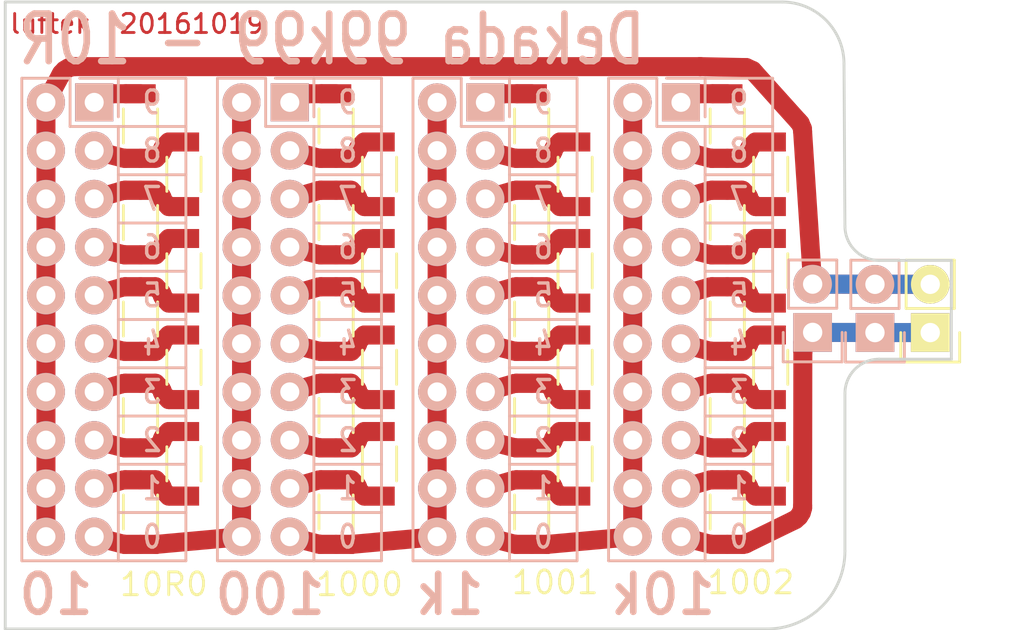
<source format=kicad_pcb>

(kicad_pcb
  (version 20160815)
  (host pcbnew "(2016-10-07 revision f14dc8f)-makepkg")
  (general
    (links 117)
    (no_connects 0)
    (area 83.640343 28.24407 133.590345 61.394077)
    (thickness 1.6)
    (drawings 110)
    (tracks 644)
    (zones 0)
    (modules 43)
    (nets 42))
  (page A4)
  (layers
    (0 F.Cu signal)
    (31 B.Cu signal)
    (32 B.Adhes user)
    (33 F.Adhes user)
    (34 B.Paste user)
    (35 F.Paste user)
    (36 B.SilkS user)
    (37 F.SilkS user)
    (38 B.Mask user)
    (39 F.Mask user)
    (40 Dwgs.User user)
    (41 Cmts.User user)
    (42 Eco1.User user)
    (43 Eco2.User user)
    (44 Edge.Cuts user)
    (45 Margin user)
    (46 B.CrtYd user)
    (47 F.CrtYd user)
    (48 B.Fab user)
    (49 F.Fab user))
  (setup
    (last_trace_width 1)
    (trace_clearance 0.254)
    (zone_clearance 0.254)
    (zone_45_only no)
    (trace_min 0.254)
    (segment_width 0.15)
    (edge_width 0.15)
    (via_size 0.889)
    (via_drill 0.635)
    (via_min_size 0.889)
    (via_min_drill 0.508)
    (uvia_size 0.508)
    (uvia_drill 0.127)
    (uvias_allowed no)
    (uvia_min_size 0.508)
    (uvia_min_drill 0.127)
    (pcb_text_width 0.3)
    (pcb_text_size 1 1)
    (mod_edge_width 0.15)
    (mod_text_size 1 1)
    (mod_text_width 0.15)
    (pad_size 1 1.6)
    (pad_drill 0)
    (pad_to_mask_clearance 0)
    (aux_axis_origin 83.715344 28.319073)
    (grid_origin 83.715344 28.319073)
    (visible_elements 7FFFFFFF)
    (pcbplotparams
      (layerselection 0x010f0_ffffffff)
      (usegerberextensions true)
      (excludeedgelayer true)
      (linewidth 0.15)
      (plotframeref false)
      (viasonmask false)
      (mode 1)
      (useauxorigin false)
      (hpglpennumber 1)
      (hpglpenspeed 20)
      (hpglpendiameter 15)
      (psnegative false)
      (psa4output false)
      (plotreference true)
      (plotvalue true)
      (plotinvisibletext false)
      (padsonsilk false)
      (subtractmaskfromsilk false)
      (outputformat 1)
      (mirror false)
      (drillshape 0)
      (scaleselection 1)
      (outputdirectory gerb_Dekada_20160322/)))
  (net 0 "")
  (net 1 "Net-(P1-Pad1)")
  (net 2 "Net-(P1-Pad10)")
  (net 3 "Net-(P2-Pad1)")
  (net 4 "Net-(P3-Pad1)")
  (net 5 "Net-(P4-Pad1)")
  (net 6 "Net-(P1-Pad3)")
  (net 7 "Net-(P1-Pad5)")
  (net 8 "Net-(P1-Pad7)")
  (net 9 "Net-(P1-Pad9)")
  (net 10 "Net-(P1-Pad11)")
  (net 11 "Net-(P1-Pad13)")
  (net 12 "Net-(P1-Pad15)")
  (net 13 "Net-(P1-Pad17)")
  (net 14 "Net-(P1-Pad19)")
  (net 15 "Net-(P2-Pad3)")
  (net 16 "Net-(P2-Pad5)")
  (net 17 "Net-(P2-Pad7)")
  (net 18 "Net-(P2-Pad9)")
  (net 19 "Net-(P2-Pad11)")
  (net 20 "Net-(P2-Pad13)")
  (net 21 "Net-(P2-Pad15)")
  (net 22 "Net-(P2-Pad17)")
  (net 23 "Net-(P2-Pad19)")
  (net 24 "Net-(P3-Pad3)")
  (net 25 "Net-(P3-Pad5)")
  (net 26 "Net-(P3-Pad7)")
  (net 27 "Net-(P3-Pad9)")
  (net 28 "Net-(P3-Pad11)")
  (net 29 "Net-(P3-Pad13)")
  (net 30 "Net-(P3-Pad15)")
  (net 31 "Net-(P3-Pad17)")
  (net 32 "Net-(P3-Pad19)")
  (net 33 "Net-(P4-Pad3)")
  (net 34 "Net-(P4-Pad5)")
  (net 35 "Net-(P4-Pad7)")
  (net 36 "Net-(P4-Pad9)")
  (net 37 "Net-(P4-Pad11)")
  (net 38 "Net-(P4-Pad13)")
  (net 39 "Net-(P4-Pad15)")
  (net 40 "Net-(P4-Pad17)")
  (net 41 "Net-(P4-Pad19)")
  (net_class Default "This is the default net class."
    (clearance 0.254)
    (trace_width 1)
    (via_dia 0.889)
    (via_drill 0.635)
    (uvia_dia 0.508)
    (uvia_drill 0.127)
    (diff_pair_gap 0.25)
    (diff_pair_width 0.2)
    (add_net "Net-(P1-Pad1)")
    (add_net "Net-(P1-Pad10)")
    (add_net "Net-(P1-Pad11)")
    (add_net "Net-(P1-Pad13)")
    (add_net "Net-(P1-Pad15)")
    (add_net "Net-(P1-Pad17)")
    (add_net "Net-(P1-Pad19)")
    (add_net "Net-(P1-Pad3)")
    (add_net "Net-(P1-Pad5)")
    (add_net "Net-(P1-Pad7)")
    (add_net "Net-(P1-Pad9)")
    (add_net "Net-(P2-Pad1)")
    (add_net "Net-(P2-Pad11)")
    (add_net "Net-(P2-Pad13)")
    (add_net "Net-(P2-Pad15)")
    (add_net "Net-(P2-Pad17)")
    (add_net "Net-(P2-Pad19)")
    (add_net "Net-(P2-Pad3)")
    (add_net "Net-(P2-Pad5)")
    (add_net "Net-(P2-Pad7)")
    (add_net "Net-(P2-Pad9)")
    (add_net "Net-(P3-Pad1)")
    (add_net "Net-(P3-Pad11)")
    (add_net "Net-(P3-Pad13)")
    (add_net "Net-(P3-Pad15)")
    (add_net "Net-(P3-Pad17)")
    (add_net "Net-(P3-Pad19)")
    (add_net "Net-(P3-Pad3)")
    (add_net "Net-(P3-Pad5)")
    (add_net "Net-(P3-Pad7)")
    (add_net "Net-(P3-Pad9)")
    (add_net "Net-(P4-Pad1)")
    (add_net "Net-(P4-Pad11)")
    (add_net "Net-(P4-Pad13)")
    (add_net "Net-(P4-Pad15)")
    (add_net "Net-(P4-Pad17)")
    (add_net "Net-(P4-Pad19)")
    (add_net "Net-(P4-Pad3)")
    (add_net "Net-(P4-Pad5)")
    (add_net "Net-(P4-Pad7)")
    (add_net "Net-(P4-Pad9)"))
  (module R_1206_Custom
    (layer F.Cu)
    (tedit 580C7B70)
    (tstamp 57F46971)
    (at 101.131 39.9277 90)
    (descr "Resistor SMD 1206, reflow soldering, Vishay (see dcrcw.pdf)")
    (tags "resistor 1206")
    (path /5402F00F)
    (attr smd)
    (fp_text reference R13
      (at 0 0 90)
      (layer F.SilkS) hide
      (effects
        (font
          (size 0.7 0.7)
          (thickness 0.03175))))
    (fp_text value R
      (at 0 2.1 90)
      (layer F.Fab)
      (effects
        (font
          (size 1 1)
          (thickness 0.15))))
    (fp_line
      (start -2.5 -1.1)
      (end 2.5 -1.1)
      (layer F.CrtYd)
      (width 0.05))
    (fp_line
      (start -2.5 1.1)
      (end 2.5 1.1)
      (layer F.CrtYd)
      (width 0.05))
    (fp_line
      (start -2.5 -1.1)
      (end -2.5 1.1)
      (layer F.CrtYd)
      (width 0.05))
    (fp_line
      (start 2.5 -1.1)
      (end 2.5 1.1)
      (layer F.CrtYd)
      (width 0.05))
    (fp_line
      (start -0.9 -0.9)
      (end 0.9 -0.9)
      (layer F.SilkS)
      (width 0.15))
    (fp_line
      (start -0.9 0.9)
      (end 0.9 0.9)
      (layer F.SilkS)
      (width 0.15))
    (pad 1 smd rect
      (at -1.7 0 90)
      (size 1 1.6)
      (layers F.Cu F.Paste F.Mask)
      (net 17 "Net-(P2-Pad7)"))
    (pad 2 smd rect
      (at 1.7 0 90)
      (size 1 1.6)
      (layers F.Cu F.Paste F.Mask)
      (net 16 "Net-(P2-Pad5)"))
    (model Resistors_SMD.3dshapes/R_1206.wrl
      (at
        (xyz 0 0 0))
      (scale
        (xyz 1 1 1))
      (rotate
        (xyz 0 0 0))))
  (module R_1206_Custom
    (layer F.Cu)
    (tedit 580C7B70)
    (tstamp 56EDB147)
    (at 90.8363 55.1677 90)
    (descr "Resistor SMD 1206, reflow soldering, Vishay (see dcrcw.pdf)")
    (tags "resistor 1206")
    (path /5402E4B9)
    (attr smd)
    (fp_text reference R9
      (at 0 0 90)
      (layer F.SilkS) hide
      (effects
        (font
          (size 0.7 0.7)
          (thickness 0.03175))))
    (fp_text value R
      (at 0 2.1 90)
      (layer F.Fab)
      (effects
        (font
          (size 1 1)
          (thickness 0.15))))
    (fp_line
      (start -0.9 0.9)
      (end 0.9 0.9)
      (layer F.SilkS)
      (width 0.15))
    (fp_line
      (start -0.9 -0.9)
      (end 0.9 -0.9)
      (layer F.SilkS)
      (width 0.15))
    (fp_line
      (start 2.5 -1.1)
      (end 2.5 1.1)
      (layer F.CrtYd)
      (width 0.05))
    (fp_line
      (start -2.5 -1.1)
      (end -2.5 1.1)
      (layer F.CrtYd)
      (width 0.05))
    (fp_line
      (start -2.5 1.1)
      (end 2.5 1.1)
      (layer F.CrtYd)
      (width 0.05))
    (fp_line
      (start -2.5 -1.1)
      (end 2.5 -1.1)
      (layer F.CrtYd)
      (width 0.05))
    (pad 2 smd rect
      (at 1.7 0 90)
      (size 1 1.6)
      (layers F.Cu F.Paste F.Mask)
      (net 13 "Net-(P1-Pad17)"))
    (pad 1 smd rect
      (at -1.7 0 90)
      (size 1 1.6)
      (layers F.Cu F.Paste F.Mask)
      (net 14 "Net-(P1-Pad19)"))
    (model Resistors_SMD.3dshapes/R_1206.wrl
      (at
        (xyz 0 0 0))
      (scale
        (xyz 1 1 1))
      (rotate
        (xyz 0 0 0))))
  (module Pin_Header_Straight_2x10_Custom
    (layer B.Cu)
    (tedit 580C7B70)
    (tstamp 57F46AEF)
    (at 119.284 33.6017 180)
    (descr "Through hole pin header")
    (tags "pin header")
    (path /5402F7C4)
    (fp_text reference P4
      (at -0.95 2.45 180)
      (layer B.SilkS) hide
      (effects
        (font
          (size 1 1)
          (thickness 0.15))
        (justify mirror)))
    (fp_text value CONN_02X10
      (at 0 3.1 180)
      (layer B.Fab)
      (effects
        (font
          (size 1 1)
          (thickness 0.15))
        (justify mirror)))
    (fp_line
      (start -1.75 1.75)
      (end -1.75 -24.65)
      (layer B.CrtYd)
      (width 0.05))
    (fp_line
      (start 4.3 1.75)
      (end 4.3 -24.65)
      (layer B.CrtYd)
      (width 0.05))
    (fp_line
      (start -1.75 1.75)
      (end 4.3 1.75)
      (layer B.CrtYd)
      (width 0.05))
    (fp_line
      (start -1.75 -24.65)
      (end 4.3 -24.65)
      (layer B.CrtYd)
      (width 0.05))
    (fp_line
      (start 3.81 -24.13)
      (end 3.81 1.27)
      (layer B.SilkS)
      (width 0.15))
    (fp_line
      (start -1.27 -1.27)
      (end -1.27 -24.13)
      (layer B.SilkS)
      (width 0.15))
    (fp_line
      (start 3.81 -24.13)
      (end -1.27 -24.13)
      (layer B.SilkS)
      (width 0.15))
    (fp_line
      (start 3.81 1.27)
      (end 1.27 1.27)
      (layer B.SilkS)
      (width 0.15))
    (fp_line
      (start 1.27 1.27)
      (end 1.27 -1.27)
      (layer B.SilkS)
      (width 0.15))
    (fp_line
      (start 1.27 -1.27)
      (end -1.27 -1.27)
      (layer B.SilkS)
      (width 0.15))
    (fp_line
      (start 0.762 1.27)
      (end -1.27 1.27)
      (layer B.SilkS)
      (width 0.15))
    (fp_line
      (start -1.27 1.27)
      (end -1.27 -0.762)
      (layer B.SilkS)
      (width 0.15))
    (pad 1 thru_hole rect
      (at 0 0 180)
      (size 2 2)
      (drill 1)
      (layers *.Cu *.Mask B.SilkS)
      (net 5 "Net-(P4-Pad1)"))
    (pad 2 thru_hole oval
      (at 2.54 0 180)
      (size 2 2)
      (drill 1)
      (layers *.Cu *.Mask B.SilkS)
      (net 32 "Net-(P3-Pad19)"))
    (pad 3 thru_hole oval
      (at 0 -2.54 180)
      (size 2 2)
      (drill 1)
      (layers *.Cu *.Mask B.SilkS)
      (net 33 "Net-(P4-Pad3)"))
    (pad 4 thru_hole oval
      (at 2.54 -2.54 180)
      (size 2 2)
      (drill 1)
      (layers *.Cu *.Mask B.SilkS)
      (net 32 "Net-(P3-Pad19)"))
    (pad 5 thru_hole oval
      (at 0 -5.08 180)
      (size 2 2)
      (drill 1)
      (layers *.Cu *.Mask B.SilkS)
      (net 34 "Net-(P4-Pad5)"))
    (pad 6 thru_hole oval
      (at 2.54 -5.08 180)
      (size 2 2)
      (drill 1)
      (layers *.Cu *.Mask B.SilkS)
      (net 32 "Net-(P3-Pad19)"))
    (pad 7 thru_hole oval
      (at 0 -7.62 180)
      (size 2 2)
      (drill 1)
      (layers *.Cu *.Mask B.SilkS)
      (net 35 "Net-(P4-Pad7)"))
    (pad 8 thru_hole oval
      (at 2.54 -7.62 180)
      (size 2 2)
      (drill 1)
      (layers *.Cu *.Mask B.SilkS)
      (net 32 "Net-(P3-Pad19)"))
    (pad 9 thru_hole oval
      (at 0 -10.16 180)
      (size 2 2)
      (drill 1)
      (layers *.Cu *.Mask B.SilkS)
      (net 36 "Net-(P4-Pad9)"))
    (pad 10 thru_hole oval
      (at 2.54 -10.16 180)
      (size 2 2)
      (drill 1)
      (layers *.Cu *.Mask B.SilkS)
      (net 32 "Net-(P3-Pad19)"))
    (pad 11 thru_hole oval
      (at 0 -12.7 180)
      (size 2 2)
      (drill 1)
      (layers *.Cu *.Mask B.SilkS)
      (net 37 "Net-(P4-Pad11)"))
    (pad 12 thru_hole oval
      (at 2.54 -12.7 180)
      (size 2 2)
      (drill 1)
      (layers *.Cu *.Mask B.SilkS)
      (net 32 "Net-(P3-Pad19)"))
    (pad 13 thru_hole oval
      (at 0 -15.24 180)
      (size 2 2)
      (drill 1)
      (layers *.Cu *.Mask B.SilkS)
      (net 38 "Net-(P4-Pad13)"))
    (pad 14 thru_hole oval
      (at 2.54 -15.24 180)
      (size 2 2)
      (drill 1)
      (layers *.Cu *.Mask B.SilkS)
      (net 32 "Net-(P3-Pad19)"))
    (pad 15 thru_hole oval
      (at 0 -17.78 180)
      (size 2 2)
      (drill 1)
      (layers *.Cu *.Mask B.SilkS)
      (net 39 "Net-(P4-Pad15)"))
    (pad 16 thru_hole oval
      (at 2.54 -17.78 180)
      (size 2 2)
      (drill 1)
      (layers *.Cu *.Mask B.SilkS)
      (net 32 "Net-(P3-Pad19)"))
    (pad 17 thru_hole oval
      (at 0 -20.32 180)
      (size 2 2)
      (drill 1)
      (layers *.Cu *.Mask B.SilkS)
      (net 40 "Net-(P4-Pad17)"))
    (pad 18 thru_hole oval
      (at 2.54 -20.32 180)
      (size 2 2)
      (drill 1)
      (layers *.Cu *.Mask B.SilkS)
      (net 32 "Net-(P3-Pad19)"))
    (pad 19 thru_hole oval
      (at 0 -22.86 180)
      (size 2 2)
      (drill 1)
      (layers *.Cu *.Mask B.SilkS)
      (net 41 "Net-(P4-Pad19)"))
    (pad 20 thru_hole oval
      (at 2.54 -22.86 180)
      (size 2 2)
      (drill 1)
      (layers *.Cu *.Mask B.SilkS)
      (net 32 "Net-(P3-Pad19)"))
    (model Pin_Headers.3dshapes/Pin_Header_Straight_2x10.wrl
      (at
        (xyz 0.05 -0.45 0))
      (scale
        (xyz 1 1 1))
      (rotate
        (xyz 0 0 90))))
  (module R_1206_Custom
    (layer F.Cu)
    (tedit 580C7B70)
    (tstamp 57F46AE4)
    (at 124.007 47.5477 90)
    (descr "Resistor SMD 1206, reflow soldering, Vishay (see dcrcw.pdf)")
    (tags "resistor 1206")
    (path /5402F7E8)
    (attr smd)
    (fp_text reference R36
      (at 0 0 90)
      (layer F.SilkS) hide
      (effects
        (font
          (size 0.7 0.7)
          (thickness 0.03175))))
    (fp_text value R
      (at 0 2.1 90)
      (layer F.Fab)
      (effects
        (font
          (size 1 1)
          (thickness 0.15))))
    (fp_line
      (start -2.5 -1.1)
      (end 2.5 -1.1)
      (layer F.CrtYd)
      (width 0.05))
    (fp_line
      (start -2.5 1.1)
      (end 2.5 1.1)
      (layer F.CrtYd)
      (width 0.05))
    (fp_line
      (start -2.5 -1.1)
      (end -2.5 1.1)
      (layer F.CrtYd)
      (width 0.05))
    (fp_line
      (start 2.5 -1.1)
      (end 2.5 1.1)
      (layer F.CrtYd)
      (width 0.05))
    (fp_line
      (start -0.9 -0.9)
      (end 0.9 -0.9)
      (layer F.SilkS)
      (width 0.15))
    (fp_line
      (start -0.9 0.9)
      (end 0.9 0.9)
      (layer F.SilkS)
      (width 0.15))
    (pad 1 smd rect
      (at -1.7 0 90)
      (size 1 1.6)
      (layers F.Cu F.Paste F.Mask)
      (net 38 "Net-(P4-Pad13)"))
    (pad 2 smd rect
      (at 1.7 0 90)
      (size 1 1.6)
      (layers F.Cu F.Paste F.Mask)
      (net 37 "Net-(P4-Pad11)"))
    (model Resistors_SMD.3dshapes/R_1206.wrl
      (at
        (xyz 0 0 0))
      (scale
        (xyz 1 1 1))
      (rotate
        (xyz 0 0 0))))
  (module R_1206_Custom
    (layer F.Cu)
    (tedit 580C7B70)
    (tstamp 57F46AD9)
    (at 121.721 50.0877 90)
    (descr "Resistor SMD 1206, reflow soldering, Vishay (see dcrcw.pdf)")
    (tags "resistor 1206")
    (path /5402F7EE)
    (attr smd)
    (fp_text reference R37
      (at 0 0 90)
      (layer F.SilkS) hide
      (effects
        (font
          (size 0.7 0.7)
          (thickness 0.03175))))
    (fp_text value R
      (at 0 2.1 90)
      (layer F.Fab)
      (effects
        (font
          (size 1 1)
          (thickness 0.15))))
    (fp_line
      (start -0.9 0.9)
      (end 0.9 0.9)
      (layer F.SilkS)
      (width 0.15))
    (fp_line
      (start -0.9 -0.9)
      (end 0.9 -0.9)
      (layer F.SilkS)
      (width 0.15))
    (fp_line
      (start 2.5 -1.1)
      (end 2.5 1.1)
      (layer F.CrtYd)
      (width 0.05))
    (fp_line
      (start -2.5 -1.1)
      (end -2.5 1.1)
      (layer F.CrtYd)
      (width 0.05))
    (fp_line
      (start -2.5 1.1)
      (end 2.5 1.1)
      (layer F.CrtYd)
      (width 0.05))
    (fp_line
      (start -2.5 -1.1)
      (end 2.5 -1.1)
      (layer F.CrtYd)
      (width 0.05))
    (pad 2 smd rect
      (at 1.7 0 90)
      (size 1 1.6)
      (layers F.Cu F.Paste F.Mask)
      (net 38 "Net-(P4-Pad13)"))
    (pad 1 smd rect
      (at -1.7 0 90)
      (size 1 1.6)
      (layers F.Cu F.Paste F.Mask)
      (net 39 "Net-(P4-Pad15)"))
    (model Resistors_SMD.3dshapes/R_1206.wrl
      (at
        (xyz 0 0 0))
      (scale
        (xyz 1 1 1))
      (rotate
        (xyz 0 0 0))))
  (module R_1206_Custom
    (layer F.Cu)
    (tedit 580C7B70)
    (tstamp 57F46ACE)
    (at 124.007 52.6277 90)
    (descr "Resistor SMD 1206, reflow soldering, Vishay (see dcrcw.pdf)")
    (tags "resistor 1206")
    (path /5402F7F4)
    (attr smd)
    (fp_text reference R38
      (at 0 0 90)
      (layer F.SilkS) hide
      (effects
        (font
          (size 0.7 0.7)
          (thickness 0.03175))))
    (fp_text value R
      (at 0 2.1 90)
      (layer F.Fab)
      (effects
        (font
          (size 1 1)
          (thickness 0.15))))
    (fp_line
      (start -0.9 0.9)
      (end 0.9 0.9)
      (layer F.SilkS)
      (width 0.15))
    (fp_line
      (start -0.9 -0.9)
      (end 0.9 -0.9)
      (layer F.SilkS)
      (width 0.15))
    (fp_line
      (start 2.5 -1.1)
      (end 2.5 1.1)
      (layer F.CrtYd)
      (width 0.05))
    (fp_line
      (start -2.5 -1.1)
      (end -2.5 1.1)
      (layer F.CrtYd)
      (width 0.05))
    (fp_line
      (start -2.5 1.1)
      (end 2.5 1.1)
      (layer F.CrtYd)
      (width 0.05))
    (fp_line
      (start -2.5 -1.1)
      (end 2.5 -1.1)
      (layer F.CrtYd)
      (width 0.05))
    (pad 2 smd rect
      (at 1.7 0 90)
      (size 1 1.6)
      (layers F.Cu F.Paste F.Mask)
      (net 39 "Net-(P4-Pad15)"))
    (pad 1 smd rect
      (at -1.7 0 90)
      (size 1 1.6)
      (layers F.Cu F.Paste F.Mask)
      (net 40 "Net-(P4-Pad17)"))
    (model Resistors_SMD.3dshapes/R_1206.wrl
      (at
        (xyz 0 0 0))
      (scale
        (xyz 1 1 1))
      (rotate
        (xyz 0 0 0))))
  (module R_1206_Custom
    (layer F.Cu)
    (tedit 580C7B70)
    (tstamp 57F46AC3)
    (at 121.721 55.1677 90)
    (descr "Resistor SMD 1206, reflow soldering, Vishay (see dcrcw.pdf)")
    (tags "resistor 1206")
    (path /5402F7FA)
    (attr smd)
    (fp_text reference R39
      (at 0 0 90)
      (layer F.SilkS) hide
      (effects
        (font
          (size 0.7 0.7)
          (thickness 0.03175))))
    (fp_text value R
      (at 0 2.1 90)
      (layer F.Fab)
      (effects
        (font
          (size 1 1)
          (thickness 0.15))))
    (fp_line
      (start -2.5 -1.1)
      (end 2.5 -1.1)
      (layer F.CrtYd)
      (width 0.05))
    (fp_line
      (start -2.5 1.1)
      (end 2.5 1.1)
      (layer F.CrtYd)
      (width 0.05))
    (fp_line
      (start -2.5 -1.1)
      (end -2.5 1.1)
      (layer F.CrtYd)
      (width 0.05))
    (fp_line
      (start 2.5 -1.1)
      (end 2.5 1.1)
      (layer F.CrtYd)
      (width 0.05))
    (fp_line
      (start -0.9 -0.9)
      (end 0.9 -0.9)
      (layer F.SilkS)
      (width 0.15))
    (fp_line
      (start -0.9 0.9)
      (end 0.9 0.9)
      (layer F.SilkS)
      (width 0.15))
    (pad 1 smd rect
      (at -1.7 0 90)
      (size 1 1.6)
      (layers F.Cu F.Paste F.Mask)
      (net 41 "Net-(P4-Pad19)"))
    (pad 2 smd rect
      (at 1.7 0 90)
      (size 1 1.6)
      (layers F.Cu F.Paste F.Mask)
      (net 40 "Net-(P4-Pad17)"))
    (model Resistors_SMD.3dshapes/R_1206.wrl
      (at
        (xyz 0 0 0))
      (scale
        (xyz 1 1 1))
      (rotate
        (xyz 0 0 0))))
  (module R_1206_Custom
    (layer F.Cu)
    (tedit 580C7B70)
    (tstamp 57F46AB8)
    (at 124.007 37.3877 90)
    (descr "Resistor SMD 1206, reflow soldering, Vishay (see dcrcw.pdf)")
    (tags "resistor 1206")
    (path /5402F7D0)
    (attr smd)
    (fp_text reference R32
      (at 0 0 90)
      (layer F.SilkS) hide
      (effects
        (font
          (size 0.7 0.7)
          (thickness 0.03175))))
    (fp_text value R
      (at 0 2.1 90)
      (layer F.Fab)
      (effects
        (font
          (size 1 1)
          (thickness 0.15))))
    (fp_line
      (start -2.5 -1.1)
      (end 2.5 -1.1)
      (layer F.CrtYd)
      (width 0.05))
    (fp_line
      (start -2.5 1.1)
      (end 2.5 1.1)
      (layer F.CrtYd)
      (width 0.05))
    (fp_line
      (start -2.5 -1.1)
      (end -2.5 1.1)
      (layer F.CrtYd)
      (width 0.05))
    (fp_line
      (start 2.5 -1.1)
      (end 2.5 1.1)
      (layer F.CrtYd)
      (width 0.05))
    (fp_line
      (start -0.9 -0.9)
      (end 0.9 -0.9)
      (layer F.SilkS)
      (width 0.15))
    (fp_line
      (start -0.9 0.9)
      (end 0.9 0.9)
      (layer F.SilkS)
      (width 0.15))
    (pad 1 smd rect
      (at -1.7 0 90)
      (size 1 1.6)
      (layers F.Cu F.Paste F.Mask)
      (net 34 "Net-(P4-Pad5)"))
    (pad 2 smd rect
      (at 1.7 0 90)
      (size 1 1.6)
      (layers F.Cu F.Paste F.Mask)
      (net 33 "Net-(P4-Pad3)"))
    (model Resistors_SMD.3dshapes/R_1206.wrl
      (at
        (xyz 0 0 0))
      (scale
        (xyz 1 1 1))
      (rotate
        (xyz 0 0 0))))
  (module R_1206_Custom
    (layer F.Cu)
    (tedit 580C7B70)
    (tstamp 57F46AAD)
    (at 121.721 39.9277 90)
    (descr "Resistor SMD 1206, reflow soldering, Vishay (see dcrcw.pdf)")
    (tags "resistor 1206")
    (path /5402F7D6)
    (attr smd)
    (fp_text reference R33
      (at 0 0 90)
      (layer F.SilkS) hide
      (effects
        (font
          (size 0.7 0.7)
          (thickness 0.03175))))
    (fp_text value R
      (at 0 2.1 90)
      (layer F.Fab)
      (effects
        (font
          (size 1 1)
          (thickness 0.15))))
    (fp_line
      (start -0.9 0.9)
      (end 0.9 0.9)
      (layer F.SilkS)
      (width 0.15))
    (fp_line
      (start -0.9 -0.9)
      (end 0.9 -0.9)
      (layer F.SilkS)
      (width 0.15))
    (fp_line
      (start 2.5 -1.1)
      (end 2.5 1.1)
      (layer F.CrtYd)
      (width 0.05))
    (fp_line
      (start -2.5 -1.1)
      (end -2.5 1.1)
      (layer F.CrtYd)
      (width 0.05))
    (fp_line
      (start -2.5 1.1)
      (end 2.5 1.1)
      (layer F.CrtYd)
      (width 0.05))
    (fp_line
      (start -2.5 -1.1)
      (end 2.5 -1.1)
      (layer F.CrtYd)
      (width 0.05))
    (pad 2 smd rect
      (at 1.7 0 90)
      (size 1 1.6)
      (layers F.Cu F.Paste F.Mask)
      (net 34 "Net-(P4-Pad5)"))
    (pad 1 smd rect
      (at -1.7 0 90)
      (size 1 1.6)
      (layers F.Cu F.Paste F.Mask)
      (net 35 "Net-(P4-Pad7)"))
    (model Resistors_SMD.3dshapes/R_1206.wrl
      (at
        (xyz 0 0 0))
      (scale
        (xyz 1 1 1))
      (rotate
        (xyz 0 0 0))))
  (module R_1206_Custom
    (layer F.Cu)
    (tedit 580C7B70)
    (tstamp 57F46AA2)
    (at 124.007 42.4677 90)
    (descr "Resistor SMD 1206, reflow soldering, Vishay (see dcrcw.pdf)")
    (tags "resistor 1206")
    (path /5402F7DC)
    (attr smd)
    (fp_text reference R34
      (at 0 0 90)
      (layer F.SilkS) hide
      (effects
        (font
          (size 0.7 0.7)
          (thickness 0.03175))))
    (fp_text value R
      (at 0 2.1 90)
      (layer F.Fab)
      (effects
        (font
          (size 1 1)
          (thickness 0.15))))
    (fp_line
      (start -0.9 0.9)
      (end 0.9 0.9)
      (layer F.SilkS)
      (width 0.15))
    (fp_line
      (start -0.9 -0.9)
      (end 0.9 -0.9)
      (layer F.SilkS)
      (width 0.15))
    (fp_line
      (start 2.5 -1.1)
      (end 2.5 1.1)
      (layer F.CrtYd)
      (width 0.05))
    (fp_line
      (start -2.5 -1.1)
      (end -2.5 1.1)
      (layer F.CrtYd)
      (width 0.05))
    (fp_line
      (start -2.5 1.1)
      (end 2.5 1.1)
      (layer F.CrtYd)
      (width 0.05))
    (fp_line
      (start -2.5 -1.1)
      (end 2.5 -1.1)
      (layer F.CrtYd)
      (width 0.05))
    (pad 2 smd rect
      (at 1.7 0 90)
      (size 1 1.6)
      (layers F.Cu F.Paste F.Mask)
      (net 35 "Net-(P4-Pad7)"))
    (pad 1 smd rect
      (at -1.7 0 90)
      (size 1 1.6)
      (layers F.Cu F.Paste F.Mask)
      (net 36 "Net-(P4-Pad9)"))
    (model Resistors_SMD.3dshapes/R_1206.wrl
      (at
        (xyz 0 0 0))
      (scale
        (xyz 1 1 1))
      (rotate
        (xyz 0 0 0))))
  (module R_1206_Custom
    (layer F.Cu)
    (tedit 580C7B70)
    (tstamp 57F46A97)
    (at 121.721 45.0077 90)
    (descr "Resistor SMD 1206, reflow soldering, Vishay (see dcrcw.pdf)")
    (tags "resistor 1206")
    (path /5402F7E2)
    (attr smd)
    (fp_text reference R35
      (at 0 0 90)
      (layer F.SilkS) hide
      (effects
        (font
          (size 0.7 0.7)
          (thickness 0.03175))))
    (fp_text value R
      (at 0 2.1 90)
      (layer F.Fab)
      (effects
        (font
          (size 1 1)
          (thickness 0.15))))
    (fp_line
      (start -2.5 -1.1)
      (end 2.5 -1.1)
      (layer F.CrtYd)
      (width 0.05))
    (fp_line
      (start -2.5 1.1)
      (end 2.5 1.1)
      (layer F.CrtYd)
      (width 0.05))
    (fp_line
      (start -2.5 -1.1)
      (end -2.5 1.1)
      (layer F.CrtYd)
      (width 0.05))
    (fp_line
      (start 2.5 -1.1)
      (end 2.5 1.1)
      (layer F.CrtYd)
      (width 0.05))
    (fp_line
      (start -0.9 -0.9)
      (end 0.9 -0.9)
      (layer F.SilkS)
      (width 0.15))
    (fp_line
      (start -0.9 0.9)
      (end 0.9 0.9)
      (layer F.SilkS)
      (width 0.15))
    (pad 1 smd rect
      (at -1.7 0 90)
      (size 1 1.6)
      (layers F.Cu F.Paste F.Mask)
      (net 37 "Net-(P4-Pad11)"))
    (pad 2 smd rect
      (at 1.7 0 90)
      (size 1 1.6)
      (layers F.Cu F.Paste F.Mask)
      (net 36 "Net-(P4-Pad9)"))
    (model Resistors_SMD.3dshapes/R_1206.wrl
      (at
        (xyz 0 0 0))
      (scale
        (xyz 1 1 1))
      (rotate
        (xyz 0 0 0))))
  (module R_1206_Custom
    (layer F.Cu)
    (tedit 580C7B70)
    (tstamp 57F46A8C)
    (at 121.721 34.8477 90)
    (descr "Resistor SMD 1206, reflow soldering, Vishay (see dcrcw.pdf)")
    (tags "resistor 1206")
    (path /5402F7CA)
    (attr smd)
    (fp_text reference R31
      (at 0 0 90)
      (layer F.SilkS) hide
      (effects
        (font
          (size 0.7 0.7)
          (thickness 0.03175))))
    (fp_text value R
      (at 0 2.1 90)
      (layer F.Fab)
      (effects
        (font
          (size 1 1)
          (thickness 0.15))))
    (fp_line
      (start -2.5 -1.1)
      (end 2.5 -1.1)
      (layer F.CrtYd)
      (width 0.05))
    (fp_line
      (start -2.5 1.1)
      (end 2.5 1.1)
      (layer F.CrtYd)
      (width 0.05))
    (fp_line
      (start -2.5 -1.1)
      (end -2.5 1.1)
      (layer F.CrtYd)
      (width 0.05))
    (fp_line
      (start 2.5 -1.1)
      (end 2.5 1.1)
      (layer F.CrtYd)
      (width 0.05))
    (fp_line
      (start -0.9 -0.9)
      (end 0.9 -0.9)
      (layer F.SilkS)
      (width 0.15))
    (fp_line
      (start -0.9 0.9)
      (end 0.9 0.9)
      (layer F.SilkS)
      (width 0.15))
    (pad 1 smd rect
      (at -1.7 0 90)
      (size 1 1.6)
      (layers F.Cu F.Paste F.Mask)
      (net 33 "Net-(P4-Pad3)"))
    (pad 2 smd rect
      (at 1.7 0 90)
      (size 1 1.6)
      (layers F.Cu F.Paste F.Mask)
      (net 5 "Net-(P4-Pad1)"))
    (model Resistors_SMD.3dshapes/R_1206.wrl
      (at
        (xyz 0 0 0))
      (scale
        (xyz 1 1 1))
      (rotate
        (xyz 0 0 0))))
  (module Pin_Header_Straight_2x10_Custom
    (layer B.Cu)
    (tedit 580C7B70)
    (tstamp 57F46A51)
    (at 108.989 33.6017 180)
    (descr "Through hole pin header")
    (tags "pin header")
    (path /5402F5CF)
    (fp_text reference P3
      (at -0.95 2.45 180)
      (layer B.SilkS) hide
      (effects
        (font
          (size 1 1)
          (thickness 0.15))
        (justify mirror)))
    (fp_text value CONN_02X10
      (at 0 3.1 180)
      (layer B.Fab)
      (effects
        (font
          (size 1 1)
          (thickness 0.15))
        (justify mirror)))
    (fp_line
      (start -1.27 1.27)
      (end -1.27 -0.762)
      (layer B.SilkS)
      (width 0.15))
    (fp_line
      (start 0.762 1.27)
      (end -1.27 1.27)
      (layer B.SilkS)
      (width 0.15))
    (fp_line
      (start 1.27 -1.27)
      (end -1.27 -1.27)
      (layer B.SilkS)
      (width 0.15))
    (fp_line
      (start 1.27 1.27)
      (end 1.27 -1.27)
      (layer B.SilkS)
      (width 0.15))
    (fp_line
      (start 3.81 1.27)
      (end 1.27 1.27)
      (layer B.SilkS)
      (width 0.15))
    (fp_line
      (start 3.81 -24.13)
      (end -1.27 -24.13)
      (layer B.SilkS)
      (width 0.15))
    (fp_line
      (start -1.27 -1.27)
      (end -1.27 -24.13)
      (layer B.SilkS)
      (width 0.15))
    (fp_line
      (start 3.81 -24.13)
      (end 3.81 1.27)
      (layer B.SilkS)
      (width 0.15))
    (fp_line
      (start -1.75 -24.65)
      (end 4.3 -24.65)
      (layer B.CrtYd)
      (width 0.05))
    (fp_line
      (start -1.75 1.75)
      (end 4.3 1.75)
      (layer B.CrtYd)
      (width 0.05))
    (fp_line
      (start 4.3 1.75)
      (end 4.3 -24.65)
      (layer B.CrtYd)
      (width 0.05))
    (fp_line
      (start -1.75 1.75)
      (end -1.75 -24.65)
      (layer B.CrtYd)
      (width 0.05))
    (pad 20 thru_hole oval
      (at 2.54 -22.86 180)
      (size 2 2)
      (drill 1)
      (layers *.Cu *.Mask B.SilkS)
      (net 23 "Net-(P2-Pad19)"))
    (pad 19 thru_hole oval
      (at 0 -22.86 180)
      (size 2 2)
      (drill 1)
      (layers *.Cu *.Mask B.SilkS)
      (net 32 "Net-(P3-Pad19)"))
    (pad 18 thru_hole oval
      (at 2.54 -20.32 180)
      (size 2 2)
      (drill 1)
      (layers *.Cu *.Mask B.SilkS)
      (net 23 "Net-(P2-Pad19)"))
    (pad 17 thru_hole oval
      (at 0 -20.32 180)
      (size 2 2)
      (drill 1)
      (layers *.Cu *.Mask B.SilkS)
      (net 31 "Net-(P3-Pad17)"))
    (pad 16 thru_hole oval
      (at 2.54 -17.78 180)
      (size 2 2)
      (drill 1)
      (layers *.Cu *.Mask B.SilkS)
      (net 23 "Net-(P2-Pad19)"))
    (pad 15 thru_hole oval
      (at 0 -17.78 180)
      (size 2 2)
      (drill 1)
      (layers *.Cu *.Mask B.SilkS)
      (net 30 "Net-(P3-Pad15)"))
    (pad 14 thru_hole oval
      (at 2.54 -15.24 180)
      (size 2 2)
      (drill 1)
      (layers *.Cu *.Mask B.SilkS)
      (net 23 "Net-(P2-Pad19)"))
    (pad 13 thru_hole oval
      (at 0 -15.24 180)
      (size 2 2)
      (drill 1)
      (layers *.Cu *.Mask B.SilkS)
      (net 29 "Net-(P3-Pad13)"))
    (pad 12 thru_hole oval
      (at 2.54 -12.7 180)
      (size 2 2)
      (drill 1)
      (layers *.Cu *.Mask B.SilkS)
      (net 23 "Net-(P2-Pad19)"))
    (pad 11 thru_hole oval
      (at 0 -12.7 180)
      (size 2 2)
      (drill 1)
      (layers *.Cu *.Mask B.SilkS)
      (net 28 "Net-(P3-Pad11)"))
    (pad 10 thru_hole oval
      (at 2.54 -10.16 180)
      (size 2 2)
      (drill 1)
      (layers *.Cu *.Mask B.SilkS)
      (net 23 "Net-(P2-Pad19)"))
    (pad 9 thru_hole oval
      (at 0 -10.16 180)
      (size 2 2)
      (drill 1)
      (layers *.Cu *.Mask B.SilkS)
      (net 27 "Net-(P3-Pad9)"))
    (pad 8 thru_hole oval
      (at 2.54 -7.62 180)
      (size 2 2)
      (drill 1)
      (layers *.Cu *.Mask B.SilkS)
      (net 23 "Net-(P2-Pad19)"))
    (pad 7 thru_hole oval
      (at 0 -7.62 180)
      (size 2 2)
      (drill 1)
      (layers *.Cu *.Mask B.SilkS)
      (net 26 "Net-(P3-Pad7)"))
    (pad 6 thru_hole oval
      (at 2.54 -5.08 180)
      (size 2 2)
      (drill 1)
      (layers *.Cu *.Mask B.SilkS)
      (net 23 "Net-(P2-Pad19)"))
    (pad 5 thru_hole oval
      (at 0 -5.08 180)
      (size 2 2)
      (drill 1)
      (layers *.Cu *.Mask B.SilkS)
      (net 25 "Net-(P3-Pad5)"))
    (pad 4 thru_hole oval
      (at 2.54 -2.54 180)
      (size 2 2)
      (drill 1)
      (layers *.Cu *.Mask B.SilkS)
      (net 23 "Net-(P2-Pad19)"))
    (pad 3 thru_hole oval
      (at 0 -2.54 180)
      (size 2 2)
      (drill 1)
      (layers *.Cu *.Mask B.SilkS)
      (net 24 "Net-(P3-Pad3)"))
    (pad 2 thru_hole oval
      (at 2.54 0 180)
      (size 2 2)
      (drill 1)
      (layers *.Cu *.Mask B.SilkS)
      (net 23 "Net-(P2-Pad19)"))
    (pad 1 thru_hole rect
      (at 0 0 180)
      (size 2 2)
      (drill 1)
      (layers *.Cu *.Mask B.SilkS)
      (net 4 "Net-(P3-Pad1)"))
    (model Pin_Headers.3dshapes/Pin_Header_Straight_2x10.wrl
      (at
        (xyz 0.05 -0.45 0))
      (scale
        (xyz 1 1 1))
      (rotate
        (xyz 0 0 90))))
  (module R_1206_Custom
    (layer F.Cu)
    (tedit 580C7B70)
    (tstamp 57F46A46)
    (at 113.712 47.5477 90)
    (descr "Resistor SMD 1206, reflow soldering, Vishay (see dcrcw.pdf)")
    (tags "resistor 1206")
    (path /5402F5F3)
    (attr smd)
    (fp_text reference R26
      (at 0 0 90)
      (layer F.SilkS) hide
      (effects
        (font
          (size 0.7 0.7)
          (thickness 0.03175))))
    (fp_text value R
      (at 0 2.1 90)
      (layer F.Fab)
      (effects
        (font
          (size 1 1)
          (thickness 0.15))))
    (fp_line
      (start -0.9 0.9)
      (end 0.9 0.9)
      (layer F.SilkS)
      (width 0.15))
    (fp_line
      (start -0.9 -0.9)
      (end 0.9 -0.9)
      (layer F.SilkS)
      (width 0.15))
    (fp_line
      (start 2.5 -1.1)
      (end 2.5 1.1)
      (layer F.CrtYd)
      (width 0.05))
    (fp_line
      (start -2.5 -1.1)
      (end -2.5 1.1)
      (layer F.CrtYd)
      (width 0.05))
    (fp_line
      (start -2.5 1.1)
      (end 2.5 1.1)
      (layer F.CrtYd)
      (width 0.05))
    (fp_line
      (start -2.5 -1.1)
      (end 2.5 -1.1)
      (layer F.CrtYd)
      (width 0.05))
    (pad 2 smd rect
      (at 1.7 0 90)
      (size 1 1.6)
      (layers F.Cu F.Paste F.Mask)
      (net 28 "Net-(P3-Pad11)"))
    (pad 1 smd rect
      (at -1.7 0 90)
      (size 1 1.6)
      (layers F.Cu F.Paste F.Mask)
      (net 29 "Net-(P3-Pad13)"))
    (model Resistors_SMD.3dshapes/R_1206.wrl
      (at
        (xyz 0 0 0))
      (scale
        (xyz 1 1 1))
      (rotate
        (xyz 0 0 0))))
  (module R_1206_Custom
    (layer F.Cu)
    (tedit 580C7B70)
    (tstamp 57F46A3B)
    (at 111.426 50.0877 90)
    (descr "Resistor SMD 1206, reflow soldering, Vishay (see dcrcw.pdf)")
    (tags "resistor 1206")
    (path /5402F5F9)
    (attr smd)
    (fp_text reference R27
      (at 0 0 90)
      (layer F.SilkS) hide
      (effects
        (font
          (size 0.7 0.7)
          (thickness 0.03175))))
    (fp_text value R
      (at 0 2.1 90)
      (layer F.Fab)
      (effects
        (font
          (size 1 1)
          (thickness 0.15))))
    (fp_line
      (start -2.5 -1.1)
      (end 2.5 -1.1)
      (layer F.CrtYd)
      (width 0.05))
    (fp_line
      (start -2.5 1.1)
      (end 2.5 1.1)
      (layer F.CrtYd)
      (width 0.05))
    (fp_line
      (start -2.5 -1.1)
      (end -2.5 1.1)
      (layer F.CrtYd)
      (width 0.05))
    (fp_line
      (start 2.5 -1.1)
      (end 2.5 1.1)
      (layer F.CrtYd)
      (width 0.05))
    (fp_line
      (start -0.9 -0.9)
      (end 0.9 -0.9)
      (layer F.SilkS)
      (width 0.15))
    (fp_line
      (start -0.9 0.9)
      (end 0.9 0.9)
      (layer F.SilkS)
      (width 0.15))
    (pad 1 smd rect
      (at -1.7 0 90)
      (size 1 1.6)
      (layers F.Cu F.Paste F.Mask)
      (net 30 "Net-(P3-Pad15)"))
    (pad 2 smd rect
      (at 1.7 0 90)
      (size 1 1.6)
      (layers F.Cu F.Paste F.Mask)
      (net 29 "Net-(P3-Pad13)"))
    (model Resistors_SMD.3dshapes/R_1206.wrl
      (at
        (xyz 0 0 0))
      (scale
        (xyz 1 1 1))
      (rotate
        (xyz 0 0 0))))
  (module R_1206_Custom
    (layer F.Cu)
    (tedit 580C7B70)
    (tstamp 57F46A30)
    (at 113.712 52.6277 90)
    (descr "Resistor SMD 1206, reflow soldering, Vishay (see dcrcw.pdf)")
    (tags "resistor 1206")
    (path /5402F5FF)
    (attr smd)
    (fp_text reference R28
      (at 0 0 90)
      (layer F.SilkS) hide
      (effects
        (font
          (size 0.7 0.7)
          (thickness 0.03175))))
    (fp_text value R
      (at 0 2.1 90)
      (layer F.Fab)
      (effects
        (font
          (size 1 1)
          (thickness 0.15))))
    (fp_line
      (start -2.5 -1.1)
      (end 2.5 -1.1)
      (layer F.CrtYd)
      (width 0.05))
    (fp_line
      (start -2.5 1.1)
      (end 2.5 1.1)
      (layer F.CrtYd)
      (width 0.05))
    (fp_line
      (start -2.5 -1.1)
      (end -2.5 1.1)
      (layer F.CrtYd)
      (width 0.05))
    (fp_line
      (start 2.5 -1.1)
      (end 2.5 1.1)
      (layer F.CrtYd)
      (width 0.05))
    (fp_line
      (start -0.9 -0.9)
      (end 0.9 -0.9)
      (layer F.SilkS)
      (width 0.15))
    (fp_line
      (start -0.9 0.9)
      (end 0.9 0.9)
      (layer F.SilkS)
      (width 0.15))
    (pad 1 smd rect
      (at -1.7 0 90)
      (size 1 1.6)
      (layers F.Cu F.Paste F.Mask)
      (net 31 "Net-(P3-Pad17)"))
    (pad 2 smd rect
      (at 1.7 0 90)
      (size 1 1.6)
      (layers F.Cu F.Paste F.Mask)
      (net 30 "Net-(P3-Pad15)"))
    (model Resistors_SMD.3dshapes/R_1206.wrl
      (at
        (xyz 0 0 0))
      (scale
        (xyz 1 1 1))
      (rotate
        (xyz 0 0 0))))
  (module R_1206_Custom
    (layer F.Cu)
    (tedit 580C7B70)
    (tstamp 57F46A25)
    (at 111.426 55.1677 90)
    (descr "Resistor SMD 1206, reflow soldering, Vishay (see dcrcw.pdf)")
    (tags "resistor 1206")
    (path /5402F605)
    (attr smd)
    (fp_text reference R29
      (at 0 0 90)
      (layer F.SilkS) hide
      (effects
        (font
          (size 0.7 0.7)
          (thickness 0.03175))))
    (fp_text value R
      (at 0 2.1 90)
      (layer F.Fab)
      (effects
        (font
          (size 1 1)
          (thickness 0.15))))
    (fp_line
      (start -0.9 0.9)
      (end 0.9 0.9)
      (layer F.SilkS)
      (width 0.15))
    (fp_line
      (start -0.9 -0.9)
      (end 0.9 -0.9)
      (layer F.SilkS)
      (width 0.15))
    (fp_line
      (start 2.5 -1.1)
      (end 2.5 1.1)
      (layer F.CrtYd)
      (width 0.05))
    (fp_line
      (start -2.5 -1.1)
      (end -2.5 1.1)
      (layer F.CrtYd)
      (width 0.05))
    (fp_line
      (start -2.5 1.1)
      (end 2.5 1.1)
      (layer F.CrtYd)
      (width 0.05))
    (fp_line
      (start -2.5 -1.1)
      (end 2.5 -1.1)
      (layer F.CrtYd)
      (width 0.05))
    (pad 2 smd rect
      (at 1.7 0 90)
      (size 1 1.6)
      (layers F.Cu F.Paste F.Mask)
      (net 31 "Net-(P3-Pad17)"))
    (pad 1 smd rect
      (at -1.7 0 90)
      (size 1 1.6)
      (layers F.Cu F.Paste F.Mask)
      (net 32 "Net-(P3-Pad19)"))
    (model Resistors_SMD.3dshapes/R_1206.wrl
      (at
        (xyz 0 0 0))
      (scale
        (xyz 1 1 1))
      (rotate
        (xyz 0 0 0))))
  (module R_1206_Custom
    (layer F.Cu)
    (tedit 580C7B70)
    (tstamp 57F46A1A)
    (at 113.712 37.3877 90)
    (descr "Resistor SMD 1206, reflow soldering, Vishay (see dcrcw.pdf)")
    (tags "resistor 1206")
    (path /5402F5DB)
    (attr smd)
    (fp_text reference R22
      (at 0 0 90)
      (layer F.SilkS) hide
      (effects
        (font
          (size 0.7 0.7)
          (thickness 0.03175))))
    (fp_text value R
      (at 0 2.1 90)
      (layer F.Fab)
      (effects
        (font
          (size 1 1)
          (thickness 0.15))))
    (fp_line
      (start -0.9 0.9)
      (end 0.9 0.9)
      (layer F.SilkS)
      (width 0.15))
    (fp_line
      (start -0.9 -0.9)
      (end 0.9 -0.9)
      (layer F.SilkS)
      (width 0.15))
    (fp_line
      (start 2.5 -1.1)
      (end 2.5 1.1)
      (layer F.CrtYd)
      (width 0.05))
    (fp_line
      (start -2.5 -1.1)
      (end -2.5 1.1)
      (layer F.CrtYd)
      (width 0.05))
    (fp_line
      (start -2.5 1.1)
      (end 2.5 1.1)
      (layer F.CrtYd)
      (width 0.05))
    (fp_line
      (start -2.5 -1.1)
      (end 2.5 -1.1)
      (layer F.CrtYd)
      (width 0.05))
    (pad 2 smd rect
      (at 1.7 0 90)
      (size 1 1.6)
      (layers F.Cu F.Paste F.Mask)
      (net 24 "Net-(P3-Pad3)"))
    (pad 1 smd rect
      (at -1.7 0 90)
      (size 1 1.6)
      (layers F.Cu F.Paste F.Mask)
      (net 25 "Net-(P3-Pad5)"))
    (model Resistors_SMD.3dshapes/R_1206.wrl
      (at
        (xyz 0 0 0))
      (scale
        (xyz 1 1 1))
      (rotate
        (xyz 0 0 0))))
  (module R_1206_Custom
    (layer F.Cu)
    (tedit 580C7B70)
    (tstamp 57F46A0F)
    (at 111.426 39.9277 90)
    (descr "Resistor SMD 1206, reflow soldering, Vishay (see dcrcw.pdf)")
    (tags "resistor 1206")
    (path /5402F5E1)
    (attr smd)
    (fp_text reference R23
      (at 0 0 90)
      (layer F.SilkS) hide
      (effects
        (font
          (size 0.7 0.7)
          (thickness 0.03175))))
    (fp_text value R
      (at 0 2.1 90)
      (layer F.Fab)
      (effects
        (font
          (size 1 1)
          (thickness 0.15))))
    (fp_line
      (start -2.5 -1.1)
      (end 2.5 -1.1)
      (layer F.CrtYd)
      (width 0.05))
    (fp_line
      (start -2.5 1.1)
      (end 2.5 1.1)
      (layer F.CrtYd)
      (width 0.05))
    (fp_line
      (start -2.5 -1.1)
      (end -2.5 1.1)
      (layer F.CrtYd)
      (width 0.05))
    (fp_line
      (start 2.5 -1.1)
      (end 2.5 1.1)
      (layer F.CrtYd)
      (width 0.05))
    (fp_line
      (start -0.9 -0.9)
      (end 0.9 -0.9)
      (layer F.SilkS)
      (width 0.15))
    (fp_line
      (start -0.9 0.9)
      (end 0.9 0.9)
      (layer F.SilkS)
      (width 0.15))
    (pad 1 smd rect
      (at -1.7 0 90)
      (size 1 1.6)
      (layers F.Cu F.Paste F.Mask)
      (net 26 "Net-(P3-Pad7)"))
    (pad 2 smd rect
      (at 1.7 0 90)
      (size 1 1.6)
      (layers F.Cu F.Paste F.Mask)
      (net 25 "Net-(P3-Pad5)"))
    (model Resistors_SMD.3dshapes/R_1206.wrl
      (at
        (xyz 0 0 0))
      (scale
        (xyz 1 1 1))
      (rotate
        (xyz 0 0 0))))
  (module R_1206_Custom
    (layer F.Cu)
    (tedit 580C7B70)
    (tstamp 57F46A04)
    (at 113.712 42.4677 90)
    (descr "Resistor SMD 1206, reflow soldering, Vishay (see dcrcw.pdf)")
    (tags "resistor 1206")
    (path /5402F5E7)
    (attr smd)
    (fp_text reference R24
      (at 0 0 90)
      (layer F.SilkS) hide
      (effects
        (font
          (size 0.7 0.7)
          (thickness 0.03175))))
    (fp_text value R
      (at 0 2.1 90)
      (layer F.Fab)
      (effects
        (font
          (size 1 1)
          (thickness 0.15))))
    (fp_line
      (start -2.5 -1.1)
      (end 2.5 -1.1)
      (layer F.CrtYd)
      (width 0.05))
    (fp_line
      (start -2.5 1.1)
      (end 2.5 1.1)
      (layer F.CrtYd)
      (width 0.05))
    (fp_line
      (start -2.5 -1.1)
      (end -2.5 1.1)
      (layer F.CrtYd)
      (width 0.05))
    (fp_line
      (start 2.5 -1.1)
      (end 2.5 1.1)
      (layer F.CrtYd)
      (width 0.05))
    (fp_line
      (start -0.9 -0.9)
      (end 0.9 -0.9)
      (layer F.SilkS)
      (width 0.15))
    (fp_line
      (start -0.9 0.9)
      (end 0.9 0.9)
      (layer F.SilkS)
      (width 0.15))
    (pad 1 smd rect
      (at -1.7 0 90)
      (size 1 1.6)
      (layers F.Cu F.Paste F.Mask)
      (net 27 "Net-(P3-Pad9)"))
    (pad 2 smd rect
      (at 1.7 0 90)
      (size 1 1.6)
      (layers F.Cu F.Paste F.Mask)
      (net 26 "Net-(P3-Pad7)"))
    (model Resistors_SMD.3dshapes/R_1206.wrl
      (at
        (xyz 0 0 0))
      (scale
        (xyz 1 1 1))
      (rotate
        (xyz 0 0 0))))
  (module R_1206_Custom
    (layer F.Cu)
    (tedit 580C7B70)
    (tstamp 57F469F9)
    (at 111.426 45.0077 90)
    (descr "Resistor SMD 1206, reflow soldering, Vishay (see dcrcw.pdf)")
    (tags "resistor 1206")
    (path /5402F5ED)
    (attr smd)
    (fp_text reference R25
      (at 0 0 90)
      (layer F.SilkS) hide
      (effects
        (font
          (size 0.7 0.7)
          (thickness 0.03175))))
    (fp_text value R
      (at 0 2.1 90)
      (layer F.Fab)
      (effects
        (font
          (size 1 1)
          (thickness 0.15))))
    (fp_line
      (start -0.9 0.9)
      (end 0.9 0.9)
      (layer F.SilkS)
      (width 0.15))
    (fp_line
      (start -0.9 -0.9)
      (end 0.9 -0.9)
      (layer F.SilkS)
      (width 0.15))
    (fp_line
      (start 2.5 -1.1)
      (end 2.5 1.1)
      (layer F.CrtYd)
      (width 0.05))
    (fp_line
      (start -2.5 -1.1)
      (end -2.5 1.1)
      (layer F.CrtYd)
      (width 0.05))
    (fp_line
      (start -2.5 1.1)
      (end 2.5 1.1)
      (layer F.CrtYd)
      (width 0.05))
    (fp_line
      (start -2.5 -1.1)
      (end 2.5 -1.1)
      (layer F.CrtYd)
      (width 0.05))
    (pad 2 smd rect
      (at 1.7 0 90)
      (size 1 1.6)
      (layers F.Cu F.Paste F.Mask)
      (net 27 "Net-(P3-Pad9)"))
    (pad 1 smd rect
      (at -1.7 0 90)
      (size 1 1.6)
      (layers F.Cu F.Paste F.Mask)
      (net 28 "Net-(P3-Pad11)"))
    (model Resistors_SMD.3dshapes/R_1206.wrl
      (at
        (xyz 0 0 0))
      (scale
        (xyz 1 1 1))
      (rotate
        (xyz 0 0 0))))
  (module R_1206_Custom
    (layer F.Cu)
    (tedit 580C7B70)
    (tstamp 57F469EE)
    (at 111.426 34.8477 90)
    (descr "Resistor SMD 1206, reflow soldering, Vishay (see dcrcw.pdf)")
    (tags "resistor 1206")
    (path /5402F5D5)
    (attr smd)
    (fp_text reference R21
      (at 0 0 90)
      (layer F.SilkS) hide
      (effects
        (font
          (size 0.7 0.7)
          (thickness 0.03175))))
    (fp_text value R
      (at 0 2.1 90)
      (layer F.Fab)
      (effects
        (font
          (size 1 1)
          (thickness 0.15))))
    (fp_line
      (start -0.9 0.9)
      (end 0.9 0.9)
      (layer F.SilkS)
      (width 0.15))
    (fp_line
      (start -0.9 -0.9)
      (end 0.9 -0.9)
      (layer F.SilkS)
      (width 0.15))
    (fp_line
      (start 2.5 -1.1)
      (end 2.5 1.1)
      (layer F.CrtYd)
      (width 0.05))
    (fp_line
      (start -2.5 -1.1)
      (end -2.5 1.1)
      (layer F.CrtYd)
      (width 0.05))
    (fp_line
      (start -2.5 1.1)
      (end 2.5 1.1)
      (layer F.CrtYd)
      (width 0.05))
    (fp_line
      (start -2.5 -1.1)
      (end 2.5 -1.1)
      (layer F.CrtYd)
      (width 0.05))
    (pad 2 smd rect
      (at 1.7 0 90)
      (size 1 1.6)
      (layers F.Cu F.Paste F.Mask)
      (net 4 "Net-(P3-Pad1)"))
    (pad 1 smd rect
      (at -1.7 0 90)
      (size 1 1.6)
      (layers F.Cu F.Paste F.Mask)
      (net 24 "Net-(P3-Pad3)"))
    (model Resistors_SMD.3dshapes/R_1206.wrl
      (at
        (xyz 0 0 0))
      (scale
        (xyz 1 1 1))
      (rotate
        (xyz 0 0 0))))
  (module Pin_Header_Straight_2x10_Custom
    (layer B.Cu)
    (tedit 580C7B70)
    (tstamp 57F469B3)
    (at 98.6943 33.6017 180)
    (descr "Through hole pin header")
    (tags "pin header")
    (path /5402EFFD)
    (fp_text reference P2
      (at -0.95 2.45 180)
      (layer B.SilkS) hide
      (effects
        (font
          (size 1 1)
          (thickness 0.15))
        (justify mirror)))
    (fp_text value CONN_02X10
      (at 0 3.1 180)
      (layer B.Fab)
      (effects
        (font
          (size 1 1)
          (thickness 0.15))
        (justify mirror)))
    (fp_line
      (start -1.27 1.27)
      (end -1.27 -0.762)
      (layer B.SilkS)
      (width 0.15))
    (fp_line
      (start 0.762 1.27)
      (end -1.27 1.27)
      (layer B.SilkS)
      (width 0.15))
    (fp_line
      (start 1.27 -1.27)
      (end -1.27 -1.27)
      (layer B.SilkS)
      (width 0.15))
    (fp_line
      (start 1.27 1.27)
      (end 1.27 -1.27)
      (layer B.SilkS)
      (width 0.15))
    (fp_line
      (start 3.81 1.27)
      (end 1.27 1.27)
      (layer B.SilkS)
      (width 0.15))
    (fp_line
      (start 3.81 -24.13)
      (end -1.27 -24.13)
      (layer B.SilkS)
      (width 0.15))
    (fp_line
      (start -1.27 -1.27)
      (end -1.27 -24.13)
      (layer B.SilkS)
      (width 0.15))
    (fp_line
      (start 3.81 -24.13)
      (end 3.81 1.27)
      (layer B.SilkS)
      (width 0.15))
    (fp_line
      (start -1.75 -24.65)
      (end 4.3 -24.65)
      (layer B.CrtYd)
      (width 0.05))
    (fp_line
      (start -1.75 1.75)
      (end 4.3 1.75)
      (layer B.CrtYd)
      (width 0.05))
    (fp_line
      (start 4.3 1.75)
      (end 4.3 -24.65)
      (layer B.CrtYd)
      (width 0.05))
    (fp_line
      (start -1.75 1.75)
      (end -1.75 -24.65)
      (layer B.CrtYd)
      (width 0.05))
    (pad 20 thru_hole oval
      (at 2.54 -22.86 180)
      (size 2 2)
      (drill 1)
      (layers *.Cu *.Mask B.SilkS)
      (net 14 "Net-(P1-Pad19)"))
    (pad 19 thru_hole oval
      (at 0 -22.86 180)
      (size 2 2)
      (drill 1)
      (layers *.Cu *.Mask B.SilkS)
      (net 23 "Net-(P2-Pad19)"))
    (pad 18 thru_hole oval
      (at 2.54 -20.32 180)
      (size 2 2)
      (drill 1)
      (layers *.Cu *.Mask B.SilkS)
      (net 14 "Net-(P1-Pad19)"))
    (pad 17 thru_hole oval
      (at 0 -20.32 180)
      (size 2 2)
      (drill 1)
      (layers *.Cu *.Mask B.SilkS)
      (net 22 "Net-(P2-Pad17)"))
    (pad 16 thru_hole oval
      (at 2.54 -17.78 180)
      (size 2 2)
      (drill 1)
      (layers *.Cu *.Mask B.SilkS)
      (net 14 "Net-(P1-Pad19)"))
    (pad 15 thru_hole oval
      (at 0 -17.78 180)
      (size 2 2)
      (drill 1)
      (layers *.Cu *.Mask B.SilkS)
      (net 21 "Net-(P2-Pad15)"))
    (pad 14 thru_hole oval
      (at 2.54 -15.24 180)
      (size 2 2)
      (drill 1)
      (layers *.Cu *.Mask B.SilkS)
      (net 14 "Net-(P1-Pad19)"))
    (pad 13 thru_hole oval
      (at 0 -15.24 180)
      (size 2 2)
      (drill 1)
      (layers *.Cu *.Mask B.SilkS)
      (net 20 "Net-(P2-Pad13)"))
    (pad 12 thru_hole oval
      (at 2.54 -12.7 180)
      (size 2 2)
      (drill 1)
      (layers *.Cu *.Mask B.SilkS)
      (net 14 "Net-(P1-Pad19)"))
    (pad 11 thru_hole oval
      (at 0 -12.7 180)
      (size 2 2)
      (drill 1)
      (layers *.Cu *.Mask B.SilkS)
      (net 19 "Net-(P2-Pad11)"))
    (pad 10 thru_hole oval
      (at 2.54 -10.16 180)
      (size 2 2)
      (drill 1)
      (layers *.Cu *.Mask B.SilkS)
      (net 14 "Net-(P1-Pad19)"))
    (pad 9 thru_hole oval
      (at 0 -10.16 180)
      (size 2 2)
      (drill 1)
      (layers *.Cu *.Mask B.SilkS)
      (net 18 "Net-(P2-Pad9)"))
    (pad 8 thru_hole oval
      (at 2.54 -7.62 180)
      (size 2 2)
      (drill 1)
      (layers *.Cu *.Mask B.SilkS)
      (net 14 "Net-(P1-Pad19)"))
    (pad 7 thru_hole oval
      (at 0 -7.62 180)
      (size 2 2)
      (drill 1)
      (layers *.Cu *.Mask B.SilkS)
      (net 17 "Net-(P2-Pad7)"))
    (pad 6 thru_hole oval
      (at 2.54 -5.08 180)
      (size 2 2)
      (drill 1)
      (layers *.Cu *.Mask B.SilkS)
      (net 14 "Net-(P1-Pad19)"))
    (pad 5 thru_hole oval
      (at 0 -5.08 180)
      (size 2 2)
      (drill 1)
      (layers *.Cu *.Mask B.SilkS)
      (net 16 "Net-(P2-Pad5)"))
    (pad 4 thru_hole oval
      (at 2.54 -2.54 180)
      (size 2 2)
      (drill 1)
      (layers *.Cu *.Mask B.SilkS)
      (net 14 "Net-(P1-Pad19)"))
    (pad 3 thru_hole oval
      (at 0 -2.54 180)
      (size 2 2)
      (drill 1)
      (layers *.Cu *.Mask B.SilkS)
      (net 15 "Net-(P2-Pad3)"))
    (pad 2 thru_hole oval
      (at 2.54 0 180)
      (size 2 2)
      (drill 1)
      (layers *.Cu *.Mask B.SilkS)
      (net 14 "Net-(P1-Pad19)"))
    (pad 1 thru_hole rect
      (at 0 0 180)
      (size 2 2)
      (drill 1)
      (layers *.Cu *.Mask B.SilkS)
      (net 3 "Net-(P2-Pad1)"))
    (model Pin_Headers.3dshapes/Pin_Header_Straight_2x10.wrl
      (at
        (xyz 0.05 -0.45 0))
      (scale
        (xyz 1 1 1))
      (rotate
        (xyz 0 0 90))))
  (module R_1206_Custom
    (layer F.Cu)
    (tedit 580C7B70)
    (tstamp 57F469A8)
    (at 103.417 47.5477 90)
    (descr "Resistor SMD 1206, reflow soldering, Vishay (see dcrcw.pdf)")
    (tags "resistor 1206")
    (path /5402F021)
    (attr smd)
    (fp_text reference R16
      (at 0 0 90)
      (layer F.SilkS) hide
      (effects
        (font
          (size 0.7 0.7)
          (thickness 0.03175))))
    (fp_text value R
      (at 0 2.1 90)
      (layer F.Fab)
      (effects
        (font
          (size 1 1)
          (thickness 0.15))))
    (fp_line
      (start -0.9 0.9)
      (end 0.9 0.9)
      (layer F.SilkS)
      (width 0.15))
    (fp_line
      (start -0.9 -0.9)
      (end 0.9 -0.9)
      (layer F.SilkS)
      (width 0.15))
    (fp_line
      (start 2.5 -1.1)
      (end 2.5 1.1)
      (layer F.CrtYd)
      (width 0.05))
    (fp_line
      (start -2.5 -1.1)
      (end -2.5 1.1)
      (layer F.CrtYd)
      (width 0.05))
    (fp_line
      (start -2.5 1.1)
      (end 2.5 1.1)
      (layer F.CrtYd)
      (width 0.05))
    (fp_line
      (start -2.5 -1.1)
      (end 2.5 -1.1)
      (layer F.CrtYd)
      (width 0.05))
    (pad 2 smd rect
      (at 1.7 0 90)
      (size 1 1.6)
      (layers F.Cu F.Paste F.Mask)
      (net 19 "Net-(P2-Pad11)"))
    (pad 1 smd rect
      (at -1.7 0 90)
      (size 1 1.6)
      (layers F.Cu F.Paste F.Mask)
      (net 20 "Net-(P2-Pad13)"))
    (model Resistors_SMD.3dshapes/R_1206.wrl
      (at
        (xyz 0 0 0))
      (scale
        (xyz 1 1 1))
      (rotate
        (xyz 0 0 0))))
  (module R_1206_Custom
    (layer F.Cu)
    (tedit 580C7B70)
    (tstamp 57F4699D)
    (at 101.131 50.0877 90)
    (descr "Resistor SMD 1206, reflow soldering, Vishay (see dcrcw.pdf)")
    (tags "resistor 1206")
    (path /5402F027)
    (attr smd)
    (fp_text reference R17
      (at 0 0 90)
      (layer F.SilkS) hide
      (effects
        (font
          (size 0.7 0.7)
          (thickness 0.03175))))
    (fp_text value R
      (at 0 2.1 90)
      (layer F.Fab)
      (effects
        (font
          (size 1 1)
          (thickness 0.15))))
    (fp_line
      (start -2.5 -1.1)
      (end 2.5 -1.1)
      (layer F.CrtYd)
      (width 0.05))
    (fp_line
      (start -2.5 1.1)
      (end 2.5 1.1)
      (layer F.CrtYd)
      (width 0.05))
    (fp_line
      (start -2.5 -1.1)
      (end -2.5 1.1)
      (layer F.CrtYd)
      (width 0.05))
    (fp_line
      (start 2.5 -1.1)
      (end 2.5 1.1)
      (layer F.CrtYd)
      (width 0.05))
    (fp_line
      (start -0.9 -0.9)
      (end 0.9 -0.9)
      (layer F.SilkS)
      (width 0.15))
    (fp_line
      (start -0.9 0.9)
      (end 0.9 0.9)
      (layer F.SilkS)
      (width 0.15))
    (pad 1 smd rect
      (at -1.7 0 90)
      (size 1 1.6)
      (layers F.Cu F.Paste F.Mask)
      (net 21 "Net-(P2-Pad15)"))
    (pad 2 smd rect
      (at 1.7 0 90)
      (size 1 1.6)
      (layers F.Cu F.Paste F.Mask)
      (net 20 "Net-(P2-Pad13)"))
    (model Resistors_SMD.3dshapes/R_1206.wrl
      (at
        (xyz 0 0 0))
      (scale
        (xyz 1 1 1))
      (rotate
        (xyz 0 0 0))))
  (module R_1206_Custom
    (layer F.Cu)
    (tedit 580C7B70)
    (tstamp 57F46992)
    (at 103.417 52.6277 90)
    (descr "Resistor SMD 1206, reflow soldering, Vishay (see dcrcw.pdf)")
    (tags "resistor 1206")
    (path /5402F02D)
    (attr smd)
    (fp_text reference R18
      (at 0 0 90)
      (layer F.SilkS) hide
      (effects
        (font
          (size 0.7 0.7)
          (thickness 0.03175))))
    (fp_text value R
      (at 0 2.1 90)
      (layer F.Fab)
      (effects
        (font
          (size 1 1)
          (thickness 0.15))))
    (fp_line
      (start -2.5 -1.1)
      (end 2.5 -1.1)
      (layer F.CrtYd)
      (width 0.05))
    (fp_line
      (start -2.5 1.1)
      (end 2.5 1.1)
      (layer F.CrtYd)
      (width 0.05))
    (fp_line
      (start -2.5 -1.1)
      (end -2.5 1.1)
      (layer F.CrtYd)
      (width 0.05))
    (fp_line
      (start 2.5 -1.1)
      (end 2.5 1.1)
      (layer F.CrtYd)
      (width 0.05))
    (fp_line
      (start -0.9 -0.9)
      (end 0.9 -0.9)
      (layer F.SilkS)
      (width 0.15))
    (fp_line
      (start -0.9 0.9)
      (end 0.9 0.9)
      (layer F.SilkS)
      (width 0.15))
    (pad 1 smd rect
      (at -1.7 0 90)
      (size 1 1.6)
      (layers F.Cu F.Paste F.Mask)
      (net 22 "Net-(P2-Pad17)"))
    (pad 2 smd rect
      (at 1.7 0 90)
      (size 1 1.6)
      (layers F.Cu F.Paste F.Mask)
      (net 21 "Net-(P2-Pad15)"))
    (model Resistors_SMD.3dshapes/R_1206.wrl
      (at
        (xyz 0 0 0))
      (scale
        (xyz 1 1 1))
      (rotate
        (xyz 0 0 0))))
  (module R_1206_Custom
    (layer F.Cu)
    (tedit 580C7B70)
    (tstamp 57F46987)
    (at 101.131 55.1677 90)
    (descr "Resistor SMD 1206, reflow soldering, Vishay (see dcrcw.pdf)")
    (tags "resistor 1206")
    (path /5402F033)
    (attr smd)
    (fp_text reference R19
      (at 0 0 90)
      (layer F.SilkS) hide
      (effects
        (font
          (size 0.7 0.7)
          (thickness 0.03175))))
    (fp_text value R
      (at 0 2.1 90)
      (layer F.Fab)
      (effects
        (font
          (size 1 1)
          (thickness 0.15))))
    (fp_line
      (start -0.9 0.9)
      (end 0.9 0.9)
      (layer F.SilkS)
      (width 0.15))
    (fp_line
      (start -0.9 -0.9)
      (end 0.9 -0.9)
      (layer F.SilkS)
      (width 0.15))
    (fp_line
      (start 2.5 -1.1)
      (end 2.5 1.1)
      (layer F.CrtYd)
      (width 0.05))
    (fp_line
      (start -2.5 -1.1)
      (end -2.5 1.1)
      (layer F.CrtYd)
      (width 0.05))
    (fp_line
      (start -2.5 1.1)
      (end 2.5 1.1)
      (layer F.CrtYd)
      (width 0.05))
    (fp_line
      (start -2.5 -1.1)
      (end 2.5 -1.1)
      (layer F.CrtYd)
      (width 0.05))
    (pad 2 smd rect
      (at 1.7 0 90)
      (size 1 1.6)
      (layers F.Cu F.Paste F.Mask)
      (net 22 "Net-(P2-Pad17)"))
    (pad 1 smd rect
      (at -1.7 0 90)
      (size 1 1.6)
      (layers F.Cu F.Paste F.Mask)
      (net 23 "Net-(P2-Pad19)"))
    (model Resistors_SMD.3dshapes/R_1206.wrl
      (at
        (xyz 0 0 0))
      (scale
        (xyz 1 1 1))
      (rotate
        (xyz 0 0 0))))
  (module R_1206_Custom
    (layer F.Cu)
    (tedit 580C7B70)
    (tstamp 57F4697C)
    (at 103.417 37.3877 90)
    (descr "Resistor SMD 1206, reflow soldering, Vishay (see dcrcw.pdf)")
    (tags "resistor 1206")
    (path /5402F009)
    (attr smd)
    (fp_text reference R12
      (at 0 0 90)
      (layer F.SilkS) hide
      (effects
        (font
          (size 0.7 0.7)
          (thickness 0.03175))))
    (fp_text value R
      (at 0 2.1 90)
      (layer F.Fab)
      (effects
        (font
          (size 1 1)
          (thickness 0.15))))
    (fp_line
      (start -0.9 0.9)
      (end 0.9 0.9)
      (layer F.SilkS)
      (width 0.15))
    (fp_line
      (start -0.9 -0.9)
      (end 0.9 -0.9)
      (layer F.SilkS)
      (width 0.15))
    (fp_line
      (start 2.5 -1.1)
      (end 2.5 1.1)
      (layer F.CrtYd)
      (width 0.05))
    (fp_line
      (start -2.5 -1.1)
      (end -2.5 1.1)
      (layer F.CrtYd)
      (width 0.05))
    (fp_line
      (start -2.5 1.1)
      (end 2.5 1.1)
      (layer F.CrtYd)
      (width 0.05))
    (fp_line
      (start -2.5 -1.1)
      (end 2.5 -1.1)
      (layer F.CrtYd)
      (width 0.05))
    (pad 2 smd rect
      (at 1.7 0 90)
      (size 1 1.6)
      (layers F.Cu F.Paste F.Mask)
      (net 15 "Net-(P2-Pad3)"))
    (pad 1 smd rect
      (at -1.7 0 90)
      (size 1 1.6)
      (layers F.Cu F.Paste F.Mask)
      (net 16 "Net-(P2-Pad5)"))
    (model Resistors_SMD.3dshapes/R_1206.wrl
      (at
        (xyz 0 0 0))
      (scale
        (xyz 1 1 1))
      (rotate
        (xyz 0 0 0))))
  (module R_1206_Custom
    (layer F.Cu)
    (tedit 580C7B70)
    (tstamp 57F46966)
    (at 103.417 42.4677 90)
    (descr "Resistor SMD 1206, reflow soldering, Vishay (see dcrcw.pdf)")
    (tags "resistor 1206")
    (path /5402F015)
    (attr smd)
    (fp_text reference R14
      (at 0 0 90)
      (layer F.SilkS) hide
      (effects
        (font
          (size 0.7 0.7)
          (thickness 0.03175))))
    (fp_text value R
      (at 0 2.1 90)
      (layer F.Fab)
      (effects
        (font
          (size 1 1)
          (thickness 0.15))))
    (fp_line
      (start -2.5 -1.1)
      (end 2.5 -1.1)
      (layer F.CrtYd)
      (width 0.05))
    (fp_line
      (start -2.5 1.1)
      (end 2.5 1.1)
      (layer F.CrtYd)
      (width 0.05))
    (fp_line
      (start -2.5 -1.1)
      (end -2.5 1.1)
      (layer F.CrtYd)
      (width 0.05))
    (fp_line
      (start 2.5 -1.1)
      (end 2.5 1.1)
      (layer F.CrtYd)
      (width 0.05))
    (fp_line
      (start -0.9 -0.9)
      (end 0.9 -0.9)
      (layer F.SilkS)
      (width 0.15))
    (fp_line
      (start -0.9 0.9)
      (end 0.9 0.9)
      (layer F.SilkS)
      (width 0.15))
    (pad 1 smd rect
      (at -1.7 0 90)
      (size 1 1.6)
      (layers F.Cu F.Paste F.Mask)
      (net 18 "Net-(P2-Pad9)"))
    (pad 2 smd rect
      (at 1.7 0 90)
      (size 1 1.6)
      (layers F.Cu F.Paste F.Mask)
      (net 17 "Net-(P2-Pad7)"))
    (model Resistors_SMD.3dshapes/R_1206.wrl
      (at
        (xyz 0 0 0))
      (scale
        (xyz 1 1 1))
      (rotate
        (xyz 0 0 0))))
  (module R_1206_Custom
    (layer F.Cu)
    (tedit 580C7B70)
    (tstamp 57F4695B)
    (at 101.131 45.0077 90)
    (descr "Resistor SMD 1206, reflow soldering, Vishay (see dcrcw.pdf)")
    (tags "resistor 1206")
    (path /5402F01B)
    (attr smd)
    (fp_text reference R15
      (at 0 0 90)
      (layer F.SilkS) hide
      (effects
        (font
          (size 0.7 0.7)
          (thickness 0.03175))))
    (fp_text value R
      (at 0 2.1 90)
      (layer F.Fab)
      (effects
        (font
          (size 1 1)
          (thickness 0.15))))
    (fp_line
      (start -0.9 0.9)
      (end 0.9 0.9)
      (layer F.SilkS)
      (width 0.15))
    (fp_line
      (start -0.9 -0.9)
      (end 0.9 -0.9)
      (layer F.SilkS)
      (width 0.15))
    (fp_line
      (start 2.5 -1.1)
      (end 2.5 1.1)
      (layer F.CrtYd)
      (width 0.05))
    (fp_line
      (start -2.5 -1.1)
      (end -2.5 1.1)
      (layer F.CrtYd)
      (width 0.05))
    (fp_line
      (start -2.5 1.1)
      (end 2.5 1.1)
      (layer F.CrtYd)
      (width 0.05))
    (fp_line
      (start -2.5 -1.1)
      (end 2.5 -1.1)
      (layer F.CrtYd)
      (width 0.05))
    (pad 2 smd rect
      (at 1.7 0 90)
      (size 1 1.6)
      (layers F.Cu F.Paste F.Mask)
      (net 18 "Net-(P2-Pad9)"))
    (pad 1 smd rect
      (at -1.7 0 90)
      (size 1 1.6)
      (layers F.Cu F.Paste F.Mask)
      (net 19 "Net-(P2-Pad11)"))
    (model Resistors_SMD.3dshapes/R_1206.wrl
      (at
        (xyz 0 0 0))
      (scale
        (xyz 1 1 1))
      (rotate
        (xyz 0 0 0))))
  (module R_1206_Custom
    (layer F.Cu)
    (tedit 580C7B70)
    (tstamp 57F46950)
    (at 101.131 34.8477 90)
    (descr "Resistor SMD 1206, reflow soldering, Vishay (see dcrcw.pdf)")
    (tags "resistor 1206")
    (path /5402F003)
    (attr smd)
    (fp_text reference R11
      (at 0 0 90)
      (layer F.SilkS) hide
      (effects
        (font
          (size 0.7 0.7)
          (thickness 0.03175))))
    (fp_text value R
      (at 0 2.1 90)
      (layer F.Fab)
      (effects
        (font
          (size 1 1)
          (thickness 0.15))))
    (fp_line
      (start -0.9 0.9)
      (end 0.9 0.9)
      (layer F.SilkS)
      (width 0.15))
    (fp_line
      (start -0.9 -0.9)
      (end 0.9 -0.9)
      (layer F.SilkS)
      (width 0.15))
    (fp_line
      (start 2.5 -1.1)
      (end 2.5 1.1)
      (layer F.CrtYd)
      (width 0.05))
    (fp_line
      (start -2.5 -1.1)
      (end -2.5 1.1)
      (layer F.CrtYd)
      (width 0.05))
    (fp_line
      (start -2.5 1.1)
      (end 2.5 1.1)
      (layer F.CrtYd)
      (width 0.05))
    (fp_line
      (start -2.5 -1.1)
      (end 2.5 -1.1)
      (layer F.CrtYd)
      (width 0.05))
    (pad 2 smd rect
      (at 1.7 0 90)
      (size 1 1.6)
      (layers F.Cu F.Paste F.Mask)
      (net 3 "Net-(P2-Pad1)"))
    (pad 1 smd rect
      (at -1.7 0 90)
      (size 1 1.6)
      (layers F.Cu F.Paste F.Mask)
      (net 15 "Net-(P2-Pad3)"))
    (model Resistors_SMD.3dshapes/R_1206.wrl
      (at
        (xyz 0 0 0))
      (scale
        (xyz 1 1 1))
      (rotate
        (xyz 0 0 0))))
  (module R_1206_Custom
    (layer F.Cu)
    (tedit 580C7B70)
    (tstamp 57F45248)
    (at 93.1223 37.3877 90)
    (descr "Resistor SMD 1206, reflow soldering, Vishay (see dcrcw.pdf)")
    (tags "resistor 1206")
    (path /5402E3EA)
    (attr smd)
    (fp_text reference R2
      (at 0 0 90)
      (layer F.SilkS) hide
      (effects
        (font
          (size 0.7 0.7)
          (thickness 0.03175))))
    (fp_text value R
      (at 0 2.1 90)
      (layer F.Fab)
      (effects
        (font
          (size 1 1)
          (thickness 0.15))))
    (fp_line
      (start -0.9 0.9)
      (end 0.9 0.9)
      (layer F.SilkS)
      (width 0.15))
    (fp_line
      (start -0.9 -0.9)
      (end 0.9 -0.9)
      (layer F.SilkS)
      (width 0.15))
    (fp_line
      (start 2.5 -1.1)
      (end 2.5 1.1)
      (layer F.CrtYd)
      (width 0.05))
    (fp_line
      (start -2.5 -1.1)
      (end -2.5 1.1)
      (layer F.CrtYd)
      (width 0.05))
    (fp_line
      (start -2.5 1.1)
      (end 2.5 1.1)
      (layer F.CrtYd)
      (width 0.05))
    (fp_line
      (start -2.5 -1.1)
      (end 2.5 -1.1)
      (layer F.CrtYd)
      (width 0.05))
    (pad 2 smd rect
      (at 1.7 0 90)
      (size 1 1.6)
      (layers F.Cu F.Paste F.Mask)
      (net 6 "Net-(P1-Pad3)"))
    (pad 1 smd rect
      (at -1.7 0 90)
      (size 1 1.6)
      (layers F.Cu F.Paste F.Mask)
      (net 7 "Net-(P1-Pad5)"))
    (model Resistors_SMD.3dshapes/R_1206.wrl
      (at
        (xyz 0 0 0))
      (scale
        (xyz 1 1 1))
      (rotate
        (xyz 0 0 0))))
  (module R_1206_Custom
    (layer F.Cu)
    (tedit 580C7B70)
    (tstamp 57F4523D)
    (at 93.1223 42.4677 90)
    (descr "Resistor SMD 1206, reflow soldering, Vishay (see dcrcw.pdf)")
    (tags "resistor 1206")
    (path /5402E42E)
    (attr smd)
    (fp_text reference R4
      (at 0 0 90)
      (layer F.SilkS) hide
      (effects
        (font
          (size 0.7 0.7)
          (thickness 0.03175))))
    (fp_text value R
      (at 0 2.1 90)
      (layer F.Fab)
      (effects
        (font
          (size 1 1)
          (thickness 0.15))))
    (fp_line
      (start -2.5 -1.1)
      (end 2.5 -1.1)
      (layer F.CrtYd)
      (width 0.05))
    (fp_line
      (start -2.5 1.1)
      (end 2.5 1.1)
      (layer F.CrtYd)
      (width 0.05))
    (fp_line
      (start -2.5 -1.1)
      (end -2.5 1.1)
      (layer F.CrtYd)
      (width 0.05))
    (fp_line
      (start 2.5 -1.1)
      (end 2.5 1.1)
      (layer F.CrtYd)
      (width 0.05))
    (fp_line
      (start -0.9 -0.9)
      (end 0.9 -0.9)
      (layer F.SilkS)
      (width 0.15))
    (fp_line
      (start -0.9 0.9)
      (end 0.9 0.9)
      (layer F.SilkS)
      (width 0.15))
    (pad 1 smd rect
      (at -1.7 0 90)
      (size 1 1.6)
      (layers F.Cu F.Paste F.Mask)
      (net 9 "Net-(P1-Pad9)"))
    (pad 2 smd rect
      (at 1.7 0 90)
      (size 1 1.6)
      (layers F.Cu F.Paste F.Mask)
      (net 8 "Net-(P1-Pad7)"))
    (model Resistors_SMD.3dshapes/R_1206.wrl
      (at
        (xyz 0 0 0))
      (scale
        (xyz 1 1 1))
      (rotate
        (xyz 0 0 0))))
  (module R_1206_Custom
    (layer F.Cu)
    (tedit 580C7B70)
    (tstamp 57F45232)
    (at 93.1223 47.5477 90)
    (descr "Resistor SMD 1206, reflow soldering, Vishay (see dcrcw.pdf)")
    (tags "resistor 1206")
    (path /5402E465)
    (attr smd)
    (fp_text reference R6
      (at 0 0 90)
      (layer F.SilkS) hide
      (effects
        (font
          (size 0.7 0.7)
          (thickness 0.03175))))
    (fp_text value R
      (at 0 2.1 90)
      (layer F.Fab)
      (effects
        (font
          (size 1 1)
          (thickness 0.15))))
    (fp_line
      (start -0.9 0.9)
      (end 0.9 0.9)
      (layer F.SilkS)
      (width 0.15))
    (fp_line
      (start -0.9 -0.9)
      (end 0.9 -0.9)
      (layer F.SilkS)
      (width 0.15))
    (fp_line
      (start 2.5 -1.1)
      (end 2.5 1.1)
      (layer F.CrtYd)
      (width 0.05))
    (fp_line
      (start -2.5 -1.1)
      (end -2.5 1.1)
      (layer F.CrtYd)
      (width 0.05))
    (fp_line
      (start -2.5 1.1)
      (end 2.5 1.1)
      (layer F.CrtYd)
      (width 0.05))
    (fp_line
      (start -2.5 -1.1)
      (end 2.5 -1.1)
      (layer F.CrtYd)
      (width 0.05))
    (pad 2 smd rect
      (at 1.7 0 90)
      (size 1 1.6)
      (layers F.Cu F.Paste F.Mask)
      (net 10 "Net-(P1-Pad11)"))
    (pad 1 smd rect
      (at -1.7 0 90)
      (size 1 1.6)
      (layers F.Cu F.Paste F.Mask)
      (net 11 "Net-(P1-Pad13)"))
    (model Resistors_SMD.3dshapes/R_1206.wrl
      (at
        (xyz 0 0 0))
      (scale
        (xyz 1 1 1))
      (rotate
        (xyz 0 0 0))))
  (module R_1206_Custom
    (layer F.Cu)
    (tedit 580C7B70)
    (tstamp 57F45227)
    (at 93.1223 52.6277 90)
    (descr "Resistor SMD 1206, reflow soldering, Vishay (see dcrcw.pdf)")
    (tags "resistor 1206")
    (path /5402E49C)
    (attr smd)
    (fp_text reference R8
      (at 0 0 90)
      (layer F.SilkS) hide
      (effects
        (font
          (size 0.7 0.7)
          (thickness 0.03175))))
    (fp_text value R
      (at 0 2.1 90)
      (layer F.Fab)
      (effects
        (font
          (size 1 1)
          (thickness 0.15))))
    (fp_line
      (start -2.5 -1.1)
      (end 2.5 -1.1)
      (layer F.CrtYd)
      (width 0.05))
    (fp_line
      (start -2.5 1.1)
      (end 2.5 1.1)
      (layer F.CrtYd)
      (width 0.05))
    (fp_line
      (start -2.5 -1.1)
      (end -2.5 1.1)
      (layer F.CrtYd)
      (width 0.05))
    (fp_line
      (start 2.5 -1.1)
      (end 2.5 1.1)
      (layer F.CrtYd)
      (width 0.05))
    (fp_line
      (start -0.9 -0.9)
      (end 0.9 -0.9)
      (layer F.SilkS)
      (width 0.15))
    (fp_line
      (start -0.9 0.9)
      (end 0.9 0.9)
      (layer F.SilkS)
      (width 0.15))
    (pad 1 smd rect
      (at -1.7 0 90)
      (size 1 1.6)
      (layers F.Cu F.Paste F.Mask)
      (net 13 "Net-(P1-Pad17)"))
    (pad 2 smd rect
      (at 1.7 0 90)
      (size 1 1.6)
      (layers F.Cu F.Paste F.Mask)
      (net 12 "Net-(P1-Pad15)"))
    (model Resistors_SMD.3dshapes/R_1206.wrl
      (at
        (xyz 0 0 0))
      (scale
        (xyz 1 1 1))
      (rotate
        (xyz 0 0 0))))
  (module R_1206_Custom
    (layer F.Cu)
    (tedit 580C7B70)
    (tstamp 57F45217)
    (at 90.8363 34.8477 90)
    (descr "Resistor SMD 1206, reflow soldering, Vishay (see dcrcw.pdf)")
    (tags "resistor 1206")
    (path /5402E3BB)
    (attr smd)
    (fp_text reference R1
      (at 0 0 90)
      (layer F.SilkS) hide
      (effects
        (font
          (size 0.7 0.7)
          (thickness 0.03175))))
    (fp_text value R
      (at 0 2.1 90)
      (layer F.Fab)
      (effects
        (font
          (size 1 1)
          (thickness 0.15))))
    (fp_line
      (start -0.9 0.9)
      (end 0.9 0.9)
      (layer F.SilkS)
      (width 0.15))
    (fp_line
      (start -0.9 -0.9)
      (end 0.9 -0.9)
      (layer F.SilkS)
      (width 0.15))
    (fp_line
      (start 2.5 -1.1)
      (end 2.5 1.1)
      (layer F.CrtYd)
      (width 0.05))
    (fp_line
      (start -2.5 -1.1)
      (end -2.5 1.1)
      (layer F.CrtYd)
      (width 0.05))
    (fp_line
      (start -2.5 1.1)
      (end 2.5 1.1)
      (layer F.CrtYd)
      (width 0.05))
    (fp_line
      (start -2.5 -1.1)
      (end 2.5 -1.1)
      (layer F.CrtYd)
      (width 0.05))
    (pad 2 smd rect
      (at 1.7 0 90)
      (size 1 1.6)
      (layers F.Cu F.Paste F.Mask)
      (net 1 "Net-(P1-Pad1)"))
    (pad 1 smd rect
      (at -1.7 0 90)
      (size 1 1.6)
      (layers F.Cu F.Paste F.Mask)
      (net 6 "Net-(P1-Pad3)"))
    (model Resistors_SMD.3dshapes/R_1206.wrl
      (at
        (xyz 0 0 0))
      (scale
        (xyz 1 1 1))
      (rotate
        (xyz 0 0 0))))
  (module R_1206_Custom
    (layer F.Cu)
    (tedit 580C7B70)
    (tstamp 57F4520C)
    (at 90.8363 39.9277 90)
    (descr "Resistor SMD 1206, reflow soldering, Vishay (see dcrcw.pdf)")
    (tags "resistor 1206")
    (path /5402E404)
    (attr smd)
    (fp_text reference R3
      (at 0 0 90)
      (layer F.SilkS) hide
      (effects
        (font
          (size 0.7 0.7)
          (thickness 0.03175))))
    (fp_text value R
      (at 0 2.1 90)
      (layer F.Fab)
      (effects
        (font
          (size 1 1)
          (thickness 0.15))))
    (fp_line
      (start -2.5 -1.1)
      (end 2.5 -1.1)
      (layer F.CrtYd)
      (width 0.05))
    (fp_line
      (start -2.5 1.1)
      (end 2.5 1.1)
      (layer F.CrtYd)
      (width 0.05))
    (fp_line
      (start -2.5 -1.1)
      (end -2.5 1.1)
      (layer F.CrtYd)
      (width 0.05))
    (fp_line
      (start 2.5 -1.1)
      (end 2.5 1.1)
      (layer F.CrtYd)
      (width 0.05))
    (fp_line
      (start -0.9 -0.9)
      (end 0.9 -0.9)
      (layer F.SilkS)
      (width 0.15))
    (fp_line
      (start -0.9 0.9)
      (end 0.9 0.9)
      (layer F.SilkS)
      (width 0.15))
    (pad 1 smd rect
      (at -1.7 0 90)
      (size 1 1.6)
      (layers F.Cu F.Paste F.Mask)
      (net 8 "Net-(P1-Pad7)"))
    (pad 2 smd rect
      (at 1.7 0 90)
      (size 1 1.6)
      (layers F.Cu F.Paste F.Mask)
      (net 7 "Net-(P1-Pad5)"))
    (model Resistors_SMD.3dshapes/R_1206.wrl
      (at
        (xyz 0 0 0))
      (scale
        (xyz 1 1 1))
      (rotate
        (xyz 0 0 0))))
  (module R_1206_Custom
    (layer F.Cu)
    (tedit 580C7B70)
    (tstamp 57F45201)
    (at 90.8363 45.0077 90)
    (descr "Resistor SMD 1206, reflow soldering, Vishay (see dcrcw.pdf)")
    (tags "resistor 1206")
    (path /5402E447)
    (attr smd)
    (fp_text reference R5
      (at 0 0 90)
      (layer F.SilkS) hide
      (effects
        (font
          (size 0.7 0.7)
          (thickness 0.03175))))
    (fp_text value R
      (at 0 2.1 90)
      (layer F.Fab)
      (effects
        (font
          (size 1 1)
          (thickness 0.15))))
    (fp_line
      (start -0.9 0.9)
      (end 0.9 0.9)
      (layer F.SilkS)
      (width 0.15))
    (fp_line
      (start -0.9 -0.9)
      (end 0.9 -0.9)
      (layer F.SilkS)
      (width 0.15))
    (fp_line
      (start 2.5 -1.1)
      (end 2.5 1.1)
      (layer F.CrtYd)
      (width 0.05))
    (fp_line
      (start -2.5 -1.1)
      (end -2.5 1.1)
      (layer F.CrtYd)
      (width 0.05))
    (fp_line
      (start -2.5 1.1)
      (end 2.5 1.1)
      (layer F.CrtYd)
      (width 0.05))
    (fp_line
      (start -2.5 -1.1)
      (end 2.5 -1.1)
      (layer F.CrtYd)
      (width 0.05))
    (pad 2 smd rect
      (at 1.7 0 90)
      (size 1 1.6)
      (layers F.Cu F.Paste F.Mask)
      (net 9 "Net-(P1-Pad9)"))
    (pad 1 smd rect
      (at -1.7 0 90)
      (size 1 1.6)
      (layers F.Cu F.Paste F.Mask)
      (net 10 "Net-(P1-Pad11)"))
    (model Resistors_SMD.3dshapes/R_1206.wrl
      (at
        (xyz 0 0 0))
      (scale
        (xyz 1 1 1))
      (rotate
        (xyz 0 0 0))))
  (module R_1206_Custom
    (layer F.Cu)
    (tedit 580C7B70)
    (tstamp 57F451F6)
    (at 90.8363 50.0877 90)
    (descr "Resistor SMD 1206, reflow soldering, Vishay (see dcrcw.pdf)")
    (tags "resistor 1206")
    (path /5402E480)
    (attr smd)
    (fp_text reference R7
      (at 0 0 90)
      (layer F.SilkS) hide
      (effects
        (font
          (size 0.7 0.7)
          (thickness 0.03175))))
    (fp_text value R
      (at 0 2.1 90)
      (layer F.Fab)
      (effects
        (font
          (size 1 1)
          (thickness 0.15))))
    (fp_line
      (start -2.5 -1.1)
      (end 2.5 -1.1)
      (layer F.CrtYd)
      (width 0.05))
    (fp_line
      (start -2.5 1.1)
      (end 2.5 1.1)
      (layer F.CrtYd)
      (width 0.05))
    (fp_line
      (start -2.5 -1.1)
      (end -2.5 1.1)
      (layer F.CrtYd)
      (width 0.05))
    (fp_line
      (start 2.5 -1.1)
      (end 2.5 1.1)
      (layer F.CrtYd)
      (width 0.05))
    (fp_line
      (start -0.9 -0.9)
      (end 0.9 -0.9)
      (layer F.SilkS)
      (width 0.15))
    (fp_line
      (start -0.9 0.9)
      (end 0.9 0.9)
      (layer F.SilkS)
      (width 0.15))
    (pad 1 smd rect
      (at -1.7 0 90)
      (size 1 1.6)
      (layers F.Cu F.Paste F.Mask)
      (net 12 "Net-(P1-Pad15)"))
    (pad 2 smd rect
      (at 1.7 0 90)
      (size 1 1.6)
      (layers F.Cu F.Paste F.Mask)
      (net 11 "Net-(P1-Pad13)"))
    (model Resistors_SMD.3dshapes/R_1206.wrl
      (at
        (xyz 0 0 0))
      (scale
        (xyz 1 1 1))
      (rotate
        (xyz 0 0 0))))
  (module Pin_Header_Straight_2x10_Custom
    (layer B.Cu)
    (tedit 580C7B70)
    (tstamp 5402ECC9)
    (at 88.3993 33.6017 180)
    (descr "Through hole pin header")
    (tags "pin header")
    (path /5402E379)
    (fp_text reference P1
      (at -0.95 2.45 180)
      (layer B.SilkS) hide
      (effects
        (font
          (size 1 1)
          (thickness 0.15))
        (justify mirror)))
    (fp_text value CONN_02X10
      (at 0 3.1 180)
      (layer B.Fab)
      (effects
        (font
          (size 1 1)
          (thickness 0.15))
        (justify mirror)))
    (fp_line
      (start -1.27 1.27)
      (end -1.27 -0.762)
      (layer B.SilkS)
      (width 0.15))
    (fp_line
      (start 0.762 1.27)
      (end -1.27 1.27)
      (layer B.SilkS)
      (width 0.15))
    (fp_line
      (start 1.27 -1.27)
      (end -1.27 -1.27)
      (layer B.SilkS)
      (width 0.15))
    (fp_line
      (start 1.27 1.27)
      (end 1.27 -1.27)
      (layer B.SilkS)
      (width 0.15))
    (fp_line
      (start 3.81 1.27)
      (end 1.27 1.27)
      (layer B.SilkS)
      (width 0.15))
    (fp_line
      (start 3.81 -24.13)
      (end -1.27 -24.13)
      (layer B.SilkS)
      (width 0.15))
    (fp_line
      (start -1.27 -1.27)
      (end -1.27 -24.13)
      (layer B.SilkS)
      (width 0.15))
    (fp_line
      (start 3.81 -24.13)
      (end 3.81 1.27)
      (layer B.SilkS)
      (width 0.15))
    (fp_line
      (start -1.75 -24.65)
      (end 4.3 -24.65)
      (layer B.CrtYd)
      (width 0.05))
    (fp_line
      (start -1.75 1.75)
      (end 4.3 1.75)
      (layer B.CrtYd)
      (width 0.05))
    (fp_line
      (start 4.3 1.75)
      (end 4.3 -24.65)
      (layer B.CrtYd)
      (width 0.05))
    (fp_line
      (start -1.75 1.75)
      (end -1.75 -24.65)
      (layer B.CrtYd)
      (width 0.05))
    (pad 20 thru_hole oval
      (at 2.54 -22.86 180)
      (size 2 2)
      (drill 1)
      (layers *.Cu *.Mask B.SilkS)
      (net 2 "Net-(P1-Pad10)"))
    (pad 19 thru_hole oval
      (at 0 -22.86 180)
      (size 2 2)
      (drill 1)
      (layers *.Cu *.Mask B.SilkS)
      (net 14 "Net-(P1-Pad19)"))
    (pad 18 thru_hole oval
      (at 2.54 -20.32 180)
      (size 2 2)
      (drill 1)
      (layers *.Cu *.Mask B.SilkS)
      (net 2 "Net-(P1-Pad10)"))
    (pad 17 thru_hole oval
      (at 0 -20.32 180)
      (size 2 2)
      (drill 1)
      (layers *.Cu *.Mask B.SilkS)
      (net 13 "Net-(P1-Pad17)"))
    (pad 16 thru_hole oval
      (at 2.54 -17.78 180)
      (size 2 2)
      (drill 1)
      (layers *.Cu *.Mask B.SilkS)
      (net 2 "Net-(P1-Pad10)"))
    (pad 15 thru_hole oval
      (at 0 -17.78 180)
      (size 2 2)
      (drill 1)
      (layers *.Cu *.Mask B.SilkS)
      (net 12 "Net-(P1-Pad15)"))
    (pad 14 thru_hole oval
      (at 2.54 -15.24 180)
      (size 2 2)
      (drill 1)
      (layers *.Cu *.Mask B.SilkS)
      (net 2 "Net-(P1-Pad10)"))
    (pad 13 thru_hole oval
      (at 0 -15.24 180)
      (size 2 2)
      (drill 1)
      (layers *.Cu *.Mask B.SilkS)
      (net 11 "Net-(P1-Pad13)"))
    (pad 12 thru_hole oval
      (at 2.54 -12.7 180)
      (size 2 2)
      (drill 1)
      (layers *.Cu *.Mask B.SilkS)
      (net 2 "Net-(P1-Pad10)"))
    (pad 11 thru_hole oval
      (at 0 -12.7 180)
      (size 2 2)
      (drill 1)
      (layers *.Cu *.Mask B.SilkS)
      (net 10 "Net-(P1-Pad11)"))
    (pad 10 thru_hole oval
      (at 2.54 -10.16 180)
      (size 2 2)
      (drill 1)
      (layers *.Cu *.Mask B.SilkS)
      (net 2 "Net-(P1-Pad10)"))
    (pad 9 thru_hole oval
      (at 0 -10.16 180)
      (size 2 2)
      (drill 1)
      (layers *.Cu *.Mask B.SilkS)
      (net 9 "Net-(P1-Pad9)"))
    (pad 8 thru_hole oval
      (at 2.54 -7.62 180)
      (size 2 2)
      (drill 1)
      (layers *.Cu *.Mask B.SilkS)
      (net 2 "Net-(P1-Pad10)"))
    (pad 7 thru_hole oval
      (at 0 -7.62 180)
      (size 2 2)
      (drill 1)
      (layers *.Cu *.Mask B.SilkS)
      (net 8 "Net-(P1-Pad7)"))
    (pad 6 thru_hole oval
      (at 2.54 -5.08 180)
      (size 2 2)
      (drill 1)
      (layers *.Cu *.Mask B.SilkS)
      (net 2 "Net-(P1-Pad10)"))
    (pad 5 thru_hole oval
      (at 0 -5.08 180)
      (size 2 2)
      (drill 1)
      (layers *.Cu *.Mask B.SilkS)
      (net 7 "Net-(P1-Pad5)"))
    (pad 4 thru_hole oval
      (at 2.54 -2.54 180)
      (size 2 2)
      (drill 1)
      (layers *.Cu *.Mask B.SilkS)
      (net 2 "Net-(P1-Pad10)"))
    (pad 3 thru_hole oval
      (at 0 -2.54 180)
      (size 2 2)
      (drill 1)
      (layers *.Cu *.Mask B.SilkS)
      (net 6 "Net-(P1-Pad3)"))
    (pad 2 thru_hole oval
      (at 2.54 0 180)
      (size 2 2)
      (drill 1)
      (layers *.Cu *.Mask B.SilkS)
      (net 2 "Net-(P1-Pad10)"))
    (pad 1 thru_hole rect
      (at 0 0 180)
      (size 2 2)
      (drill 1)
      (layers *.Cu *.Mask B.SilkS)
      (net 1 "Net-(P1-Pad1)"))
    (model Pin_Headers.3dshapes/Pin_Header_Straight_2x10.wrl
      (at
        (xyz 0.05 -0.45 0))
      (scale
        (xyz 1 1 1))
      (rotate
        (xyz 0 0 90))))
  (module Pin_Headers:Pin_Header_Straight_1x02
    (layer B.Cu)
    (tedit 580C7B70)
    (tstamp 57F461BD)
    (at 126.215 45.7091)
    (descr "Through hole pin header")
    (tags "pin header")
    (path /5402FF2F)
    (fp_text reference P5
      (at 0.1 -1.04)
      (layer B.SilkS) hide
      (effects
        (font
          (size 1 1)
          (thickness 0.15))
        (justify mirror)))
    (fp_text value CONN_01X02
      (at 0 3.1)
      (layer B.Fab)
      (effects
        (font
          (size 1 1)
          (thickness 0.15))
        (justify mirror)))
    (fp_line
      (start -1.27 -3.81)
      (end 1.27 -3.81)
      (layer B.SilkS)
      (width 0.15))
    (fp_line
      (start -1.27 -1.27)
      (end -1.27 -3.81)
      (layer B.SilkS)
      (width 0.15))
    (fp_line
      (start -1.55 1.55)
      (end 1.55 1.55)
      (layer B.SilkS)
      (width 0.15))
    (fp_line
      (start -1.55 0)
      (end -1.55 1.55)
      (layer B.SilkS)
      (width 0.15))
    (fp_line
      (start 1.27 -1.27)
      (end -1.27 -1.27)
      (layer B.SilkS)
      (width 0.15))
    (fp_line
      (start -1.75 -4.3)
      (end 1.75 -4.3)
      (layer B.CrtYd)
      (width 0.05))
    (fp_line
      (start -1.75 1.75)
      (end 1.75 1.75)
      (layer B.CrtYd)
      (width 0.05))
    (fp_line
      (start 1.75 1.75)
      (end 1.75 -4.3)
      (layer B.CrtYd)
      (width 0.05))
    (fp_line
      (start -1.75 1.75)
      (end -1.75 -4.3)
      (layer B.CrtYd)
      (width 0.05))
    (fp_line
      (start 1.55 1.55)
      (end 1.55 0)
      (layer B.SilkS)
      (width 0.15))
    (fp_line
      (start 1.27 -1.27)
      (end 1.27 -3.81)
      (layer B.SilkS)
      (width 0.15))
    (pad 2 thru_hole oval
      (at 0 -2.54)
      (size 2.032 2.032)
      (drill 1.016)
      (layers *.Cu *.Mask B.SilkS)
      (net 2 "Net-(P1-Pad10)"))
    (pad 1 thru_hole rect
      (at 0 0)
      (size 2.032 2.032)
      (drill 1.016)
      (layers *.Cu *.Mask B.SilkS)
      (net 41 "Net-(P4-Pad19)"))
    (model Pin_Headers.3dshapes/Pin_Header_Straight_1x02.wrl
      (at
        (xyz 0 -0.05 0))
      (scale
        (xyz 1 1 1))
      (rotate
        (xyz 0 0 90))))
  (module Pin_Headers:Pin_Header_Straight_1x02
    (layer B.Cu)
    (tedit 580C7B70)
    (tstamp 57F461CE)
    (at 129.495 45.7191)
    (descr "Through hole pin header")
    (tags "pin header")
    (path /5402FA46)
    (fp_text reference P6
      (at 0.1 -1.14)
      (layer B.SilkS) hide
      (effects
        (font
          (size 1 1)
          (thickness 0.15))
        (justify mirror)))
    (fp_text value CONN_01X02
      (at 0 3.1)
      (layer B.Fab)
      (effects
        (font
          (size 1 1)
          (thickness 0.15))
        (justify mirror)))
    (fp_line
      (start 1.27 -1.27)
      (end 1.27 -3.81)
      (layer B.SilkS)
      (width 0.15))
    (fp_line
      (start 1.55 1.55)
      (end 1.55 0)
      (layer B.SilkS)
      (width 0.15))
    (fp_line
      (start -1.75 1.75)
      (end -1.75 -4.3)
      (layer B.CrtYd)
      (width 0.05))
    (fp_line
      (start 1.75 1.75)
      (end 1.75 -4.3)
      (layer B.CrtYd)
      (width 0.05))
    (fp_line
      (start -1.75 1.75)
      (end 1.75 1.75)
      (layer B.CrtYd)
      (width 0.05))
    (fp_line
      (start -1.75 -4.3)
      (end 1.75 -4.3)
      (layer B.CrtYd)
      (width 0.05))
    (fp_line
      (start 1.27 -1.27)
      (end -1.27 -1.27)
      (layer B.SilkS)
      (width 0.15))
    (fp_line
      (start -1.55 0)
      (end -1.55 1.55)
      (layer B.SilkS)
      (width 0.15))
    (fp_line
      (start -1.55 1.55)
      (end 1.55 1.55)
      (layer B.SilkS)
      (width 0.15))
    (fp_line
      (start -1.27 -1.27)
      (end -1.27 -3.81)
      (layer B.SilkS)
      (width 0.15))
    (fp_line
      (start -1.27 -3.81)
      (end 1.27 -3.81)
      (layer B.SilkS)
      (width 0.15))
    (pad 1 thru_hole rect
      (at 0 0)
      (size 2.032 2.032)
      (drill 1.016)
      (layers *.Cu *.Mask B.SilkS)
      (net 41 "Net-(P4-Pad19)"))
    (pad 2 thru_hole oval
      (at 0 -2.54)
      (size 2.032 2.032)
      (drill 1.016)
      (layers *.Cu *.Mask B.SilkS)
      (net 2 "Net-(P1-Pad10)"))
    (model Pin_Headers.3dshapes/Pin_Header_Straight_1x02.wrl
      (at
        (xyz 0 -0.05 0))
      (scale
        (xyz 1 1 1))
      (rotate
        (xyz 0 0 90))))
  (module Pin_Headers:Pin_Header_Straight_1x02
    (layer F.Cu)
    (tedit 580C7B70)
    (tstamp 57F461DF)
    (at 132.405 45.7191 180)
    (descr "Through hole pin header")
    (tags "pin header")
    (path /56EDA05B)
    (fp_text reference P7
      (at 0 1.14 180)
      (layer F.SilkS) hide
      (effects
        (font
          (size 1 1)
          (thickness 0.15))))
    (fp_text value CONN_01X02
      (at 0 -3.1 180)
      (layer F.Fab)
      (effects
        (font
          (size 1 1)
          (thickness 0.15))))
    (fp_line
      (start -1.27 3.81)
      (end 1.27 3.81)
      (layer F.SilkS)
      (width 0.15))
    (fp_line
      (start -1.27 1.27)
      (end -1.27 3.81)
      (layer F.SilkS)
      (width 0.15))
    (fp_line
      (start -1.55 -1.55)
      (end 1.55 -1.55)
      (layer F.SilkS)
      (width 0.15))
    (fp_line
      (start -1.55 0)
      (end -1.55 -1.55)
      (layer F.SilkS)
      (width 0.15))
    (fp_line
      (start 1.27 1.27)
      (end -1.27 1.27)
      (layer F.SilkS)
      (width 0.15))
    (fp_line
      (start -1.75 4.3)
      (end 1.75 4.3)
      (layer F.CrtYd)
      (width 0.05))
    (fp_line
      (start -1.75 -1.75)
      (end 1.75 -1.75)
      (layer F.CrtYd)
      (width 0.05))
    (fp_line
      (start 1.75 -1.75)
      (end 1.75 4.3)
      (layer F.CrtYd)
      (width 0.05))
    (fp_line
      (start -1.75 -1.75)
      (end -1.75 4.3)
      (layer F.CrtYd)
      (width 0.05))
    (fp_line
      (start 1.55 -1.55)
      (end 1.55 0)
      (layer F.SilkS)
      (width 0.15))
    (fp_line
      (start 1.27 1.27)
      (end 1.27 3.81)
      (layer F.SilkS)
      (width 0.15))
    (pad 2 thru_hole oval
      (at 0 2.54 180)
      (size 2.032 2.032)
      (drill 1.016)
      (layers *.Cu *.Mask F.SilkS)
      (net 2 "Net-(P1-Pad10)"))
    (pad 1 thru_hole rect
      (at 0 0 180)
      (size 2.032 2.032)
      (drill 1.016)
      (layers *.Cu *.Mask F.SilkS)
      (net 41 "Net-(P4-Pad19)"))
    (model Pin_Headers.3dshapes/Pin_Header_Straight_1x02.wrl
      (at
        (xyz 0 -0.05 0))
      (scale
        (xyz 1 1 1))
      (rotate
        (xyz 0 0 90))))
  (gr_arc
    (start 129.715344 48.919073)
    (end 129.715344 47.119073)
    (angle -90)
    (layer Edge.Cuts)
    (width 0.15)
    (tstamp 57F491C8))
  (gr_arc
    (start 123.815344 57.219075)
    (end 123.815343 61.319076)
    (angle -90)
    (layer Edge.Cuts)
    (width 0.15))
  (gr_arc
    (start 129.715344 40.119073)
    (end 127.915344 40.119073)
    (angle -90)
    (layer Edge.Cuts)
    (width 0.15))
  (gr_arc
    (start 124.615344 31.569071)
    (end 127.865344 31.569071)
    (angle -90)
    (layer Edge.Cuts)
    (width 0.15))
  (gr_text 1002
    (at 122.965344 58.869071)
    (layer F.SilkS)
    (tstamp 57F48C53)
    (effects
      (font
        (size 1.2 1.2)
        (thickness 0.15))))
  (gr_text 1001
    (at 112.665344 58.869071)
    (layer F.SilkS)
    (tstamp 57F48C52)
    (effects
      (font
        (size 1.2 1.2)
        (thickness 0.15))))
  (gr_text 1000
    (at 102.365344 58.969071)
    (layer F.SilkS)
    (tstamp 57F48C51)
    (effects
      (font
        (size 1.2 1.2)
        (thickness 0.15))))
  (gr_text 10R0
    (at 92.065344 58.969071)
    (layer F.SilkS)
    (tstamp 57F48C4B)
    (effects
      (font
        (size 1.2 1.2)
        (thickness 0.15))))
  (gr_text "luftek  20161019"
    (at 90.665344 29.469073)
    (layer F.Cu)
    (effects
      (font
        (size 1 1)
        (thickness 0.15))))
  (gr_text 4
    (at 122.332288 46.301748)
    (layer B.SilkS)
    (tstamp 57F46A8A)
    (effects
      (font
        (size 1.2 1)
        (thickness 0.18))
      (justify mirror)))
  (gr_text 5
    (at 122.332288 43.761748)
    (layer B.SilkS)
    (tstamp 57F46A88)
    (effects
      (font
        (size 1.2 1)
        (thickness 0.18))
      (justify mirror)))
  (gr_text 6
    (at 122.332288 41.221748)
    (layer B.SilkS)
    (tstamp 57F46A87)
    (effects
      (font
        (size 1.2 1)
        (thickness 0.18))
      (justify mirror)))
  (gr_text 7
    (at 122.332288 38.681748)
    (layer B.SilkS)
    (tstamp 57F46A84)
    (effects
      (font
        (size 1.2 1)
        (thickness 0.18))
      (justify mirror)))
  (gr_text 8
    (at 122.332288 36.141748)
    (layer B.SilkS)
    (tstamp 57F46A82)
    (effects
      (font
        (size 1.2 1)
        (thickness 0.18))
      (justify mirror)))
  (gr_text 9
    (at 122.332288 33.601748)
    (layer B.SilkS)
    (tstamp 57F46A7F)
    (effects
      (font
        (size 1.2 1)
        (thickness 0.18))
      (justify mirror)))
  (gr_text 3
    (at 122.332288 48.841748)
    (layer B.SilkS)
    (tstamp 57F46A7C)
    (effects
      (font
        (size 1.2 1)
        (thickness 0.18))
      (justify mirror)))
  (gr_text 2
    (at 122.332288 51.381748)
    (layer B.SilkS)
    (tstamp 57F46A79)
    (effects
      (font
        (size 1.2 1)
        (thickness 0.18))
      (justify mirror)))
  (gr_text 10k
    (at 121.287888 59.508608)
    (layer B.SilkS)
    (tstamp 57F46A78)
    (effects
      (font
        (size 2 2)
        (thickness 0.35))
      (justify left mirror)))
  (gr_text 1
    (at 122.332288 53.921748)
    (layer B.SilkS)
    (tstamp 57F46A77)
    (effects
      (font
        (size 1.2 1)
        (thickness 0.18))
      (justify mirror)))
  (gr_text 0
    (at 122.332288 56.461748)
    (layer B.SilkS)
    (tstamp 57F46A75)
    (effects
      (font
        (size 1.2 1)
        (thickness 0.18))
      (justify mirror)))
  (gr_text 4
    (at 112.037288 46.301748)
    (layer B.SilkS)
    (tstamp 57F469EC)
    (effects
      (font
        (size 1.2 1)
        (thickness 0.18))
      (justify mirror)))
  (gr_text 5
    (at 112.037288 43.761748)
    (layer B.SilkS)
    (tstamp 57F469EA)
    (effects
      (font
        (size 1.2 1)
        (thickness 0.18))
      (justify mirror)))
  (gr_text 6
    (at 112.037288 41.221748)
    (layer B.SilkS)
    (tstamp 57F469E9)
    (effects
      (font
        (size 1.2 1)
        (thickness 0.18))
      (justify mirror)))
  (gr_text 7
    (at 112.037288 38.681748)
    (layer B.SilkS)
    (tstamp 57F469E6)
    (effects
      (font
        (size 1.2 1)
        (thickness 0.18))
      (justify mirror)))
  (gr_text 8
    (at 112.037288 36.141748)
    (layer B.SilkS)
    (tstamp 57F469E4)
    (effects
      (font
        (size 1.2 1)
        (thickness 0.18))
      (justify mirror)))
  (gr_text 9
    (at 112.037288 33.601748)
    (layer B.SilkS)
    (tstamp 57F469E1)
    (effects
      (font
        (size 1.2 1)
        (thickness 0.18))
      (justify mirror)))
  (gr_text 3
    (at 112.037288 48.841748)
    (layer B.SilkS)
    (tstamp 57F469DE)
    (effects
      (font
        (size 1.2 1)
        (thickness 0.18))
      (justify mirror)))
  (gr_text 2
    (at 112.037288 51.381748)
    (layer B.SilkS)
    (tstamp 57F469DB)
    (effects
      (font
        (size 1.2 1)
        (thickness 0.18))
      (justify mirror)))
  (gr_text 1k
    (at 109.114888 59.508608)
    (layer B.SilkS)
    (tstamp 57F469DA)
    (effects
      (font
        (size 2 2)
        (thickness 0.35))
      (justify left mirror)))
  (gr_text 1
    (at 112.037288 53.921748)
    (layer B.SilkS)
    (tstamp 57F469D9)
    (effects
      (font
        (size 1.2 1)
        (thickness 0.18))
      (justify mirror)))
  (gr_text 0
    (at 112.037288 56.461748)
    (layer B.SilkS)
    (tstamp 57F469D7)
    (effects
      (font
        (size 1.2 1)
        (thickness 0.18))
      (justify mirror)))
  (gr_text 4
    (at 101.742288 46.301748)
    (layer B.SilkS)
    (tstamp 57F4694E)
    (effects
      (font
        (size 1.2 1)
        (thickness 0.18))
      (justify mirror)))
  (gr_text 5
    (at 101.742288 43.761748)
    (layer B.SilkS)
    (tstamp 57F4694C)
    (effects
      (font
        (size 1.2 1)
        (thickness 0.18))
      (justify mirror)))
  (gr_text 6
    (at 101.742288 41.221748)
    (layer B.SilkS)
    (tstamp 57F4694B)
    (effects
      (font
        (size 1.2 1)
        (thickness 0.18))
      (justify mirror)))
  (gr_text 7
    (at 101.742288 38.681748)
    (layer B.SilkS)
    (tstamp 57F46948)
    (effects
      (font
        (size 1.2 1)
        (thickness 0.18))
      (justify mirror)))
  (gr_text 8
    (at 101.742288 36.141748)
    (layer B.SilkS)
    (tstamp 57F46946)
    (effects
      (font
        (size 1.2 1)
        (thickness 0.18))
      (justify mirror)))
  (gr_text 9
    (at 101.742288 33.601748)
    (layer B.SilkS)
    (tstamp 57F46943)
    (effects
      (font
        (size 1.2 1)
        (thickness 0.18))
      (justify mirror)))
  (gr_text 3
    (at 101.742288 48.841748)
    (layer B.SilkS)
    (tstamp 57F46940)
    (effects
      (font
        (size 1.2 1)
        (thickness 0.18))
      (justify mirror)))
  (gr_text 2
    (at 101.742288 51.381748)
    (layer B.SilkS)
    (tstamp 57F4693D)
    (effects
      (font
        (size 1.2 1)
        (thickness 0.18))
      (justify mirror)))
  (gr_text 100
    (at 100.747888 59.508608)
    (layer B.SilkS)
    (tstamp 57F4693C)
    (effects
      (font
        (size 2 2)
        (thickness 0.35))
      (justify left mirror)))
  (gr_text 1
    (at 101.742288 53.921748)
    (layer B.SilkS)
    (tstamp 57F4693B)
    (effects
      (font
        (size 1.2 1)
        (thickness 0.18))
      (justify mirror)))
  (gr_text 0
    (at 101.742288 56.461748)
    (layer B.SilkS)
    (tstamp 57F46939)
    (effects
      (font
        (size 1.2 1)
        (thickness 0.18))
      (justify mirror)))
  (gr_text 0
    (at 91.447288 56.461748)
    (layer B.SilkS)
    (tstamp 57F44CFE)
    (effects
      (font
        (size 1.2 1)
        (thickness 0.18))
      (justify mirror)))
  (gr_text 1
    (at 91.447288 53.921748)
    (layer B.SilkS)
    (tstamp 57F44CFD)
    (effects
      (font
        (size 1.2 1)
        (thickness 0.18))
      (justify mirror)))
  (gr_text 2
    (at 91.447288 51.381748)
    (layer B.SilkS)
    (tstamp 57F44CFC)
    (effects
      (font
        (size 1.2 1)
        (thickness 0.18))
      (justify mirror)))
  (gr_text 3
    (at 91.447288 48.841748)
    (layer B.SilkS)
    (tstamp 57F44CFB)
    (effects
      (font
        (size 1.2 1)
        (thickness 0.18))
      (justify mirror)))
  (gr_text 4
    (at 91.447288 46.301748)
    (layer B.SilkS)
    (tstamp 57F44CFA)
    (effects
      (font
        (size 1.2 1)
        (thickness 0.18))
      (justify mirror)))
  (gr_text 5
    (at 91.447288 43.761748)
    (layer B.SilkS)
    (tstamp 57F44CF9)
    (effects
      (font
        (size 1.2 1)
        (thickness 0.18))
      (justify mirror)))
  (gr_text 6
    (at 91.447288 41.221748)
    (layer B.SilkS)
    (tstamp 57F44CF8)
    (effects
      (font
        (size 1.2 1)
        (thickness 0.18))
      (justify mirror)))
  (gr_text 7
    (at 91.447288 38.681748)
    (layer B.SilkS)
    (tstamp 57F44CF7)
    (effects
      (font
        (size 1.2 1)
        (thickness 0.18))
      (justify mirror)))
  (gr_text 8
    (at 91.447288 36.141748)
    (layer B.SilkS)
    (tstamp 57F44CF6)
    (effects
      (font
        (size 1.2 1)
        (thickness 0.18))
      (justify mirror)))
  (gr_text "Dekada 99k99 - 10R"
    (at 84.252888 30.290608)
    (layer B.SilkS)
    (tstamp 56ED79B9)
    (effects
      (font
        (size 2.5 2)
        (thickness 0.35))
      (justify right mirror)))
  (gr_text 9
    (at 91.447288 33.601748)
    (layer B.SilkS)
    (tstamp 56ED781B)
    (effects
      (font
        (size 1.2 1)
        (thickness 0.18))
      (justify mirror)))
  (gr_text 10
    (at 88.524888 59.508608)
    (layer B.SilkS)
    (effects
      (font
        (size 2 2)
        (thickness 0.35))
      (justify left mirror)))
  (gr_line
    (start 127.915344 57.219073)
    (end 127.915344 48.919073)
    (layer Edge.Cuts)
    (width 0.15))
  (gr_line
    (start 124.110288 42.491748)
    (end 120.554288 42.491748)
    (layer B.SilkS)
    (width 0.15)
    (tstamp 57F46A89))
  (gr_line
    (start 124.110288 45.031748)
    (end 120.554288 45.031748)
    (layer B.SilkS)
    (width 0.15)
    (tstamp 57F46A86))
  (gr_line
    (start 124.110288 39.951748)
    (end 120.554288 39.951748)
    (layer B.SilkS)
    (width 0.15)
    (tstamp 57F46A85))
  (gr_line
    (start 124.110288 34.871748)
    (end 120.554288 34.871748)
    (layer B.SilkS)
    (width 0.15)
    (tstamp 57F46A83))
  (gr_line
    (start 124.110288 37.411748)
    (end 120.554288 37.411748)
    (layer B.SilkS)
    (width 0.15)
    (tstamp 57F46A81))
  (gr_line
    (start 124.110288 32.331748)
    (end 120.554288 32.331748)
    (layer B.SilkS)
    (width 0.15)
    (tstamp 57F46A80))
  (gr_line
    (start 124.110288 32.331748)
    (end 124.110288 57.731748)
    (layer B.SilkS)
    (width 0.15)
    (tstamp 57F46A7E))
  (gr_line
    (start 124.110288 47.571748)
    (end 120.554288 47.571748)
    (layer B.SilkS)
    (width 0.15)
    (tstamp 57F46A7D))
  (gr_line
    (start 124.110288 50.111748)
    (end 120.554288 50.111748)
    (layer B.SilkS)
    (width 0.15)
    (tstamp 57F46A7B))
  (gr_line
    (start 124.110288 52.651748)
    (end 120.554288 52.651748)
    (layer B.SilkS)
    (width 0.15)
    (tstamp 57F46A7A))
  (gr_line
    (start 124.110288 55.191748)
    (end 120.554288 55.191748)
    (layer B.SilkS)
    (width 0.15)
    (tstamp 57F46A76))
  (gr_line
    (start 124.110288 57.731748)
    (end 120.554288 57.731748)
    (layer B.SilkS)
    (width 0.15)
    (tstamp 57F46A74))
  (gr_line
    (start 113.815288 42.491748)
    (end 110.259288 42.491748)
    (layer B.SilkS)
    (width 0.15)
    (tstamp 57F469EB))
  (gr_line
    (start 113.815288 45.031748)
    (end 110.259288 45.031748)
    (layer B.SilkS)
    (width 0.15)
    (tstamp 57F469E8))
  (gr_line
    (start 113.815288 39.951748)
    (end 110.259288 39.951748)
    (layer B.SilkS)
    (width 0.15)
    (tstamp 57F469E7))
  (gr_line
    (start 113.815288 34.871748)
    (end 110.259288 34.871748)
    (layer B.SilkS)
    (width 0.15)
    (tstamp 57F469E5))
  (gr_line
    (start 113.815288 37.411748)
    (end 110.259288 37.411748)
    (layer B.SilkS)
    (width 0.15)
    (tstamp 57F469E3))
  (gr_line
    (start 113.815288 32.331748)
    (end 110.259288 32.331748)
    (layer B.SilkS)
    (width 0.15)
    (tstamp 57F469E2))
  (gr_line
    (start 113.815288 32.331748)
    (end 113.815288 57.731748)
    (layer B.SilkS)
    (width 0.15)
    (tstamp 57F469E0))
  (gr_line
    (start 113.815288 47.571748)
    (end 110.259288 47.571748)
    (layer B.SilkS)
    (width 0.15)
    (tstamp 57F469DF))
  (gr_line
    (start 113.815288 50.111748)
    (end 110.259288 50.111748)
    (layer B.SilkS)
    (width 0.15)
    (tstamp 57F469DD))
  (gr_line
    (start 113.815288 52.651748)
    (end 110.259288 52.651748)
    (layer B.SilkS)
    (width 0.15)
    (tstamp 57F469DC))
  (gr_line
    (start 113.815288 55.191748)
    (end 110.259288 55.191748)
    (layer B.SilkS)
    (width 0.15)
    (tstamp 57F469D8))
  (gr_line
    (start 113.815288 57.731748)
    (end 110.259288 57.731748)
    (layer B.SilkS)
    (width 0.15)
    (tstamp 57F469D6))
  (gr_line
    (start 103.520288 42.491748)
    (end 99.964288 42.491748)
    (layer B.SilkS)
    (width 0.15)
    (tstamp 57F4694D))
  (gr_line
    (start 103.520288 45.031748)
    (end 99.964288 45.031748)
    (layer B.SilkS)
    (width 0.15)
    (tstamp 57F4694A))
  (gr_line
    (start 103.520288 39.951748)
    (end 99.964288 39.951748)
    (layer B.SilkS)
    (width 0.15)
    (tstamp 57F46949))
  (gr_line
    (start 103.520288 34.871748)
    (end 99.964288 34.871748)
    (layer B.SilkS)
    (width 0.15)
    (tstamp 57F46947))
  (gr_line
    (start 103.520288 37.411748)
    (end 99.964288 37.411748)
    (layer B.SilkS)
    (width 0.15)
    (tstamp 57F46945))
  (gr_line
    (start 103.520288 32.331748)
    (end 99.964288 32.331748)
    (layer B.SilkS)
    (width 0.15)
    (tstamp 57F46944))
  (gr_line
    (start 103.520288 32.331748)
    (end 103.520288 57.731748)
    (layer B.SilkS)
    (width 0.15)
    (tstamp 57F46942))
  (gr_line
    (start 103.520288 47.571748)
    (end 99.964288 47.571748)
    (layer B.SilkS)
    (width 0.15)
    (tstamp 57F46941))
  (gr_line
    (start 103.520288 50.111748)
    (end 99.964288 50.111748)
    (layer B.SilkS)
    (width 0.15)
    (tstamp 57F4693F))
  (gr_line
    (start 103.520288 52.651748)
    (end 99.964288 52.651748)
    (layer B.SilkS)
    (width 0.15)
    (tstamp 57F4693E))
  (gr_line
    (start 103.520288 55.191748)
    (end 99.964288 55.191748)
    (layer B.SilkS)
    (width 0.15)
    (tstamp 57F4693A))
  (gr_line
    (start 103.520288 57.731748)
    (end 99.964288 57.731748)
    (layer B.SilkS)
    (width 0.15)
    (tstamp 57F46938))
  (gr_line
    (start 93.225288 32.331748)
    (end 93.225288 57.731748)
    (layer B.SilkS)
    (width 0.15))
  (gr_line
    (start 93.225288 57.731748)
    (end 89.669288 57.731748)
    (layer B.SilkS)
    (width 0.15)
    (tstamp 57F44CCB))
  (gr_line
    (start 93.225288 55.191748)
    (end 89.669288 55.191748)
    (layer B.SilkS)
    (width 0.15)
    (tstamp 57F44CCA))
  (gr_line
    (start 93.225288 52.651748)
    (end 89.669288 52.651748)
    (layer B.SilkS)
    (width 0.15)
    (tstamp 57F44CC9))
  (gr_line
    (start 93.225288 50.111748)
    (end 89.669288 50.111748)
    (layer B.SilkS)
    (width 0.15)
    (tstamp 57F44CC8))
  (gr_line
    (start 93.225288 47.571748)
    (end 89.669288 47.571748)
    (layer B.SilkS)
    (width 0.15)
    (tstamp 57F44CC7))
  (gr_line
    (start 93.225288 45.031748)
    (end 89.669288 45.031748)
    (layer B.SilkS)
    (width 0.15)
    (tstamp 57F44CC6))
  (gr_line
    (start 93.225288 42.491748)
    (end 89.669288 42.491748)
    (layer B.SilkS)
    (width 0.15)
    (tstamp 57F44CC5))
  (gr_line
    (start 93.225288 39.951748)
    (end 89.669288 39.951748)
    (layer B.SilkS)
    (width 0.15)
    (tstamp 57F44CC4))
  (gr_line
    (start 93.225288 37.411748)
    (end 89.669288 37.411748)
    (layer B.SilkS)
    (width 0.15)
    (tstamp 57F44CC3))
  (gr_line
    (start 93.225288 34.871748)
    (end 89.669288 34.871748)
    (layer B.SilkS)
    (width 0.15)
    (tstamp 57F44CC2))
  (gr_line
    (start 93.225288 32.331748)
    (end 89.669288 32.331748)
    (layer B.SilkS)
    (width 0.15)
    (tstamp 57F44CAA))
  (gr_line
    (start 83.715344 28.319073)
    (end 124.615344 28.319073)
    (layer Edge.Cuts)
    (width 0.15))
  (gr_line
    (start 127.915344 40.119073)
    (end 127.865344 31.569073)
    (layer Edge.Cuts)
    (width 0.15))
  (gr_line
    (start 133.515344 41.919073)
    (end 129.715344 41.919073)
    (layer Edge.Cuts)
    (width 0.15))
  (gr_line
    (start 133.515344 47.119073)
    (end 133.515344 41.919073)
    (layer Edge.Cuts)
    (width 0.15))
  (gr_line
    (start 129.715344 47.119073)
    (end 133.515344 47.119073)
    (layer Edge.Cuts)
    (width 0.15))
  (gr_line
    (start 83.715344 61.319073)
    (end 123.815344 61.319073)
    (layer Edge.Cuts)
    (width 0.15))
  (gr_line
    (start 83.715344 28.319073)
    (end 83.715344 61.319073)
    (layer Edge.Cuts)
    (width 0.15))
  (segment
    (start 90.0363 33.1477)
    (end 90.8363 33.1477)
    (width 1)
    (layer F.Cu)
    (net 1))
  (segment
    (start 89.3993 33.1477)
    (end 90.0363 33.1477)
    (width 1)
    (layer F.Cu)
    (net 1))
  (segment
    (start 88.8993 33.1477)
    (end 89.3993 33.1477)
    (width 1)
    (layer F.Cu)
    (net 1))
  (segment
    (start 88.3993 33.6017)
    (end 88.8993 33.1477)
    (width 1)
    (layer F.Cu)
    (net 1))
  (segment
    (start 126.215 43.1691)
    (end 132.405 43.1791)
    (width 1)
    (layer B.Cu)
    (net 2))
  (segment
    (start 129.495 43.1791)
    (end 126.215 43.1691)
    (width 1)
    (layer F.Cu)
    (net 2))
  (segment
    (start 85.8593 38.6817)
    (end 85.8593 36.1417)
    (width 1)
    (layer F.Cu)
    (net 2))
  (segment
    (start 85.8593 36.1417)
    (end 85.8593 33.6017)
    (width 1)
    (layer F.Cu)
    (net 2))
  (segment
    (start 85.8593 46.3017)
    (end 85.8593 43.7617)
    (width 1)
    (layer F.Cu)
    (net 2))
  (segment
    (start 129.495 43.1791)
    (end 132.405 43.1791)
    (width 1)
    (layer F.Cu)
    (net 2))
  (segment
    (start 85.8593 43.7617)
    (end 85.8593 41.2217)
    (width 1)
    (layer F.Cu)
    (net 2))
  (segment
    (start 85.8593 41.2217)
    (end 85.8593 38.6817)
    (width 1)
    (layer F.Cu)
    (net 2))
  (segment
    (start 86.6237 32.1836)
    (end 85.8593 33.6017)
    (width 1)
    (layer F.Cu)
    (net 2))
  (segment
    (start 86.68 32.0791)
    (end 86.6237 32.1836)
    (width 1)
    (layer F.Cu)
    (net 2))
  (segment
    (start 86.8458 31.9059)
    (end 86.68 32.0791)
    (width 1)
    (layer F.Cu)
    (net 2))
  (segment
    (start 87.0505 31.7839)
    (end 86.8458 31.9059)
    (width 1)
    (layer F.Cu)
    (net 2))
  (segment
    (start 87.2802 31.7206)
    (end 87.0505 31.7839)
    (width 1)
    (layer F.Cu)
    (net 2))
  (segment
    (start 87.3993 31.7206)
    (end 87.2802 31.7206)
    (width 1)
    (layer F.Cu)
    (net 2))
  (segment
    (start 120.284 31.7206)
    (end 87.3993 31.7206)
    (width 1)
    (layer F.Cu)
    (net 2))
  (segment
    (start 120.3021 31.7208)
    (end 120.284 31.7206)
    (width 1)
    (layer F.Cu)
    (net 2))
  (segment
    (start 122.5391 31.7668)
    (end 120.3021 31.7208)
    (width 1)
    (layer F.Cu)
    (net 2))
  (segment
    (start 122.7221 31.7707)
    (end 122.5391 31.7668)
    (width 1)
    (layer F.Cu)
    (net 2))
  (segment
    (start 123.0539 31.9227)
    (end 122.7221 31.7707)
    (width 1)
    (layer F.Cu)
    (net 2))
  (segment
    (start 123.1759 32.0583)
    (end 123.0539 31.9227)
    (width 1)
    (layer F.Cu)
    (net 2))
  (segment
    (start 125.4619 34.5983)
    (end 123.1759 32.0583)
    (width 1)
    (layer F.Cu)
    (net 2))
  (segment
    (start 125.5609 34.7081)
    (end 125.4619 34.5983)
    (width 1)
    (layer F.Cu)
    (net 2))
  (segment
    (start 125.6763 34.9812)
    (end 125.5609 34.7081)
    (width 1)
    (layer F.Cu)
    (net 2))
  (segment
    (start 125.6862 35.1299)
    (end 125.6763 34.9812)
    (width 1)
    (layer F.Cu)
    (net 2))
  (segment
    (start 126.215 43.1691)
    (end 125.6862 35.1299)
    (width 1)
    (layer F.Cu)
    (net 2))
  (segment
    (start 85.8593 56.4617)
    (end 85.8593 53.9217)
    (width 1)
    (layer F.Cu)
    (net 2))
  (segment
    (start 85.8593 53.9217)
    (end 85.8593 51.3817)
    (width 1)
    (layer F.Cu)
    (net 2))
  (segment
    (start 85.8593 51.3817)
    (end 85.8593 48.8417)
    (width 1)
    (layer F.Cu)
    (net 2))
  (segment
    (start 85.8593 48.8417)
    (end 85.8593 46.3017)
    (width 1)
    (layer F.Cu)
    (net 2))
  (segment
    (start 100.331 33.1477)
    (end 101.131 33.1477)
    (width 1)
    (layer F.Cu)
    (net 3))
  (segment
    (start 99.6943 33.1477)
    (end 100.331 33.1477)
    (width 1)
    (layer F.Cu)
    (net 3))
  (segment
    (start 99.1943 33.1477)
    (end 99.6943 33.1477)
    (width 1)
    (layer F.Cu)
    (net 3))
  (segment
    (start 98.6943 33.6017)
    (end 99.1943 33.1477)
    (width 1)
    (layer F.Cu)
    (net 3))
  (segment
    (start 110.626 33.1477)
    (end 111.426 33.1477)
    (width 1)
    (layer F.Cu)
    (net 4))
  (segment
    (start 109.989 33.1477)
    (end 110.626 33.1477)
    (width 1)
    (layer F.Cu)
    (net 4))
  (segment
    (start 109.489 33.1477)
    (end 109.989 33.1477)
    (width 1)
    (layer F.Cu)
    (net 4))
  (segment
    (start 108.989 33.6017)
    (end 109.489 33.1477)
    (width 1)
    (layer F.Cu)
    (net 4))
  (segment
    (start 120.921 33.1477)
    (end 121.721 33.1477)
    (width 1)
    (layer F.Cu)
    (net 5))
  (segment
    (start 120.284 33.1477)
    (end 120.921 33.1477)
    (width 1)
    (layer F.Cu)
    (net 5))
  (segment
    (start 119.784 33.1477)
    (end 120.284 33.1477)
    (width 1)
    (layer F.Cu)
    (net 5))
  (segment
    (start 119.284 33.6017)
    (end 119.784 33.1477)
    (width 1)
    (layer F.Cu)
    (net 5))
  (segment
    (start 90.0363 36.5477)
    (end 90.8363 36.5477)
    (width 1)
    (layer F.Cu)
    (net 6))
  (segment
    (start 90.0051 36.5477)
    (end 90.0363 36.5477)
    (width 1)
    (layer F.Cu)
    (net 6))
  (segment
    (start 89.9419 36.5397)
    (end 90.0051 36.5477)
    (width 1)
    (layer F.Cu)
    (net 6))
  (segment
    (start 89.9114 36.5318)
    (end 89.9419 36.5397)
    (width 1)
    (layer F.Cu)
    (net 6))
  (segment
    (start 88.3993 36.1417)
    (end 89.9114 36.5318)
    (width 1)
    (layer F.Cu)
    (net 6))
  (segment
    (start 91.6363 36.5477)
    (end 90.8363 36.5477)
    (width 1)
    (layer F.Cu)
    (net 6))
  (segment
    (start 91.8863 36.2928)
    (end 91.6363 36.5477)
    (width 1)
    (layer F.Cu)
    (net 6))
  (segment
    (start 91.9693 36.1671)
    (end 91.9794 36.1177)
    (width 1)
    (layer F.Cu)
    (net 6))
  (segment
    (start 91.9216 36.2568)
    (end 91.9693 36.1671)
    (width 1)
    (layer F.Cu)
    (net 6))
  (segment
    (start 91.8863 36.2928)
    (end 91.9216 36.2568)
    (width 1)
    (layer F.Cu)
    (net 6))
  (segment
    (start 91.9792 36.1177)
    (end 91.9794 36.1177)
    (width 1)
    (layer F.Cu)
    (net 6))
  (segment
    (start 91.9893 36.0683)
    (end 91.9792 36.1177)
    (width 1)
    (layer F.Cu)
    (net 6))
  (segment
    (start 92.037 35.9786)
    (end 91.9893 36.0683)
    (width 1)
    (layer F.Cu)
    (net 6))
  (segment
    (start 92.0723 35.9426)
    (end 92.037 35.9786)
    (width 1)
    (layer F.Cu)
    (net 6))
  (segment
    (start 92.3223 35.6877)
    (end 92.0723 35.9426)
    (width 1)
    (layer F.Cu)
    (net 6))
  (segment
    (start 93.1223 35.6877)
    (end 92.3223 35.6877)
    (width 1)
    (layer F.Cu)
    (net 6))
  (segment
    (start 91.6363 38.2277)
    (end 90.8363 38.2277)
    (width 1)
    (layer F.Cu)
    (net 7))
  (segment
    (start 91.8863 38.4826)
    (end 91.6363 38.2277)
    (width 1)
    (layer F.Cu)
    (net 7))
  (segment
    (start 91.9217 38.5186)
    (end 91.8863 38.4826)
    (width 1)
    (layer F.Cu)
    (net 7))
  (segment
    (start 91.9693 38.6083)
    (end 91.9217 38.5186)
    (width 1)
    (layer F.Cu)
    (net 7))
  (segment
    (start 91.9794 38.6577)
    (end 91.9693 38.6083)
    (width 1)
    (layer F.Cu)
    (net 7))
  (segment
    (start 91.9792 38.6577)
    (end 91.9794 38.6577)
    (width 1)
    (layer F.Cu)
    (net 7))
  (segment
    (start 92.0369 38.7968)
    (end 92.0723 38.8328)
    (width 1)
    (layer F.Cu)
    (net 7))
  (segment
    (start 91.9893 38.7071)
    (end 92.0369 38.7968)
    (width 1)
    (layer F.Cu)
    (net 7))
  (segment
    (start 91.9792 38.6577)
    (end 91.9893 38.7071)
    (width 1)
    (layer F.Cu)
    (net 7))
  (segment
    (start 92.3223 39.0877)
    (end 92.0723 38.8328)
    (width 1)
    (layer F.Cu)
    (net 7))
  (segment
    (start 93.1223 39.0877)
    (end 92.3223 39.0877)
    (width 1)
    (layer F.Cu)
    (net 7))
  (segment
    (start 90.0363 38.2277)
    (end 90.8363 38.2277)
    (width 1)
    (layer F.Cu)
    (net 7))
  (segment
    (start 89.9312 38.2376)
    (end 89.8971 38.2475)
    (width 1)
    (layer F.Cu)
    (net 7))
  (segment
    (start 90.0013 38.2277)
    (end 89.9312 38.2376)
    (width 1)
    (layer F.Cu)
    (net 7))
  (segment
    (start 90.0363 38.2277)
    (end 90.0013 38.2277)
    (width 1)
    (layer F.Cu)
    (net 7))
  (segment
    (start 88.3993 38.6817)
    (end 89.8971 38.2475)
    (width 1)
    (layer F.Cu)
    (net 7))
  (segment
    (start 90.0363 41.6277)
    (end 90.8363 41.6277)
    (width 1)
    (layer F.Cu)
    (net 8))
  (segment
    (start 90.0051 41.6277)
    (end 90.0363 41.6277)
    (width 1)
    (layer F.Cu)
    (net 8))
  (segment
    (start 89.9419 41.6197)
    (end 90.0051 41.6277)
    (width 1)
    (layer F.Cu)
    (net 8))
  (segment
    (start 89.9114 41.6118)
    (end 89.9419 41.6197)
    (width 1)
    (layer F.Cu)
    (net 8))
  (segment
    (start 88.3993 41.2217)
    (end 89.9114 41.6118)
    (width 1)
    (layer F.Cu)
    (net 8))
  (segment
    (start 91.6363 41.6277)
    (end 90.8363 41.6277)
    (width 1)
    (layer F.Cu)
    (net 8))
  (segment
    (start 91.8863 41.3728)
    (end 91.6363 41.6277)
    (width 1)
    (layer F.Cu)
    (net 8))
  (segment
    (start 91.9693 41.2471)
    (end 91.9794 41.1977)
    (width 1)
    (layer F.Cu)
    (net 8))
  (segment
    (start 91.9216 41.3368)
    (end 91.9693 41.2471)
    (width 1)
    (layer F.Cu)
    (net 8))
  (segment
    (start 91.8863 41.3728)
    (end 91.9216 41.3368)
    (width 1)
    (layer F.Cu)
    (net 8))
  (segment
    (start 91.9792 41.1977)
    (end 91.9794 41.1977)
    (width 1)
    (layer F.Cu)
    (net 8))
  (segment
    (start 91.9893 41.1483)
    (end 91.9792 41.1977)
    (width 1)
    (layer F.Cu)
    (net 8))
  (segment
    (start 92.037 41.0586)
    (end 91.9893 41.1483)
    (width 1)
    (layer F.Cu)
    (net 8))
  (segment
    (start 92.0723 41.0226)
    (end 92.037 41.0586)
    (width 1)
    (layer F.Cu)
    (net 8))
  (segment
    (start 92.3223 40.7677)
    (end 92.0723 41.0226)
    (width 1)
    (layer F.Cu)
    (net 8))
  (segment
    (start 93.1223 40.7677)
    (end 92.3223 40.7677)
    (width 1)
    (layer F.Cu)
    (net 8))
  (segment
    (start 91.6363 43.3077)
    (end 90.8363 43.3077)
    (width 1)
    (layer F.Cu)
    (net 9))
  (segment
    (start 91.8863 43.5626)
    (end 91.6363 43.3077)
    (width 1)
    (layer F.Cu)
    (net 9))
  (segment
    (start 91.9217 43.5986)
    (end 91.8863 43.5626)
    (width 1)
    (layer F.Cu)
    (net 9))
  (segment
    (start 91.9693 43.6883)
    (end 91.9217 43.5986)
    (width 1)
    (layer F.Cu)
    (net 9))
  (segment
    (start 91.9794 43.7377)
    (end 91.9693 43.6883)
    (width 1)
    (layer F.Cu)
    (net 9))
  (segment
    (start 91.9792 43.7377)
    (end 91.9794 43.7377)
    (width 1)
    (layer F.Cu)
    (net 9))
  (segment
    (start 92.0369 43.8768)
    (end 92.0723 43.9128)
    (width 1)
    (layer F.Cu)
    (net 9))
  (segment
    (start 91.9893 43.7871)
    (end 92.0369 43.8768)
    (width 1)
    (layer F.Cu)
    (net 9))
  (segment
    (start 91.9792 43.7377)
    (end 91.9893 43.7871)
    (width 1)
    (layer F.Cu)
    (net 9))
  (segment
    (start 92.3223 44.1677)
    (end 92.0723 43.9128)
    (width 1)
    (layer F.Cu)
    (net 9))
  (segment
    (start 93.1223 44.1677)
    (end 92.3223 44.1677)
    (width 1)
    (layer F.Cu)
    (net 9))
  (segment
    (start 90.0363 43.3077)
    (end 90.8363 43.3077)
    (width 1)
    (layer F.Cu)
    (net 9))
  (segment
    (start 89.9312 43.3176)
    (end 89.8971 43.3275)
    (width 1)
    (layer F.Cu)
    (net 9))
  (segment
    (start 90.0013 43.3077)
    (end 89.9312 43.3176)
    (width 1)
    (layer F.Cu)
    (net 9))
  (segment
    (start 90.0363 43.3077)
    (end 90.0013 43.3077)
    (width 1)
    (layer F.Cu)
    (net 9))
  (segment
    (start 88.3993 43.7617)
    (end 89.8971 43.3275)
    (width 1)
    (layer F.Cu)
    (net 9))
  (segment
    (start 90.0363 46.7077)
    (end 90.8363 46.7077)
    (width 1)
    (layer F.Cu)
    (net 10))
  (segment
    (start 90.0051 46.7077)
    (end 90.0363 46.7077)
    (width 1)
    (layer F.Cu)
    (net 10))
  (segment
    (start 89.9419 46.6997)
    (end 90.0051 46.7077)
    (width 1)
    (layer F.Cu)
    (net 10))
  (segment
    (start 89.9114 46.6918)
    (end 89.9419 46.6997)
    (width 1)
    (layer F.Cu)
    (net 10))
  (segment
    (start 88.3993 46.3017)
    (end 89.9114 46.6918)
    (width 1)
    (layer F.Cu)
    (net 10))
  (segment
    (start 91.6363 46.7077)
    (end 90.8363 46.7077)
    (width 1)
    (layer F.Cu)
    (net 10))
  (segment
    (start 91.8863 46.4528)
    (end 91.6363 46.7077)
    (width 1)
    (layer F.Cu)
    (net 10))
  (segment
    (start 91.9693 46.3271)
    (end 91.9794 46.2777)
    (width 1)
    (layer F.Cu)
    (net 10))
  (segment
    (start 91.9216 46.4168)
    (end 91.9693 46.3271)
    (width 1)
    (layer F.Cu)
    (net 10))
  (segment
    (start 91.8863 46.4528)
    (end 91.9216 46.4168)
    (width 1)
    (layer F.Cu)
    (net 10))
  (segment
    (start 91.9792 46.2777)
    (end 91.9794 46.2777)
    (width 1)
    (layer F.Cu)
    (net 10))
  (segment
    (start 91.9893 46.2283)
    (end 91.9792 46.2777)
    (width 1)
    (layer F.Cu)
    (net 10))
  (segment
    (start 92.037 46.1386)
    (end 91.9893 46.2283)
    (width 1)
    (layer F.Cu)
    (net 10))
  (segment
    (start 92.0723 46.1026)
    (end 92.037 46.1386)
    (width 1)
    (layer F.Cu)
    (net 10))
  (segment
    (start 92.3223 45.8477)
    (end 92.0723 46.1026)
    (width 1)
    (layer F.Cu)
    (net 10))
  (segment
    (start 93.1223 45.8477)
    (end 92.3223 45.8477)
    (width 1)
    (layer F.Cu)
    (net 10))
  (segment
    (start 91.6363 48.3877)
    (end 90.8363 48.3877)
    (width 1)
    (layer F.Cu)
    (net 11))
  (segment
    (start 91.8863 48.6426)
    (end 91.6363 48.3877)
    (width 1)
    (layer F.Cu)
    (net 11))
  (segment
    (start 91.9217 48.6786)
    (end 91.8863 48.6426)
    (width 1)
    (layer F.Cu)
    (net 11))
  (segment
    (start 91.9693 48.7683)
    (end 91.9217 48.6786)
    (width 1)
    (layer F.Cu)
    (net 11))
  (segment
    (start 91.9794 48.8177)
    (end 91.9693 48.7683)
    (width 1)
    (layer F.Cu)
    (net 11))
  (segment
    (start 91.9792 48.8177)
    (end 91.9794 48.8177)
    (width 1)
    (layer F.Cu)
    (net 11))
  (segment
    (start 92.0369 48.9568)
    (end 92.0723 48.9928)
    (width 1)
    (layer F.Cu)
    (net 11))
  (segment
    (start 91.9893 48.8671)
    (end 92.0369 48.9568)
    (width 1)
    (layer F.Cu)
    (net 11))
  (segment
    (start 91.9792 48.8177)
    (end 91.9893 48.8671)
    (width 1)
    (layer F.Cu)
    (net 11))
  (segment
    (start 92.3223 49.2477)
    (end 92.0723 48.9928)
    (width 1)
    (layer F.Cu)
    (net 11))
  (segment
    (start 93.1223 49.2477)
    (end 92.3223 49.2477)
    (width 1)
    (layer F.Cu)
    (net 11))
  (segment
    (start 90.0363 48.3877)
    (end 90.8363 48.3877)
    (width 1)
    (layer F.Cu)
    (net 11))
  (segment
    (start 89.9312 48.3976)
    (end 89.8971 48.4075)
    (width 1)
    (layer F.Cu)
    (net 11))
  (segment
    (start 90.0013 48.3877)
    (end 89.9312 48.3976)
    (width 1)
    (layer F.Cu)
    (net 11))
  (segment
    (start 90.0363 48.3877)
    (end 90.0013 48.3877)
    (width 1)
    (layer F.Cu)
    (net 11))
  (segment
    (start 88.3993 48.8417)
    (end 89.8971 48.4075)
    (width 1)
    (layer F.Cu)
    (net 11))
  (segment
    (start 90.0363 51.7877)
    (end 90.8363 51.7877)
    (width 1)
    (layer F.Cu)
    (net 12))
  (segment
    (start 90.0051 51.7877)
    (end 90.0363 51.7877)
    (width 1)
    (layer F.Cu)
    (net 12))
  (segment
    (start 89.9419 51.7797)
    (end 90.0051 51.7877)
    (width 1)
    (layer F.Cu)
    (net 12))
  (segment
    (start 89.9114 51.7718)
    (end 89.9419 51.7797)
    (width 1)
    (layer F.Cu)
    (net 12))
  (segment
    (start 88.3993 51.3817)
    (end 89.9114 51.7718)
    (width 1)
    (layer F.Cu)
    (net 12))
  (segment
    (start 91.6363 51.7877)
    (end 90.8363 51.7877)
    (width 1)
    (layer F.Cu)
    (net 12))
  (segment
    (start 91.8863 51.5328)
    (end 91.6363 51.7877)
    (width 1)
    (layer F.Cu)
    (net 12))
  (segment
    (start 91.9693 51.4071)
    (end 91.9794 51.3577)
    (width 1)
    (layer F.Cu)
    (net 12))
  (segment
    (start 91.9216 51.4968)
    (end 91.9693 51.4071)
    (width 1)
    (layer F.Cu)
    (net 12))
  (segment
    (start 91.8863 51.5328)
    (end 91.9216 51.4968)
    (width 1)
    (layer F.Cu)
    (net 12))
  (segment
    (start 91.9792 51.3577)
    (end 91.9794 51.3577)
    (width 1)
    (layer F.Cu)
    (net 12))
  (segment
    (start 91.9893 51.3083)
    (end 91.9792 51.3577)
    (width 1)
    (layer F.Cu)
    (net 12))
  (segment
    (start 92.037 51.2186)
    (end 91.9893 51.3083)
    (width 1)
    (layer F.Cu)
    (net 12))
  (segment
    (start 92.0723 51.1826)
    (end 92.037 51.2186)
    (width 1)
    (layer F.Cu)
    (net 12))
  (segment
    (start 92.3223 50.9277)
    (end 92.0723 51.1826)
    (width 1)
    (layer F.Cu)
    (net 12))
  (segment
    (start 93.1223 50.9277)
    (end 92.3223 50.9277)
    (width 1)
    (layer F.Cu)
    (net 12))
  (segment
    (start 91.6363 53.4677)
    (end 90.8363 53.4677)
    (width 1)
    (layer F.Cu)
    (net 13))
  (segment
    (start 91.8863 53.7226)
    (end 91.6363 53.4677)
    (width 1)
    (layer F.Cu)
    (net 13))
  (segment
    (start 91.9217 53.7586)
    (end 91.8863 53.7226)
    (width 1)
    (layer F.Cu)
    (net 13))
  (segment
    (start 91.9693 53.8483)
    (end 91.9217 53.7586)
    (width 1)
    (layer F.Cu)
    (net 13))
  (segment
    (start 91.9794 53.8977)
    (end 91.9693 53.8483)
    (width 1)
    (layer F.Cu)
    (net 13))
  (segment
    (start 91.9792 53.8977)
    (end 91.9794 53.8977)
    (width 1)
    (layer F.Cu)
    (net 13))
  (segment
    (start 92.0369 54.0368)
    (end 92.0723 54.0728)
    (width 1)
    (layer F.Cu)
    (net 13))
  (segment
    (start 91.9893 53.9471)
    (end 92.0369 54.0368)
    (width 1)
    (layer F.Cu)
    (net 13))
  (segment
    (start 91.9792 53.8977)
    (end 91.9893 53.9471)
    (width 1)
    (layer F.Cu)
    (net 13))
  (segment
    (start 92.3223 54.3277)
    (end 92.0723 54.0728)
    (width 1)
    (layer F.Cu)
    (net 13))
  (segment
    (start 93.1223 54.3277)
    (end 92.3223 54.3277)
    (width 1)
    (layer F.Cu)
    (net 13))
  (segment
    (start 90.0363 53.4677)
    (end 90.8363 53.4677)
    (width 1)
    (layer F.Cu)
    (net 13))
  (segment
    (start 89.9312 53.4776)
    (end 89.8971 53.4875)
    (width 1)
    (layer F.Cu)
    (net 13))
  (segment
    (start 90.0013 53.4677)
    (end 89.9312 53.4776)
    (width 1)
    (layer F.Cu)
    (net 13))
  (segment
    (start 90.0363 53.4677)
    (end 90.0013 53.4677)
    (width 1)
    (layer F.Cu)
    (net 13))
  (segment
    (start 88.3993 53.9217)
    (end 89.8971 53.4875)
    (width 1)
    (layer F.Cu)
    (net 13))
  (segment
    (start 96.1543 43.7617)
    (end 96.1543 46.3017)
    (width 1)
    (layer F.Cu)
    (net 14))
  (segment
    (start 96.1543 41.2217)
    (end 96.1543 38.6817)
    (width 1)
    (layer F.Cu)
    (net 14))
  (segment
    (start 96.1543 38.6817)
    (end 96.1543 36.1417)
    (width 1)
    (layer F.Cu)
    (net 14))
  (segment
    (start 96.1543 36.1417)
    (end 96.1543 33.6017)
    (width 1)
    (layer F.Cu)
    (net 14))
  (segment
    (start 96.1543 46.3017)
    (end 96.1543 48.8417)
    (width 1)
    (layer F.Cu)
    (net 14))
  (segment
    (start 96.1543 48.8417)
    (end 96.1543 51.3817)
    (width 1)
    (layer F.Cu)
    (net 14))
  (segment
    (start 96.1543 51.3817)
    (end 96.1543 53.9217)
    (width 1)
    (layer F.Cu)
    (net 14))
  (segment
    (start 96.1543 53.9217)
    (end 96.1543 56.4617)
    (width 1)
    (layer F.Cu)
    (net 14))
  (segment
    (start 90.0363 56.8677)
    (end 90.8363 56.8677)
    (width 1)
    (layer F.Cu)
    (net 14))
  (segment
    (start 90.0051 56.8677)
    (end 90.0363 56.8677)
    (width 1)
    (layer F.Cu)
    (net 14))
  (segment
    (start 89.9419 56.8597)
    (end 90.0051 56.8677)
    (width 1)
    (layer F.Cu)
    (net 14))
  (segment
    (start 89.9114 56.8518)
    (end 89.9419 56.8597)
    (width 1)
    (layer F.Cu)
    (net 14))
  (segment
    (start 88.3993 56.4617)
    (end 89.9114 56.8518)
    (width 1)
    (layer F.Cu)
    (net 14))
  (segment
    (start 96.1543 41.2217)
    (end 96.1543 43.7617)
    (width 1)
    (layer F.Cu)
    (net 14))
  (segment
    (start 91.6363 56.8677)
    (end 90.8363 56.8677)
    (width 1)
    (layer F.Cu)
    (net 14))
  (segment
    (start 91.6703 56.8667)
    (end 91.6813 56.8657)
    (width 1)
    (layer F.Cu)
    (net 14))
  (segment
    (start 91.6476 56.8677)
    (end 91.6703 56.8667)
    (width 1)
    (layer F.Cu)
    (net 14))
  (segment
    (start 91.6363 56.8677)
    (end 91.6476 56.8677)
    (width 1)
    (layer F.Cu)
    (net 14))
  (segment
    (start 96.1543 56.4617)
    (end 91.6813 56.8657)
    (width 1)
    (layer F.Cu)
    (net 14))
  (segment
    (start 101.931 36.5477)
    (end 101.131 36.5477)
    (width 1)
    (layer F.Cu)
    (net 15))
  (segment
    (start 102.181 36.2928)
    (end 101.931 36.5477)
    (width 1)
    (layer F.Cu)
    (net 15))
  (segment
    (start 102.264 36.1671)
    (end 102.2741 36.1177)
    (width 1)
    (layer F.Cu)
    (net 15))
  (segment
    (start 102.2163 36.2568)
    (end 102.264 36.1671)
    (width 1)
    (layer F.Cu)
    (net 15))
  (segment
    (start 102.181 36.2928)
    (end 102.2163 36.2568)
    (width 1)
    (layer F.Cu)
    (net 15))
  (segment
    (start 102.2739 36.1177)
    (end 102.2741 36.1177)
    (width 1)
    (layer F.Cu)
    (net 15))
  (segment
    (start 102.284 36.0683)
    (end 102.2739 36.1177)
    (width 1)
    (layer F.Cu)
    (net 15))
  (segment
    (start 102.3317 35.9786)
    (end 102.284 36.0683)
    (width 1)
    (layer F.Cu)
    (net 15))
  (segment
    (start 102.367 35.9426)
    (end 102.3317 35.9786)
    (width 1)
    (layer F.Cu)
    (net 15))
  (segment
    (start 102.617 35.6877)
    (end 102.367 35.9426)
    (width 1)
    (layer F.Cu)
    (net 15))
  (segment
    (start 103.417 35.6877)
    (end 102.617 35.6877)
    (width 1)
    (layer F.Cu)
    (net 15))
  (segment
    (start 100.331 36.5477)
    (end 101.131 36.5477)
    (width 1)
    (layer F.Cu)
    (net 15))
  (segment
    (start 100.2998 36.5477)
    (end 100.331 36.5477)
    (width 1)
    (layer F.Cu)
    (net 15))
  (segment
    (start 100.2366 36.5397)
    (end 100.2998 36.5477)
    (width 1)
    (layer F.Cu)
    (net 15))
  (segment
    (start 100.2061 36.5318)
    (end 100.2366 36.5397)
    (width 1)
    (layer F.Cu)
    (net 15))
  (segment
    (start 98.6943 36.1417)
    (end 100.2061 36.5318)
    (width 1)
    (layer F.Cu)
    (net 15))
  (segment
    (start 101.931 38.2277)
    (end 101.131 38.2277)
    (width 1)
    (layer F.Cu)
    (net 16))
  (segment
    (start 102.181 38.4826)
    (end 101.931 38.2277)
    (width 1)
    (layer F.Cu)
    (net 16))
  (segment
    (start 102.2164 38.5186)
    (end 102.181 38.4826)
    (width 1)
    (layer F.Cu)
    (net 16))
  (segment
    (start 102.264 38.6083)
    (end 102.2164 38.5186)
    (width 1)
    (layer F.Cu)
    (net 16))
  (segment
    (start 102.2741 38.6577)
    (end 102.264 38.6083)
    (width 1)
    (layer F.Cu)
    (net 16))
  (segment
    (start 102.2739 38.6577)
    (end 102.2741 38.6577)
    (width 1)
    (layer F.Cu)
    (net 16))
  (segment
    (start 102.3316 38.7968)
    (end 102.367 38.8328)
    (width 1)
    (layer F.Cu)
    (net 16))
  (segment
    (start 102.284 38.7071)
    (end 102.3316 38.7968)
    (width 1)
    (layer F.Cu)
    (net 16))
  (segment
    (start 102.2739 38.6577)
    (end 102.284 38.7071)
    (width 1)
    (layer F.Cu)
    (net 16))
  (segment
    (start 102.617 39.0877)
    (end 102.367 38.8328)
    (width 1)
    (layer F.Cu)
    (net 16))
  (segment
    (start 103.417 39.0877)
    (end 102.617 39.0877)
    (width 1)
    (layer F.Cu)
    (net 16))
  (segment
    (start 100.331 38.2277)
    (end 101.131 38.2277)
    (width 1)
    (layer F.Cu)
    (net 16))
  (segment
    (start 100.2259 38.2376)
    (end 100.1918 38.2475)
    (width 1)
    (layer F.Cu)
    (net 16))
  (segment
    (start 100.296 38.2277)
    (end 100.2259 38.2376)
    (width 1)
    (layer F.Cu)
    (net 16))
  (segment
    (start 100.331 38.2277)
    (end 100.296 38.2277)
    (width 1)
    (layer F.Cu)
    (net 16))
  (segment
    (start 98.6943 38.6817)
    (end 100.1918 38.2475)
    (width 1)
    (layer F.Cu)
    (net 16))
  (segment
    (start 101.931 41.6277)
    (end 101.131 41.6277)
    (width 1)
    (layer F.Cu)
    (net 17))
  (segment
    (start 102.181 41.3728)
    (end 101.931 41.6277)
    (width 1)
    (layer F.Cu)
    (net 17))
  (segment
    (start 102.264 41.2471)
    (end 102.2741 41.1977)
    (width 1)
    (layer F.Cu)
    (net 17))
  (segment
    (start 102.2163 41.3368)
    (end 102.264 41.2471)
    (width 1)
    (layer F.Cu)
    (net 17))
  (segment
    (start 102.181 41.3728)
    (end 102.2163 41.3368)
    (width 1)
    (layer F.Cu)
    (net 17))
  (segment
    (start 102.2739 41.1977)
    (end 102.2741 41.1977)
    (width 1)
    (layer F.Cu)
    (net 17))
  (segment
    (start 102.284 41.1483)
    (end 102.2739 41.1977)
    (width 1)
    (layer F.Cu)
    (net 17))
  (segment
    (start 102.3317 41.0586)
    (end 102.284 41.1483)
    (width 1)
    (layer F.Cu)
    (net 17))
  (segment
    (start 102.367 41.0226)
    (end 102.3317 41.0586)
    (width 1)
    (layer F.Cu)
    (net 17))
  (segment
    (start 102.617 40.7677)
    (end 102.367 41.0226)
    (width 1)
    (layer F.Cu)
    (net 17))
  (segment
    (start 103.417 40.7677)
    (end 102.617 40.7677)
    (width 1)
    (layer F.Cu)
    (net 17))
  (segment
    (start 100.331 41.6277)
    (end 101.131 41.6277)
    (width 1)
    (layer F.Cu)
    (net 17))
  (segment
    (start 100.2998 41.6277)
    (end 100.331 41.6277)
    (width 1)
    (layer F.Cu)
    (net 17))
  (segment
    (start 100.2366 41.6197)
    (end 100.2998 41.6277)
    (width 1)
    (layer F.Cu)
    (net 17))
  (segment
    (start 100.2061 41.6118)
    (end 100.2366 41.6197)
    (width 1)
    (layer F.Cu)
    (net 17))
  (segment
    (start 98.6943 41.2217)
    (end 100.2061 41.6118)
    (width 1)
    (layer F.Cu)
    (net 17))
  (segment
    (start 101.931 43.3077)
    (end 101.131 43.3077)
    (width 1)
    (layer F.Cu)
    (net 18))
  (segment
    (start 102.181 43.5626)
    (end 101.931 43.3077)
    (width 1)
    (layer F.Cu)
    (net 18))
  (segment
    (start 102.2164 43.5986)
    (end 102.181 43.5626)
    (width 1)
    (layer F.Cu)
    (net 18))
  (segment
    (start 102.264 43.6883)
    (end 102.2164 43.5986)
    (width 1)
    (layer F.Cu)
    (net 18))
  (segment
    (start 102.2741 43.7377)
    (end 102.264 43.6883)
    (width 1)
    (layer F.Cu)
    (net 18))
  (segment
    (start 102.2739 43.7377)
    (end 102.2741 43.7377)
    (width 1)
    (layer F.Cu)
    (net 18))
  (segment
    (start 102.3316 43.8768)
    (end 102.367 43.9128)
    (width 1)
    (layer F.Cu)
    (net 18))
  (segment
    (start 102.284 43.7871)
    (end 102.3316 43.8768)
    (width 1)
    (layer F.Cu)
    (net 18))
  (segment
    (start 102.2739 43.7377)
    (end 102.284 43.7871)
    (width 1)
    (layer F.Cu)
    (net 18))
  (segment
    (start 102.617 44.1677)
    (end 102.367 43.9128)
    (width 1)
    (layer F.Cu)
    (net 18))
  (segment
    (start 103.417 44.1677)
    (end 102.617 44.1677)
    (width 1)
    (layer F.Cu)
    (net 18))
  (segment
    (start 100.331 43.3077)
    (end 101.131 43.3077)
    (width 1)
    (layer F.Cu)
    (net 18))
  (segment
    (start 100.2259 43.3176)
    (end 100.1918 43.3275)
    (width 1)
    (layer F.Cu)
    (net 18))
  (segment
    (start 100.296 43.3077)
    (end 100.2259 43.3176)
    (width 1)
    (layer F.Cu)
    (net 18))
  (segment
    (start 100.331 43.3077)
    (end 100.296 43.3077)
    (width 1)
    (layer F.Cu)
    (net 18))
  (segment
    (start 98.6943 43.7617)
    (end 100.1918 43.3275)
    (width 1)
    (layer F.Cu)
    (net 18))
  (segment
    (start 101.931 46.7077)
    (end 101.131 46.7077)
    (width 1)
    (layer F.Cu)
    (net 19))
  (segment
    (start 102.181 46.4528)
    (end 101.931 46.7077)
    (width 1)
    (layer F.Cu)
    (net 19))
  (segment
    (start 102.264 46.3271)
    (end 102.2741 46.2777)
    (width 1)
    (layer F.Cu)
    (net 19))
  (segment
    (start 102.2163 46.4168)
    (end 102.264 46.3271)
    (width 1)
    (layer F.Cu)
    (net 19))
  (segment
    (start 102.181 46.4528)
    (end 102.2163 46.4168)
    (width 1)
    (layer F.Cu)
    (net 19))
  (segment
    (start 102.2739 46.2777)
    (end 102.2741 46.2777)
    (width 1)
    (layer F.Cu)
    (net 19))
  (segment
    (start 102.284 46.2283)
    (end 102.2739 46.2777)
    (width 1)
    (layer F.Cu)
    (net 19))
  (segment
    (start 102.3317 46.1386)
    (end 102.284 46.2283)
    (width 1)
    (layer F.Cu)
    (net 19))
  (segment
    (start 102.367 46.1026)
    (end 102.3317 46.1386)
    (width 1)
    (layer F.Cu)
    (net 19))
  (segment
    (start 102.617 45.8477)
    (end 102.367 46.1026)
    (width 1)
    (layer F.Cu)
    (net 19))
  (segment
    (start 103.417 45.8477)
    (end 102.617 45.8477)
    (width 1)
    (layer F.Cu)
    (net 19))
  (segment
    (start 100.331 46.7077)
    (end 101.131 46.7077)
    (width 1)
    (layer F.Cu)
    (net 19))
  (segment
    (start 100.2998 46.7077)
    (end 100.331 46.7077)
    (width 1)
    (layer F.Cu)
    (net 19))
  (segment
    (start 100.2366 46.6997)
    (end 100.2998 46.7077)
    (width 1)
    (layer F.Cu)
    (net 19))
  (segment
    (start 100.2061 46.6918)
    (end 100.2366 46.6997)
    (width 1)
    (layer F.Cu)
    (net 19))
  (segment
    (start 98.6943 46.3017)
    (end 100.2061 46.6918)
    (width 1)
    (layer F.Cu)
    (net 19))
  (segment
    (start 101.931 48.3877)
    (end 101.131 48.3877)
    (width 1)
    (layer F.Cu)
    (net 20))
  (segment
    (start 102.181 48.6426)
    (end 101.931 48.3877)
    (width 1)
    (layer F.Cu)
    (net 20))
  (segment
    (start 102.2164 48.6786)
    (end 102.181 48.6426)
    (width 1)
    (layer F.Cu)
    (net 20))
  (segment
    (start 102.264 48.7683)
    (end 102.2164 48.6786)
    (width 1)
    (layer F.Cu)
    (net 20))
  (segment
    (start 102.2741 48.8177)
    (end 102.264 48.7683)
    (width 1)
    (layer F.Cu)
    (net 20))
  (segment
    (start 102.2739 48.8177)
    (end 102.2741 48.8177)
    (width 1)
    (layer F.Cu)
    (net 20))
  (segment
    (start 102.3316 48.9568)
    (end 102.367 48.9928)
    (width 1)
    (layer F.Cu)
    (net 20))
  (segment
    (start 102.284 48.8671)
    (end 102.3316 48.9568)
    (width 1)
    (layer F.Cu)
    (net 20))
  (segment
    (start 102.2739 48.8177)
    (end 102.284 48.8671)
    (width 1)
    (layer F.Cu)
    (net 20))
  (segment
    (start 102.617 49.2477)
    (end 102.367 48.9928)
    (width 1)
    (layer F.Cu)
    (net 20))
  (segment
    (start 103.417 49.2477)
    (end 102.617 49.2477)
    (width 1)
    (layer F.Cu)
    (net 20))
  (segment
    (start 100.331 48.3877)
    (end 101.131 48.3877)
    (width 1)
    (layer F.Cu)
    (net 20))
  (segment
    (start 100.2259 48.3976)
    (end 100.1918 48.4075)
    (width 1)
    (layer F.Cu)
    (net 20))
  (segment
    (start 100.296 48.3877)
    (end 100.2259 48.3976)
    (width 1)
    (layer F.Cu)
    (net 20))
  (segment
    (start 100.331 48.3877)
    (end 100.296 48.3877)
    (width 1)
    (layer F.Cu)
    (net 20))
  (segment
    (start 98.6943 48.8417)
    (end 100.1918 48.4075)
    (width 1)
    (layer F.Cu)
    (net 20))
  (segment
    (start 101.931 51.7877)
    (end 101.131 51.7877)
    (width 1)
    (layer F.Cu)
    (net 21))
  (segment
    (start 102.181 51.5328)
    (end 101.931 51.7877)
    (width 1)
    (layer F.Cu)
    (net 21))
  (segment
    (start 102.264 51.4071)
    (end 102.2741 51.3577)
    (width 1)
    (layer F.Cu)
    (net 21))
  (segment
    (start 102.2163 51.4968)
    (end 102.264 51.4071)
    (width 1)
    (layer F.Cu)
    (net 21))
  (segment
    (start 102.181 51.5328)
    (end 102.2163 51.4968)
    (width 1)
    (layer F.Cu)
    (net 21))
  (segment
    (start 102.2739 51.3577)
    (end 102.2741 51.3577)
    (width 1)
    (layer F.Cu)
    (net 21))
  (segment
    (start 102.284 51.3083)
    (end 102.2739 51.3577)
    (width 1)
    (layer F.Cu)
    (net 21))
  (segment
    (start 102.3317 51.2186)
    (end 102.284 51.3083)
    (width 1)
    (layer F.Cu)
    (net 21))
  (segment
    (start 102.367 51.1826)
    (end 102.3317 51.2186)
    (width 1)
    (layer F.Cu)
    (net 21))
  (segment
    (start 102.617 50.9277)
    (end 102.367 51.1826)
    (width 1)
    (layer F.Cu)
    (net 21))
  (segment
    (start 103.417 50.9277)
    (end 102.617 50.9277)
    (width 1)
    (layer F.Cu)
    (net 21))
  (segment
    (start 100.331 51.7877)
    (end 101.131 51.7877)
    (width 1)
    (layer F.Cu)
    (net 21))
  (segment
    (start 100.2998 51.7877)
    (end 100.331 51.7877)
    (width 1)
    (layer F.Cu)
    (net 21))
  (segment
    (start 100.2366 51.7797)
    (end 100.2998 51.7877)
    (width 1)
    (layer F.Cu)
    (net 21))
  (segment
    (start 100.2061 51.7718)
    (end 100.2366 51.7797)
    (width 1)
    (layer F.Cu)
    (net 21))
  (segment
    (start 98.6943 51.3817)
    (end 100.2061 51.7718)
    (width 1)
    (layer F.Cu)
    (net 21))
  (segment
    (start 101.931 53.4677)
    (end 101.131 53.4677)
    (width 1)
    (layer F.Cu)
    (net 22))
  (segment
    (start 102.181 53.7226)
    (end 101.931 53.4677)
    (width 1)
    (layer F.Cu)
    (net 22))
  (segment
    (start 102.2164 53.7586)
    (end 102.181 53.7226)
    (width 1)
    (layer F.Cu)
    (net 22))
  (segment
    (start 102.264 53.8483)
    (end 102.2164 53.7586)
    (width 1)
    (layer F.Cu)
    (net 22))
  (segment
    (start 102.2741 53.8977)
    (end 102.264 53.8483)
    (width 1)
    (layer F.Cu)
    (net 22))
  (segment
    (start 102.2739 53.8977)
    (end 102.2741 53.8977)
    (width 1)
    (layer F.Cu)
    (net 22))
  (segment
    (start 102.3316 54.0368)
    (end 102.367 54.0728)
    (width 1)
    (layer F.Cu)
    (net 22))
  (segment
    (start 102.284 53.9471)
    (end 102.3316 54.0368)
    (width 1)
    (layer F.Cu)
    (net 22))
  (segment
    (start 102.2739 53.8977)
    (end 102.284 53.9471)
    (width 1)
    (layer F.Cu)
    (net 22))
  (segment
    (start 102.617 54.3277)
    (end 102.367 54.0728)
    (width 1)
    (layer F.Cu)
    (net 22))
  (segment
    (start 103.417 54.3277)
    (end 102.617 54.3277)
    (width 1)
    (layer F.Cu)
    (net 22))
  (segment
    (start 100.331 53.4677)
    (end 101.131 53.4677)
    (width 1)
    (layer F.Cu)
    (net 22))
  (segment
    (start 100.2259 53.4776)
    (end 100.1918 53.4875)
    (width 1)
    (layer F.Cu)
    (net 22))
  (segment
    (start 100.296 53.4677)
    (end 100.2259 53.4776)
    (width 1)
    (layer F.Cu)
    (net 22))
  (segment
    (start 100.331 53.4677)
    (end 100.296 53.4677)
    (width 1)
    (layer F.Cu)
    (net 22))
  (segment
    (start 98.6943 53.9217)
    (end 100.1918 53.4875)
    (width 1)
    (layer F.Cu)
    (net 22))
  (segment
    (start 106.449 51.3817)
    (end 106.449 48.8417)
    (width 1)
    (layer F.Cu)
    (net 23))
  (segment
    (start 106.449 53.9217)
    (end 106.449 56.4617)
    (width 1)
    (layer F.Cu)
    (net 23))
  (segment
    (start 106.449 48.8417)
    (end 106.449 46.3017)
    (width 1)
    (layer F.Cu)
    (net 23))
  (segment
    (start 106.449 46.3017)
    (end 106.449 43.7617)
    (width 1)
    (layer F.Cu)
    (net 23))
  (segment
    (start 100.331 56.8677)
    (end 101.131 56.8677)
    (width 1)
    (layer F.Cu)
    (net 23))
  (segment
    (start 100.2998 56.8677)
    (end 100.331 56.8677)
    (width 1)
    (layer F.Cu)
    (net 23))
  (segment
    (start 100.2366 56.8597)
    (end 100.2998 56.8677)
    (width 1)
    (layer F.Cu)
    (net 23))
  (segment
    (start 100.2061 56.8518)
    (end 100.2366 56.8597)
    (width 1)
    (layer F.Cu)
    (net 23))
  (segment
    (start 98.6943 56.4617)
    (end 100.2061 56.8518)
    (width 1)
    (layer F.Cu)
    (net 23))
  (segment
    (start 106.449 33.6017)
    (end 106.449 36.1417)
    (width 1)
    (layer F.Cu)
    (net 23))
  (segment
    (start 106.449 36.1417)
    (end 106.449 38.6817)
    (width 1)
    (layer F.Cu)
    (net 23))
  (segment
    (start 106.449 38.6817)
    (end 106.449 41.2217)
    (width 1)
    (layer F.Cu)
    (net 23))
  (segment
    (start 106.449 41.2217)
    (end 106.449 43.7617)
    (width 1)
    (layer F.Cu)
    (net 23))
  (segment
    (start 106.449 51.3817)
    (end 106.449 53.9217)
    (width 1)
    (layer F.Cu)
    (net 23))
  (segment
    (start 101.931 56.8677)
    (end 101.131 56.8677)
    (width 1)
    (layer F.Cu)
    (net 23))
  (segment
    (start 101.965 56.8667)
    (end 101.976 56.8657)
    (width 1)
    (layer F.Cu)
    (net 23))
  (segment
    (start 101.9423 56.8677)
    (end 101.965 56.8667)
    (width 1)
    (layer F.Cu)
    (net 23))
  (segment
    (start 101.931 56.8677)
    (end 101.9423 56.8677)
    (width 1)
    (layer F.Cu)
    (net 23))
  (segment
    (start 106.449 56.4617)
    (end 101.976 56.8657)
    (width 1)
    (layer F.Cu)
    (net 23))
  (segment
    (start 110.626 36.5477)
    (end 111.426 36.5477)
    (width 1)
    (layer F.Cu)
    (net 24))
  (segment
    (start 110.5948 36.5477)
    (end 110.626 36.5477)
    (width 1)
    (layer F.Cu)
    (net 24))
  (segment
    (start 110.5316 36.5397)
    (end 110.5948 36.5477)
    (width 1)
    (layer F.Cu)
    (net 24))
  (segment
    (start 110.5011 36.5318)
    (end 110.5316 36.5397)
    (width 1)
    (layer F.Cu)
    (net 24))
  (segment
    (start 108.989 36.1417)
    (end 110.5011 36.5318)
    (width 1)
    (layer F.Cu)
    (net 24))
  (segment
    (start 112.226 36.5477)
    (end 111.426 36.5477)
    (width 1)
    (layer F.Cu)
    (net 24))
  (segment
    (start 112.476 36.2928)
    (end 112.226 36.5477)
    (width 1)
    (layer F.Cu)
    (net 24))
  (segment
    (start 112.559 36.1671)
    (end 112.5691 36.1177)
    (width 1)
    (layer F.Cu)
    (net 24))
  (segment
    (start 112.5113 36.2568)
    (end 112.559 36.1671)
    (width 1)
    (layer F.Cu)
    (net 24))
  (segment
    (start 112.476 36.2928)
    (end 112.5113 36.2568)
    (width 1)
    (layer F.Cu)
    (net 24))
  (segment
    (start 112.5689 36.1177)
    (end 112.5691 36.1177)
    (width 1)
    (layer F.Cu)
    (net 24))
  (segment
    (start 112.579 36.0683)
    (end 112.5689 36.1177)
    (width 1)
    (layer F.Cu)
    (net 24))
  (segment
    (start 112.6267 35.9786)
    (end 112.579 36.0683)
    (width 1)
    (layer F.Cu)
    (net 24))
  (segment
    (start 112.662 35.9426)
    (end 112.6267 35.9786)
    (width 1)
    (layer F.Cu)
    (net 24))
  (segment
    (start 112.912 35.6877)
    (end 112.662 35.9426)
    (width 1)
    (layer F.Cu)
    (net 24))
  (segment
    (start 113.712 35.6877)
    (end 112.912 35.6877)
    (width 1)
    (layer F.Cu)
    (net 24))
  (segment
    (start 110.626 38.2277)
    (end 111.426 38.2277)
    (width 1)
    (layer F.Cu)
    (net 25))
  (segment
    (start 110.5209 38.2376)
    (end 110.4868 38.2475)
    (width 1)
    (layer F.Cu)
    (net 25))
  (segment
    (start 110.591 38.2277)
    (end 110.5209 38.2376)
    (width 1)
    (layer F.Cu)
    (net 25))
  (segment
    (start 110.626 38.2277)
    (end 110.591 38.2277)
    (width 1)
    (layer F.Cu)
    (net 25))
  (segment
    (start 108.989 38.6817)
    (end 110.4868 38.2475)
    (width 1)
    (layer F.Cu)
    (net 25))
  (segment
    (start 112.226 38.2277)
    (end 111.426 38.2277)
    (width 1)
    (layer F.Cu)
    (net 25))
  (segment
    (start 112.476 38.4826)
    (end 112.226 38.2277)
    (width 1)
    (layer F.Cu)
    (net 25))
  (segment
    (start 112.5114 38.5186)
    (end 112.476 38.4826)
    (width 1)
    (layer F.Cu)
    (net 25))
  (segment
    (start 112.559 38.6083)
    (end 112.5114 38.5186)
    (width 1)
    (layer F.Cu)
    (net 25))
  (segment
    (start 112.5691 38.6577)
    (end 112.559 38.6083)
    (width 1)
    (layer F.Cu)
    (net 25))
  (segment
    (start 112.5689 38.6577)
    (end 112.5691 38.6577)
    (width 1)
    (layer F.Cu)
    (net 25))
  (segment
    (start 112.6266 38.7968)
    (end 112.662 38.8328)
    (width 1)
    (layer F.Cu)
    (net 25))
  (segment
    (start 112.579 38.7071)
    (end 112.6266 38.7968)
    (width 1)
    (layer F.Cu)
    (net 25))
  (segment
    (start 112.5689 38.6577)
    (end 112.579 38.7071)
    (width 1)
    (layer F.Cu)
    (net 25))
  (segment
    (start 112.912 39.0877)
    (end 112.662 38.8328)
    (width 1)
    (layer F.Cu)
    (net 25))
  (segment
    (start 113.712 39.0877)
    (end 112.912 39.0877)
    (width 1)
    (layer F.Cu)
    (net 25))
  (segment
    (start 110.626 41.6277)
    (end 111.426 41.6277)
    (width 1)
    (layer F.Cu)
    (net 26))
  (segment
    (start 110.5948 41.6277)
    (end 110.626 41.6277)
    (width 1)
    (layer F.Cu)
    (net 26))
  (segment
    (start 110.5316 41.6197)
    (end 110.5948 41.6277)
    (width 1)
    (layer F.Cu)
    (net 26))
  (segment
    (start 110.5011 41.6118)
    (end 110.5316 41.6197)
    (width 1)
    (layer F.Cu)
    (net 26))
  (segment
    (start 108.989 41.2217)
    (end 110.5011 41.6118)
    (width 1)
    (layer F.Cu)
    (net 26))
  (segment
    (start 112.226 41.6277)
    (end 111.426 41.6277)
    (width 1)
    (layer F.Cu)
    (net 26))
  (segment
    (start 112.476 41.3728)
    (end 112.226 41.6277)
    (width 1)
    (layer F.Cu)
    (net 26))
  (segment
    (start 112.559 41.2471)
    (end 112.5691 41.1977)
    (width 1)
    (layer F.Cu)
    (net 26))
  (segment
    (start 112.5113 41.3368)
    (end 112.559 41.2471)
    (width 1)
    (layer F.Cu)
    (net 26))
  (segment
    (start 112.476 41.3728)
    (end 112.5113 41.3368)
    (width 1)
    (layer F.Cu)
    (net 26))
  (segment
    (start 112.5689 41.1977)
    (end 112.5691 41.1977)
    (width 1)
    (layer F.Cu)
    (net 26))
  (segment
    (start 112.579 41.1483)
    (end 112.5689 41.1977)
    (width 1)
    (layer F.Cu)
    (net 26))
  (segment
    (start 112.6267 41.0586)
    (end 112.579 41.1483)
    (width 1)
    (layer F.Cu)
    (net 26))
  (segment
    (start 112.662 41.0226)
    (end 112.6267 41.0586)
    (width 1)
    (layer F.Cu)
    (net 26))
  (segment
    (start 112.912 40.7677)
    (end 112.662 41.0226)
    (width 1)
    (layer F.Cu)
    (net 26))
  (segment
    (start 113.712 40.7677)
    (end 112.912 40.7677)
    (width 1)
    (layer F.Cu)
    (net 26))
  (segment
    (start 110.626 43.3077)
    (end 111.426 43.3077)
    (width 1)
    (layer F.Cu)
    (net 27))
  (segment
    (start 110.5209 43.3176)
    (end 110.4868 43.3275)
    (width 1)
    (layer F.Cu)
    (net 27))
  (segment
    (start 110.591 43.3077)
    (end 110.5209 43.3176)
    (width 1)
    (layer F.Cu)
    (net 27))
  (segment
    (start 110.626 43.3077)
    (end 110.591 43.3077)
    (width 1)
    (layer F.Cu)
    (net 27))
  (segment
    (start 108.989 43.7617)
    (end 110.4868 43.3275)
    (width 1)
    (layer F.Cu)
    (net 27))
  (segment
    (start 112.226 43.3077)
    (end 111.426 43.3077)
    (width 1)
    (layer F.Cu)
    (net 27))
  (segment
    (start 112.476 43.5626)
    (end 112.226 43.3077)
    (width 1)
    (layer F.Cu)
    (net 27))
  (segment
    (start 112.5114 43.5986)
    (end 112.476 43.5626)
    (width 1)
    (layer F.Cu)
    (net 27))
  (segment
    (start 112.559 43.6883)
    (end 112.5114 43.5986)
    (width 1)
    (layer F.Cu)
    (net 27))
  (segment
    (start 112.5691 43.7377)
    (end 112.559 43.6883)
    (width 1)
    (layer F.Cu)
    (net 27))
  (segment
    (start 112.5689 43.7377)
    (end 112.5691 43.7377)
    (width 1)
    (layer F.Cu)
    (net 27))
  (segment
    (start 112.6266 43.8768)
    (end 112.662 43.9128)
    (width 1)
    (layer F.Cu)
    (net 27))
  (segment
    (start 112.579 43.7871)
    (end 112.6266 43.8768)
    (width 1)
    (layer F.Cu)
    (net 27))
  (segment
    (start 112.5689 43.7377)
    (end 112.579 43.7871)
    (width 1)
    (layer F.Cu)
    (net 27))
  (segment
    (start 112.912 44.1677)
    (end 112.662 43.9128)
    (width 1)
    (layer F.Cu)
    (net 27))
  (segment
    (start 113.712 44.1677)
    (end 112.912 44.1677)
    (width 1)
    (layer F.Cu)
    (net 27))
  (segment
    (start 110.626 46.7077)
    (end 111.426 46.7077)
    (width 1)
    (layer F.Cu)
    (net 28))
  (segment
    (start 110.5948 46.7077)
    (end 110.626 46.7077)
    (width 1)
    (layer F.Cu)
    (net 28))
  (segment
    (start 110.5316 46.6997)
    (end 110.5948 46.7077)
    (width 1)
    (layer F.Cu)
    (net 28))
  (segment
    (start 110.5011 46.6918)
    (end 110.5316 46.6997)
    (width 1)
    (layer F.Cu)
    (net 28))
  (segment
    (start 108.989 46.3017)
    (end 110.5011 46.6918)
    (width 1)
    (layer F.Cu)
    (net 28))
  (segment
    (start 112.226 46.7077)
    (end 111.426 46.7077)
    (width 1)
    (layer F.Cu)
    (net 28))
  (segment
    (start 112.476 46.4528)
    (end 112.226 46.7077)
    (width 1)
    (layer F.Cu)
    (net 28))
  (segment
    (start 112.559 46.3271)
    (end 112.5691 46.2777)
    (width 1)
    (layer F.Cu)
    (net 28))
  (segment
    (start 112.5113 46.4168)
    (end 112.559 46.3271)
    (width 1)
    (layer F.Cu)
    (net 28))
  (segment
    (start 112.476 46.4528)
    (end 112.5113 46.4168)
    (width 1)
    (layer F.Cu)
    (net 28))
  (segment
    (start 112.5689 46.2777)
    (end 112.5691 46.2777)
    (width 1)
    (layer F.Cu)
    (net 28))
  (segment
    (start 112.579 46.2283)
    (end 112.5689 46.2777)
    (width 1)
    (layer F.Cu)
    (net 28))
  (segment
    (start 112.6267 46.1386)
    (end 112.579 46.2283)
    (width 1)
    (layer F.Cu)
    (net 28))
  (segment
    (start 112.662 46.1026)
    (end 112.6267 46.1386)
    (width 1)
    (layer F.Cu)
    (net 28))
  (segment
    (start 112.912 45.8477)
    (end 112.662 46.1026)
    (width 1)
    (layer F.Cu)
    (net 28))
  (segment
    (start 113.712 45.8477)
    (end 112.912 45.8477)
    (width 1)
    (layer F.Cu)
    (net 28))
  (segment
    (start 110.626 48.3877)
    (end 111.426 48.3877)
    (width 1)
    (layer F.Cu)
    (net 29))
  (segment
    (start 110.5209 48.3976)
    (end 110.4868 48.4075)
    (width 1)
    (layer F.Cu)
    (net 29))
  (segment
    (start 110.591 48.3877)
    (end 110.5209 48.3976)
    (width 1)
    (layer F.Cu)
    (net 29))
  (segment
    (start 110.626 48.3877)
    (end 110.591 48.3877)
    (width 1)
    (layer F.Cu)
    (net 29))
  (segment
    (start 108.989 48.8417)
    (end 110.4868 48.4075)
    (width 1)
    (layer F.Cu)
    (net 29))
  (segment
    (start 112.226 48.3877)
    (end 111.426 48.3877)
    (width 1)
    (layer F.Cu)
    (net 29))
  (segment
    (start 112.476 48.6426)
    (end 112.226 48.3877)
    (width 1)
    (layer F.Cu)
    (net 29))
  (segment
    (start 112.5114 48.6786)
    (end 112.476 48.6426)
    (width 1)
    (layer F.Cu)
    (net 29))
  (segment
    (start 112.559 48.7683)
    (end 112.5114 48.6786)
    (width 1)
    (layer F.Cu)
    (net 29))
  (segment
    (start 112.5691 48.8177)
    (end 112.559 48.7683)
    (width 1)
    (layer F.Cu)
    (net 29))
  (segment
    (start 112.5689 48.8177)
    (end 112.5691 48.8177)
    (width 1)
    (layer F.Cu)
    (net 29))
  (segment
    (start 112.6266 48.9568)
    (end 112.662 48.9928)
    (width 1)
    (layer F.Cu)
    (net 29))
  (segment
    (start 112.579 48.8671)
    (end 112.6266 48.9568)
    (width 1)
    (layer F.Cu)
    (net 29))
  (segment
    (start 112.5689 48.8177)
    (end 112.579 48.8671)
    (width 1)
    (layer F.Cu)
    (net 29))
  (segment
    (start 112.912 49.2477)
    (end 112.662 48.9928)
    (width 1)
    (layer F.Cu)
    (net 29))
  (segment
    (start 113.712 49.2477)
    (end 112.912 49.2477)
    (width 1)
    (layer F.Cu)
    (net 29))
  (segment
    (start 110.626 51.7877)
    (end 111.426 51.7877)
    (width 1)
    (layer F.Cu)
    (net 30))
  (segment
    (start 110.5948 51.7877)
    (end 110.626 51.7877)
    (width 1)
    (layer F.Cu)
    (net 30))
  (segment
    (start 110.5316 51.7797)
    (end 110.5948 51.7877)
    (width 1)
    (layer F.Cu)
    (net 30))
  (segment
    (start 110.5011 51.7718)
    (end 110.5316 51.7797)
    (width 1)
    (layer F.Cu)
    (net 30))
  (segment
    (start 108.989 51.3817)
    (end 110.5011 51.7718)
    (width 1)
    (layer F.Cu)
    (net 30))
  (segment
    (start 112.226 51.7877)
    (end 111.426 51.7877)
    (width 1)
    (layer F.Cu)
    (net 30))
  (segment
    (start 112.476 51.5328)
    (end 112.226 51.7877)
    (width 1)
    (layer F.Cu)
    (net 30))
  (segment
    (start 112.559 51.4071)
    (end 112.5691 51.3577)
    (width 1)
    (layer F.Cu)
    (net 30))
  (segment
    (start 112.5113 51.4968)
    (end 112.559 51.4071)
    (width 1)
    (layer F.Cu)
    (net 30))
  (segment
    (start 112.476 51.5328)
    (end 112.5113 51.4968)
    (width 1)
    (layer F.Cu)
    (net 30))
  (segment
    (start 112.5689 51.3577)
    (end 112.5691 51.3577)
    (width 1)
    (layer F.Cu)
    (net 30))
  (segment
    (start 112.579 51.3083)
    (end 112.5689 51.3577)
    (width 1)
    (layer F.Cu)
    (net 30))
  (segment
    (start 112.6267 51.2186)
    (end 112.579 51.3083)
    (width 1)
    (layer F.Cu)
    (net 30))
  (segment
    (start 112.662 51.1826)
    (end 112.6267 51.2186)
    (width 1)
    (layer F.Cu)
    (net 30))
  (segment
    (start 112.912 50.9277)
    (end 112.662 51.1826)
    (width 1)
    (layer F.Cu)
    (net 30))
  (segment
    (start 113.712 50.9277)
    (end 112.912 50.9277)
    (width 1)
    (layer F.Cu)
    (net 30))
  (segment
    (start 110.626 53.4677)
    (end 111.426 53.4677)
    (width 1)
    (layer F.Cu)
    (net 31))
  (segment
    (start 110.5209 53.4776)
    (end 110.4868 53.4875)
    (width 1)
    (layer F.Cu)
    (net 31))
  (segment
    (start 110.591 53.4677)
    (end 110.5209 53.4776)
    (width 1)
    (layer F.Cu)
    (net 31))
  (segment
    (start 110.626 53.4677)
    (end 110.591 53.4677)
    (width 1)
    (layer F.Cu)
    (net 31))
  (segment
    (start 108.989 53.9217)
    (end 110.4868 53.4875)
    (width 1)
    (layer F.Cu)
    (net 31))
  (segment
    (start 112.226 53.4677)
    (end 111.426 53.4677)
    (width 1)
    (layer F.Cu)
    (net 31))
  (segment
    (start 112.476 53.7226)
    (end 112.226 53.4677)
    (width 1)
    (layer F.Cu)
    (net 31))
  (segment
    (start 112.5114 53.7586)
    (end 112.476 53.7226)
    (width 1)
    (layer F.Cu)
    (net 31))
  (segment
    (start 112.559 53.8483)
    (end 112.5114 53.7586)
    (width 1)
    (layer F.Cu)
    (net 31))
  (segment
    (start 112.5691 53.8977)
    (end 112.559 53.8483)
    (width 1)
    (layer F.Cu)
    (net 31))
  (segment
    (start 112.5689 53.8977)
    (end 112.5691 53.8977)
    (width 1)
    (layer F.Cu)
    (net 31))
  (segment
    (start 112.6266 54.0368)
    (end 112.662 54.0728)
    (width 1)
    (layer F.Cu)
    (net 31))
  (segment
    (start 112.579 53.9471)
    (end 112.6266 54.0368)
    (width 1)
    (layer F.Cu)
    (net 31))
  (segment
    (start 112.5689 53.8977)
    (end 112.579 53.9471)
    (width 1)
    (layer F.Cu)
    (net 31))
  (segment
    (start 112.912 54.3277)
    (end 112.662 54.0728)
    (width 1)
    (layer F.Cu)
    (net 31))
  (segment
    (start 113.712 54.3277)
    (end 112.912 54.3277)
    (width 1)
    (layer F.Cu)
    (net 31))
  (segment
    (start 116.744 33.6017)
    (end 116.744 36.1417)
    (width 1)
    (layer F.Cu)
    (net 32))
  (segment
    (start 116.744 36.1417)
    (end 116.744 38.6817)
    (width 1)
    (layer F.Cu)
    (net 32))
  (segment
    (start 116.744 38.6817)
    (end 116.744 41.2217)
    (width 1)
    (layer F.Cu)
    (net 32))
  (segment
    (start 116.744 41.2217)
    (end 116.744 43.7617)
    (width 1)
    (layer F.Cu)
    (net 32))
  (segment
    (start 116.744 43.7617)
    (end 116.744 46.3017)
    (width 1)
    (layer F.Cu)
    (net 32))
  (segment
    (start 116.744 46.3017)
    (end 116.744 48.8417)
    (width 1)
    (layer F.Cu)
    (net 32))
  (segment
    (start 116.744 48.8417)
    (end 116.744 51.3817)
    (width 1)
    (layer F.Cu)
    (net 32))
  (segment
    (start 116.744 51.3817)
    (end 116.744 53.9217)
    (width 1)
    (layer F.Cu)
    (net 32))
  (segment
    (start 116.744 53.9217)
    (end 116.744 56.4617)
    (width 1)
    (layer F.Cu)
    (net 32))
  (segment
    (start 110.626 56.8677)
    (end 111.426 56.8677)
    (width 1)
    (layer F.Cu)
    (net 32))
  (segment
    (start 110.5948 56.8677)
    (end 110.626 56.8677)
    (width 1)
    (layer F.Cu)
    (net 32))
  (segment
    (start 110.5316 56.8597)
    (end 110.5948 56.8677)
    (width 1)
    (layer F.Cu)
    (net 32))
  (segment
    (start 110.5011 56.8518)
    (end 110.5316 56.8597)
    (width 1)
    (layer F.Cu)
    (net 32))
  (segment
    (start 108.989 56.4617)
    (end 110.5011 56.8518)
    (width 1)
    (layer F.Cu)
    (net 32))
  (segment
    (start 112.226 56.8677)
    (end 111.426 56.8677)
    (width 1)
    (layer F.Cu)
    (net 32))
  (segment
    (start 112.26 56.8667)
    (end 112.271 56.8657)
    (width 1)
    (layer F.Cu)
    (net 32))
  (segment
    (start 112.2373 56.8677)
    (end 112.26 56.8667)
    (width 1)
    (layer F.Cu)
    (net 32))
  (segment
    (start 112.226 56.8677)
    (end 112.2373 56.8677)
    (width 1)
    (layer F.Cu)
    (net 32))
  (segment
    (start 116.744 56.4617)
    (end 112.271 56.8657)
    (width 1)
    (layer F.Cu)
    (net 32))
  (segment
    (start 120.921 36.5477)
    (end 121.721 36.5477)
    (width 1)
    (layer F.Cu)
    (net 33))
  (segment
    (start 120.8898 36.5477)
    (end 120.921 36.5477)
    (width 1)
    (layer F.Cu)
    (net 33))
  (segment
    (start 120.8266 36.5397)
    (end 120.8898 36.5477)
    (width 1)
    (layer F.Cu)
    (net 33))
  (segment
    (start 120.7961 36.5318)
    (end 120.8266 36.5397)
    (width 1)
    (layer F.Cu)
    (net 33))
  (segment
    (start 119.284 36.1417)
    (end 120.7961 36.5318)
    (width 1)
    (layer F.Cu)
    (net 33))
  (segment
    (start 122.521 36.5477)
    (end 121.721 36.5477)
    (width 1)
    (layer F.Cu)
    (net 33))
  (segment
    (start 122.771 36.2928)
    (end 122.521 36.5477)
    (width 1)
    (layer F.Cu)
    (net 33))
  (segment
    (start 122.854 36.1671)
    (end 122.8641 36.1177)
    (width 1)
    (layer F.Cu)
    (net 33))
  (segment
    (start 122.8063 36.2568)
    (end 122.854 36.1671)
    (width 1)
    (layer F.Cu)
    (net 33))
  (segment
    (start 122.771 36.2928)
    (end 122.8063 36.2568)
    (width 1)
    (layer F.Cu)
    (net 33))
  (segment
    (start 122.8639 36.1177)
    (end 122.8641 36.1177)
    (width 1)
    (layer F.Cu)
    (net 33))
  (segment
    (start 122.874 36.0683)
    (end 122.8639 36.1177)
    (width 1)
    (layer F.Cu)
    (net 33))
  (segment
    (start 122.9217 35.9786)
    (end 122.874 36.0683)
    (width 1)
    (layer F.Cu)
    (net 33))
  (segment
    (start 122.957 35.9426)
    (end 122.9217 35.9786)
    (width 1)
    (layer F.Cu)
    (net 33))
  (segment
    (start 123.207 35.6877)
    (end 122.957 35.9426)
    (width 1)
    (layer F.Cu)
    (net 33))
  (segment
    (start 124.007 35.6877)
    (end 123.207 35.6877)
    (width 1)
    (layer F.Cu)
    (net 33))
  (segment
    (start 122.521 38.2277)
    (end 121.721 38.2277)
    (width 1)
    (layer F.Cu)
    (net 34))
  (segment
    (start 122.771 38.4826)
    (end 122.521 38.2277)
    (width 1)
    (layer F.Cu)
    (net 34))
  (segment
    (start 122.8064 38.5186)
    (end 122.771 38.4826)
    (width 1)
    (layer F.Cu)
    (net 34))
  (segment
    (start 122.854 38.6083)
    (end 122.8064 38.5186)
    (width 1)
    (layer F.Cu)
    (net 34))
  (segment
    (start 122.8641 38.6577)
    (end 122.854 38.6083)
    (width 1)
    (layer F.Cu)
    (net 34))
  (segment
    (start 122.8639 38.6577)
    (end 122.8641 38.6577)
    (width 1)
    (layer F.Cu)
    (net 34))
  (segment
    (start 122.9216 38.7968)
    (end 122.957 38.8328)
    (width 1)
    (layer F.Cu)
    (net 34))
  (segment
    (start 122.874 38.7071)
    (end 122.9216 38.7968)
    (width 1)
    (layer F.Cu)
    (net 34))
  (segment
    (start 122.8639 38.6577)
    (end 122.874 38.7071)
    (width 1)
    (layer F.Cu)
    (net 34))
  (segment
    (start 123.207 39.0877)
    (end 122.957 38.8328)
    (width 1)
    (layer F.Cu)
    (net 34))
  (segment
    (start 124.007 39.0877)
    (end 123.207 39.0877)
    (width 1)
    (layer F.Cu)
    (net 34))
  (segment
    (start 120.921 38.2277)
    (end 121.721 38.2277)
    (width 1)
    (layer F.Cu)
    (net 34))
  (segment
    (start 120.8159 38.2376)
    (end 120.7818 38.2475)
    (width 1)
    (layer F.Cu)
    (net 34))
  (segment
    (start 120.886 38.2277)
    (end 120.8159 38.2376)
    (width 1)
    (layer F.Cu)
    (net 34))
  (segment
    (start 120.921 38.2277)
    (end 120.886 38.2277)
    (width 1)
    (layer F.Cu)
    (net 34))
  (segment
    (start 119.284 38.6817)
    (end 120.7818 38.2475)
    (width 1)
    (layer F.Cu)
    (net 34))
  (segment
    (start 120.921 41.6277)
    (end 121.721 41.6277)
    (width 1)
    (layer F.Cu)
    (net 35))
  (segment
    (start 120.8898 41.6277)
    (end 120.921 41.6277)
    (width 1)
    (layer F.Cu)
    (net 35))
  (segment
    (start 120.8266 41.6197)
    (end 120.8898 41.6277)
    (width 1)
    (layer F.Cu)
    (net 35))
  (segment
    (start 120.7961 41.6118)
    (end 120.8266 41.6197)
    (width 1)
    (layer F.Cu)
    (net 35))
  (segment
    (start 119.284 41.2217)
    (end 120.7961 41.6118)
    (width 1)
    (layer F.Cu)
    (net 35))
  (segment
    (start 122.521 41.6277)
    (end 121.721 41.6277)
    (width 1)
    (layer F.Cu)
    (net 35))
  (segment
    (start 122.771 41.3728)
    (end 122.521 41.6277)
    (width 1)
    (layer F.Cu)
    (net 35))
  (segment
    (start 122.854 41.2471)
    (end 122.8641 41.1977)
    (width 1)
    (layer F.Cu)
    (net 35))
  (segment
    (start 122.8063 41.3368)
    (end 122.854 41.2471)
    (width 1)
    (layer F.Cu)
    (net 35))
  (segment
    (start 122.771 41.3728)
    (end 122.8063 41.3368)
    (width 1)
    (layer F.Cu)
    (net 35))
  (segment
    (start 122.8639 41.1977)
    (end 122.8641 41.1977)
    (width 1)
    (layer F.Cu)
    (net 35))
  (segment
    (start 122.874 41.1483)
    (end 122.8639 41.1977)
    (width 1)
    (layer F.Cu)
    (net 35))
  (segment
    (start 122.9217 41.0586)
    (end 122.874 41.1483)
    (width 1)
    (layer F.Cu)
    (net 35))
  (segment
    (start 122.957 41.0226)
    (end 122.9217 41.0586)
    (width 1)
    (layer F.Cu)
    (net 35))
  (segment
    (start 123.207 40.7677)
    (end 122.957 41.0226)
    (width 1)
    (layer F.Cu)
    (net 35))
  (segment
    (start 124.007 40.7677)
    (end 123.207 40.7677)
    (width 1)
    (layer F.Cu)
    (net 35))
  (segment
    (start 120.921 43.3077)
    (end 121.721 43.3077)
    (width 1)
    (layer F.Cu)
    (net 36))
  (segment
    (start 120.8159 43.3176)
    (end 120.7818 43.3275)
    (width 1)
    (layer F.Cu)
    (net 36))
  (segment
    (start 120.886 43.3077)
    (end 120.8159 43.3176)
    (width 1)
    (layer F.Cu)
    (net 36))
  (segment
    (start 120.921 43.3077)
    (end 120.886 43.3077)
    (width 1)
    (layer F.Cu)
    (net 36))
  (segment
    (start 119.284 43.7617)
    (end 120.7818 43.3275)
    (width 1)
    (layer F.Cu)
    (net 36))
  (segment
    (start 122.521 43.3077)
    (end 121.721 43.3077)
    (width 1)
    (layer F.Cu)
    (net 36))
  (segment
    (start 122.771 43.5626)
    (end 122.521 43.3077)
    (width 1)
    (layer F.Cu)
    (net 36))
  (segment
    (start 122.8064 43.5986)
    (end 122.771 43.5626)
    (width 1)
    (layer F.Cu)
    (net 36))
  (segment
    (start 122.854 43.6883)
    (end 122.8064 43.5986)
    (width 1)
    (layer F.Cu)
    (net 36))
  (segment
    (start 122.8641 43.7377)
    (end 122.854 43.6883)
    (width 1)
    (layer F.Cu)
    (net 36))
  (segment
    (start 122.8639 43.7377)
    (end 122.8641 43.7377)
    (width 1)
    (layer F.Cu)
    (net 36))
  (segment
    (start 122.9216 43.8768)
    (end 122.957 43.9128)
    (width 1)
    (layer F.Cu)
    (net 36))
  (segment
    (start 122.874 43.7871)
    (end 122.9216 43.8768)
    (width 1)
    (layer F.Cu)
    (net 36))
  (segment
    (start 122.8639 43.7377)
    (end 122.874 43.7871)
    (width 1)
    (layer F.Cu)
    (net 36))
  (segment
    (start 123.207 44.1677)
    (end 122.957 43.9128)
    (width 1)
    (layer F.Cu)
    (net 36))
  (segment
    (start 124.007 44.1677)
    (end 123.207 44.1677)
    (width 1)
    (layer F.Cu)
    (net 36))
  (segment
    (start 120.921 46.7077)
    (end 121.721 46.7077)
    (width 1)
    (layer F.Cu)
    (net 37))
  (segment
    (start 120.8898 46.7077)
    (end 120.921 46.7077)
    (width 1)
    (layer F.Cu)
    (net 37))
  (segment
    (start 120.8266 46.6997)
    (end 120.8898 46.7077)
    (width 1)
    (layer F.Cu)
    (net 37))
  (segment
    (start 120.7961 46.6918)
    (end 120.8266 46.6997)
    (width 1)
    (layer F.Cu)
    (net 37))
  (segment
    (start 119.284 46.3017)
    (end 120.7961 46.6918)
    (width 1)
    (layer F.Cu)
    (net 37))
  (segment
    (start 122.521 46.7077)
    (end 121.721 46.7077)
    (width 1)
    (layer F.Cu)
    (net 37))
  (segment
    (start 122.771 46.4528)
    (end 122.521 46.7077)
    (width 1)
    (layer F.Cu)
    (net 37))
  (segment
    (start 122.854 46.3271)
    (end 122.8641 46.2777)
    (width 1)
    (layer F.Cu)
    (net 37))
  (segment
    (start 122.8063 46.4168)
    (end 122.854 46.3271)
    (width 1)
    (layer F.Cu)
    (net 37))
  (segment
    (start 122.771 46.4528)
    (end 122.8063 46.4168)
    (width 1)
    (layer F.Cu)
    (net 37))
  (segment
    (start 122.8639 46.2777)
    (end 122.8641 46.2777)
    (width 1)
    (layer F.Cu)
    (net 37))
  (segment
    (start 122.874 46.2283)
    (end 122.8639 46.2777)
    (width 1)
    (layer F.Cu)
    (net 37))
  (segment
    (start 122.9217 46.1386)
    (end 122.874 46.2283)
    (width 1)
    (layer F.Cu)
    (net 37))
  (segment
    (start 122.957 46.1026)
    (end 122.9217 46.1386)
    (width 1)
    (layer F.Cu)
    (net 37))
  (segment
    (start 123.207 45.8477)
    (end 122.957 46.1026)
    (width 1)
    (layer F.Cu)
    (net 37))
  (segment
    (start 124.007 45.8477)
    (end 123.207 45.8477)
    (width 1)
    (layer F.Cu)
    (net 37))
  (segment
    (start 120.921 48.3877)
    (end 121.721 48.3877)
    (width 1)
    (layer F.Cu)
    (net 38))
  (segment
    (start 120.8159 48.3976)
    (end 120.7818 48.4075)
    (width 1)
    (layer F.Cu)
    (net 38))
  (segment
    (start 120.886 48.3877)
    (end 120.8159 48.3976)
    (width 1)
    (layer F.Cu)
    (net 38))
  (segment
    (start 120.921 48.3877)
    (end 120.886 48.3877)
    (width 1)
    (layer F.Cu)
    (net 38))
  (segment
    (start 119.284 48.8417)
    (end 120.7818 48.4075)
    (width 1)
    (layer F.Cu)
    (net 38))
  (segment
    (start 122.521 48.3877)
    (end 121.721 48.3877)
    (width 1)
    (layer F.Cu)
    (net 38))
  (segment
    (start 122.771 48.6426)
    (end 122.521 48.3877)
    (width 1)
    (layer F.Cu)
    (net 38))
  (segment
    (start 122.8064 48.6786)
    (end 122.771 48.6426)
    (width 1)
    (layer F.Cu)
    (net 38))
  (segment
    (start 122.854 48.7683)
    (end 122.8064 48.6786)
    (width 1)
    (layer F.Cu)
    (net 38))
  (segment
    (start 122.8641 48.8177)
    (end 122.854 48.7683)
    (width 1)
    (layer F.Cu)
    (net 38))
  (segment
    (start 122.8639 48.8177)
    (end 122.8641 48.8177)
    (width 1)
    (layer F.Cu)
    (net 38))
  (segment
    (start 122.9216 48.9568)
    (end 122.957 48.9928)
    (width 1)
    (layer F.Cu)
    (net 38))
  (segment
    (start 122.874 48.8671)
    (end 122.9216 48.9568)
    (width 1)
    (layer F.Cu)
    (net 38))
  (segment
    (start 122.8639 48.8177)
    (end 122.874 48.8671)
    (width 1)
    (layer F.Cu)
    (net 38))
  (segment
    (start 123.207 49.2477)
    (end 122.957 48.9928)
    (width 1)
    (layer F.Cu)
    (net 38))
  (segment
    (start 124.007 49.2477)
    (end 123.207 49.2477)
    (width 1)
    (layer F.Cu)
    (net 38))
  (segment
    (start 122.521 51.7877)
    (end 121.721 51.7877)
    (width 1)
    (layer F.Cu)
    (net 39))
  (segment
    (start 122.771 51.5328)
    (end 122.521 51.7877)
    (width 1)
    (layer F.Cu)
    (net 39))
  (segment
    (start 122.854 51.4071)
    (end 122.8641 51.3577)
    (width 1)
    (layer F.Cu)
    (net 39))
  (segment
    (start 122.8063 51.4968)
    (end 122.854 51.4071)
    (width 1)
    (layer F.Cu)
    (net 39))
  (segment
    (start 122.771 51.5328)
    (end 122.8063 51.4968)
    (width 1)
    (layer F.Cu)
    (net 39))
  (segment
    (start 122.8639 51.3577)
    (end 122.8641 51.3577)
    (width 1)
    (layer F.Cu)
    (net 39))
  (segment
    (start 122.874 51.3083)
    (end 122.8639 51.3577)
    (width 1)
    (layer F.Cu)
    (net 39))
  (segment
    (start 122.9217 51.2186)
    (end 122.874 51.3083)
    (width 1)
    (layer F.Cu)
    (net 39))
  (segment
    (start 122.957 51.1826)
    (end 122.9217 51.2186)
    (width 1)
    (layer F.Cu)
    (net 39))
  (segment
    (start 123.207 50.9277)
    (end 122.957 51.1826)
    (width 1)
    (layer F.Cu)
    (net 39))
  (segment
    (start 124.007 50.9277)
    (end 123.207 50.9277)
    (width 1)
    (layer F.Cu)
    (net 39))
  (segment
    (start 120.921 51.7877)
    (end 121.721 51.7877)
    (width 1)
    (layer F.Cu)
    (net 39))
  (segment
    (start 120.8898 51.7877)
    (end 120.921 51.7877)
    (width 1)
    (layer F.Cu)
    (net 39))
  (segment
    (start 120.8266 51.7797)
    (end 120.8898 51.7877)
    (width 1)
    (layer F.Cu)
    (net 39))
  (segment
    (start 120.7961 51.7718)
    (end 120.8266 51.7797)
    (width 1)
    (layer F.Cu)
    (net 39))
  (segment
    (start 119.284 51.3817)
    (end 120.7961 51.7718)
    (width 1)
    (layer F.Cu)
    (net 39))
  (segment
    (start 120.921 53.4677)
    (end 121.721 53.4677)
    (width 1)
    (layer F.Cu)
    (net 40))
  (segment
    (start 120.8159 53.4776)
    (end 120.7818 53.4875)
    (width 1)
    (layer F.Cu)
    (net 40))
  (segment
    (start 120.886 53.4677)
    (end 120.8159 53.4776)
    (width 1)
    (layer F.Cu)
    (net 40))
  (segment
    (start 120.921 53.4677)
    (end 120.886 53.4677)
    (width 1)
    (layer F.Cu)
    (net 40))
  (segment
    (start 119.284 53.9217)
    (end 120.7818 53.4875)
    (width 1)
    (layer F.Cu)
    (net 40))
  (segment
    (start 122.521 53.4677)
    (end 121.721 53.4677)
    (width 1)
    (layer F.Cu)
    (net 40))
  (segment
    (start 122.771 53.7226)
    (end 122.521 53.4677)
    (width 1)
    (layer F.Cu)
    (net 40))
  (segment
    (start 122.8064 53.7586)
    (end 122.771 53.7226)
    (width 1)
    (layer F.Cu)
    (net 40))
  (segment
    (start 122.854 53.8483)
    (end 122.8064 53.7586)
    (width 1)
    (layer F.Cu)
    (net 40))
  (segment
    (start 122.8641 53.8977)
    (end 122.854 53.8483)
    (width 1)
    (layer F.Cu)
    (net 40))
  (segment
    (start 122.8639 53.8977)
    (end 122.8641 53.8977)
    (width 1)
    (layer F.Cu)
    (net 40))
  (segment
    (start 122.9216 54.0368)
    (end 122.957 54.0728)
    (width 1)
    (layer F.Cu)
    (net 40))
  (segment
    (start 122.874 53.9471)
    (end 122.9216 54.0368)
    (width 1)
    (layer F.Cu)
    (net 40))
  (segment
    (start 122.8639 53.8977)
    (end 122.874 53.9471)
    (width 1)
    (layer F.Cu)
    (net 40))
  (segment
    (start 123.207 54.3277)
    (end 122.957 54.0728)
    (width 1)
    (layer F.Cu)
    (net 40))
  (segment
    (start 124.007 54.3277)
    (end 123.207 54.3277)
    (width 1)
    (layer F.Cu)
    (net 40))
  (segment
    (start 132.405 45.7191)
    (end 126.215 45.7091)
    (width 1)
    (layer B.Cu)
    (net 41))
  (segment
    (start 122.521 56.8677)
    (end 121.721 56.8677)
    (width 1)
    (layer F.Cu)
    (net 41))
  (segment
    (start 122.689 56.8421)
    (end 122.7403 56.817)
    (width 1)
    (layer F.Cu)
    (net 41))
  (segment
    (start 122.578 56.8677)
    (end 122.689 56.8421)
    (width 1)
    (layer F.Cu)
    (net 41))
  (segment
    (start 122.521 56.8677)
    (end 122.578 56.8677)
    (width 1)
    (layer F.Cu)
    (net 41))
  (segment
    (start 125.1935 55.6195)
    (end 122.7403 56.817)
    (width 1)
    (layer F.Cu)
    (net 41))
  (segment
    (start 125.6879 54.9528)
    (end 125.6881 54.8289)
    (width 1)
    (layer F.Cu)
    (net 41))
  (segment
    (start 125.6193 55.1907)
    (end 125.6879 54.9528)
    (width 1)
    (layer F.Cu)
    (net 41))
  (segment
    (start 125.4888 55.3994)
    (end 125.6193 55.1907)
    (width 1)
    (layer F.Cu)
    (net 41))
  (segment
    (start 125.3048 55.5652)
    (end 125.4888 55.3994)
    (width 1)
    (layer F.Cu)
    (net 41))
  (segment
    (start 125.1935 55.6195)
    (end 125.3048 55.5652)
    (width 1)
    (layer F.Cu)
    (net 41))
  (segment
    (start 125.699 46.7258)
    (end 125.6881 54.8289)
    (width 1)
    (layer F.Cu)
    (net 41))
  (segment
    (start 125.699 46.7251)
    (end 125.699 46.7258)
    (width 1)
    (layer F.Cu)
    (net 41))
  (segment
    (start 125.699 46.2251)
    (end 125.699 46.7251)
    (width 1)
    (layer F.Cu)
    (net 41))
  (segment
    (start 126.215 45.7091)
    (end 125.699 46.2251)
    (width 1)
    (layer F.Cu)
    (net 41))
  (segment
    (start 120.921 56.8677)
    (end 121.721 56.8677)
    (width 1)
    (layer F.Cu)
    (net 41))
  (segment
    (start 120.8898 56.8677)
    (end 120.921 56.8677)
    (width 1)
    (layer F.Cu)
    (net 41))
  (segment
    (start 120.8266 56.8597)
    (end 120.8898 56.8677)
    (width 1)
    (layer F.Cu)
    (net 41))
  (segment
    (start 120.7961 56.8518)
    (end 120.8266 56.8597)
    (width 1)
    (layer F.Cu)
    (net 41))
  (segment
    (start 119.284 56.4617)
    (end 120.7961 56.8518)
    (width 1)
    (layer F.Cu)
    (net 41))
  (segment
    (start 128.979 45.7141)
    (end 129.495 45.7191)
    (width 1)
    (layer F.Cu)
    (net 41))
  (segment
    (start 128.479 45.7141)
    (end 128.979 45.7141)
    (width 1)
    (layer F.Cu)
    (net 41))
  (segment
    (start 127.231 45.7141)
    (end 128.479 45.7141)
    (width 1)
    (layer F.Cu)
    (net 41))
  (segment
    (start 126.731 45.7141)
    (end 127.231 45.7141)
    (width 1)
    (layer F.Cu)
    (net 41))
  (segment
    (start 126.215 45.7091)
    (end 126.731 45.7141)
    (width 1)
    (layer F.Cu)
    (net 41))
  (segment
    (start 131.889 45.7191)
    (end 132.405 45.7191)
    (width 1)
    (layer F.Cu)
    (net 41))
  (segment
    (start 131.389 45.7191)
    (end 131.889 45.7191)
    (width 1)
    (layer F.Cu)
    (net 41))
  (segment
    (start 130.511 45.7191)
    (end 131.389 45.7191)
    (width 1)
    (layer F.Cu)
    (net 41))
  (segment
    (start 130.011 45.7191)
    (end 130.511 45.7191)
    (width 1)
    (layer F.Cu)
    (net 41))
  (segment
    (start 129.495 45.7191)
    (end 130.011 45.7191)
    (width 1)
    (layer F.Cu)
    (net 41)))
</source>
